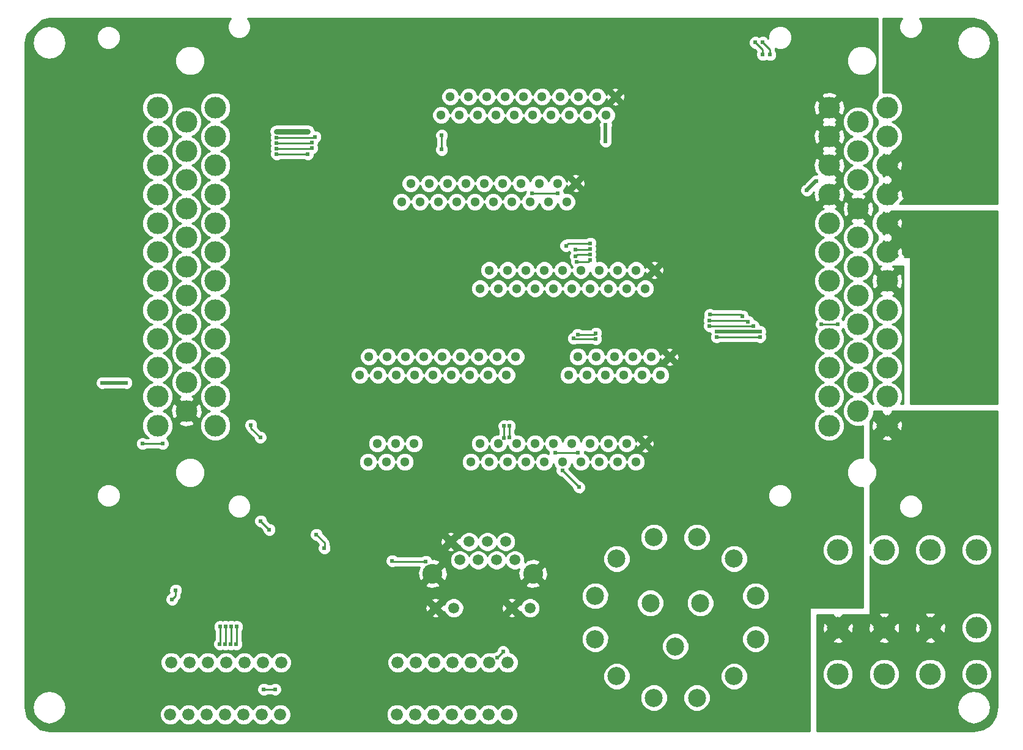
<source format=gbr>
G04 #@! TF.FileFunction,Copper,L2,Bot,Signal*
%FSLAX46Y46*%
G04 Gerber Fmt 4.6, Leading zero omitted, Abs format (unit mm)*
G04 Created by KiCad (PCBNEW 4.0.2+dfsg1-stable) date Mon 05 Mar 2018 09:52:31 PM EST*
%MOMM*%
G01*
G04 APERTURE LIST*
%ADD10C,0.100000*%
%ADD11C,1.676400*%
%ADD12C,3.000000*%
%ADD13C,1.500000*%
%ADD14C,2.750000*%
%ADD15C,1.300000*%
%ADD16C,2.500000*%
%ADD17C,0.609600*%
%ADD18C,0.254000*%
%ADD19C,0.508000*%
%ADD20C,0.762000*%
G04 APERTURE END LIST*
D10*
D11*
X79250540Y-139801640D03*
X81790540Y-139801640D03*
X84330540Y-139801640D03*
X86868000Y-139801640D03*
X89408000Y-139801640D03*
X91948000Y-139801640D03*
X94488000Y-139801640D03*
X94388940Y-147000000D03*
X91848940Y-147000000D03*
X89308940Y-147000000D03*
X86771480Y-147000000D03*
X84231480Y-147000000D03*
X81691480Y-147000000D03*
X79151480Y-147000000D03*
X47861600Y-139801640D03*
X50401600Y-139801640D03*
X52941600Y-139801640D03*
X55479060Y-139801640D03*
X58019060Y-139801640D03*
X60559060Y-139801640D03*
X63099060Y-139801640D03*
X63000000Y-147000000D03*
X60460000Y-147000000D03*
X57920000Y-147000000D03*
X55382540Y-147000000D03*
X52842540Y-147000000D03*
X50302540Y-147000000D03*
X47762540Y-147000000D03*
D12*
X54000000Y-91000000D03*
X54000000Y-67000000D03*
X54000000Y-71000000D03*
X54000000Y-75000000D03*
X54000000Y-79000000D03*
X54000000Y-83000000D03*
X54000000Y-87000000D03*
X50000000Y-69000000D03*
X50000000Y-73000000D03*
X50000000Y-81000000D03*
X50000000Y-77000000D03*
X50000000Y-85000000D03*
X50000000Y-89000000D03*
X46000000Y-87000000D03*
X46000000Y-83000000D03*
X46000000Y-75000000D03*
X46000000Y-79000000D03*
X46000000Y-71000000D03*
X46000000Y-67000000D03*
X54000000Y-63000000D03*
X50000000Y-65000000D03*
X46000000Y-63000000D03*
X46000000Y-91000000D03*
X50000000Y-93000000D03*
X54000000Y-95000000D03*
X46000000Y-95000000D03*
X54000000Y-99000000D03*
X50000000Y-97000000D03*
X46000000Y-99000000D03*
X54000000Y-103000000D03*
X50000000Y-101000000D03*
X46000000Y-103000000D03*
X54000000Y-107000000D03*
X50000000Y-105000000D03*
X46000000Y-107000000D03*
D13*
X97580000Y-132252000D03*
X95040000Y-132252000D03*
X84480000Y-132252000D03*
X87020000Y-132252000D03*
X95480000Y-125622000D03*
X92940000Y-125622000D03*
X90400000Y-125622000D03*
X87860000Y-125622000D03*
X94210000Y-123082000D03*
X91670000Y-123082000D03*
X89130000Y-123082000D03*
X86590000Y-123082000D03*
D14*
X97980000Y-127502000D03*
X84080000Y-127502000D03*
D15*
X109720000Y-85500000D03*
X112260000Y-85500000D03*
X114800000Y-85500000D03*
X107180000Y-85500000D03*
X113530000Y-88040000D03*
X110990000Y-88040000D03*
X108450000Y-88040000D03*
X105910000Y-88040000D03*
X104640000Y-85500000D03*
X103370000Y-88040000D03*
X102100000Y-85500000D03*
X100830000Y-88040000D03*
X99560000Y-85500000D03*
X98290000Y-88040000D03*
X97020000Y-85500000D03*
X95750000Y-88040000D03*
X94480000Y-85500000D03*
X93210000Y-88040000D03*
X91940000Y-85500000D03*
X90670000Y-88040000D03*
D16*
X117694000Y-137572000D03*
X121158000Y-131572000D03*
X114230000Y-131572000D03*
X120670000Y-122464000D03*
X114718000Y-122464000D03*
X114718000Y-144680000D03*
X120670000Y-144680000D03*
X106586000Y-136548000D03*
X106586000Y-130596000D03*
X128802000Y-136548000D03*
X128802000Y-130596000D03*
X125826000Y-125440000D03*
X109562000Y-141704000D03*
X109562000Y-125440000D03*
X125826000Y-141704000D03*
D12*
X147000000Y-91000000D03*
X147000000Y-67000000D03*
X147000000Y-71000000D03*
X147000000Y-75000000D03*
X147000000Y-79000000D03*
X147000000Y-83000000D03*
X147000000Y-87000000D03*
X143000000Y-69000000D03*
X143000000Y-73000000D03*
X143000000Y-81000000D03*
X143000000Y-77000000D03*
X143000000Y-85000000D03*
X143000000Y-89000000D03*
X139000000Y-87000000D03*
X139000000Y-83000000D03*
X139000000Y-75000000D03*
X139000000Y-79000000D03*
X139000000Y-71000000D03*
X139000000Y-67000000D03*
X147000000Y-63000000D03*
X143000000Y-65000000D03*
X139000000Y-63000000D03*
X139000000Y-91000000D03*
X143000000Y-93000000D03*
X147000000Y-95000000D03*
X139000000Y-95000000D03*
X147000000Y-99000000D03*
X143000000Y-97000000D03*
X139000000Y-99000000D03*
X147000000Y-103000000D03*
X143000000Y-101000000D03*
X139000000Y-103000000D03*
X147000000Y-107000000D03*
X143000000Y-105000000D03*
X139000000Y-107000000D03*
D15*
X76420000Y-109500000D03*
X78960000Y-109500000D03*
X81500000Y-109500000D03*
X80230000Y-112040000D03*
X77690000Y-112040000D03*
X75150000Y-112040000D03*
X108420000Y-109500000D03*
X110960000Y-109500000D03*
X113500000Y-109500000D03*
X105880000Y-109500000D03*
X112230000Y-112040000D03*
X109690000Y-112040000D03*
X107150000Y-112040000D03*
X104610000Y-112040000D03*
X103340000Y-109500000D03*
X102070000Y-112040000D03*
X100800000Y-109500000D03*
X99530000Y-112040000D03*
X98260000Y-109500000D03*
X96990000Y-112040000D03*
X95720000Y-109500000D03*
X94450000Y-112040000D03*
X93180000Y-109500000D03*
X91910000Y-112040000D03*
X90640000Y-109500000D03*
X89370000Y-112040000D03*
X111820000Y-97500000D03*
X114360000Y-97500000D03*
X116900000Y-97500000D03*
X109280000Y-97500000D03*
X115630000Y-100040000D03*
X113090000Y-100040000D03*
X110550000Y-100040000D03*
X108010000Y-100040000D03*
X106740000Y-97500000D03*
X105470000Y-100040000D03*
X104200000Y-97500000D03*
X102930000Y-100040000D03*
X90520000Y-97500000D03*
X93060000Y-97500000D03*
X95600000Y-97500000D03*
X87980000Y-97500000D03*
X94330000Y-100040000D03*
X91790000Y-100040000D03*
X89250000Y-100040000D03*
X86710000Y-100040000D03*
X85440000Y-97500000D03*
X84170000Y-100040000D03*
X82900000Y-97500000D03*
X81630000Y-100040000D03*
X80360000Y-97500000D03*
X79090000Y-100040000D03*
X77820000Y-97500000D03*
X76550000Y-100040000D03*
X75280000Y-97500000D03*
X74010000Y-100040000D03*
X104320000Y-61500000D03*
X106860000Y-61500000D03*
X109400000Y-61500000D03*
X101780000Y-61500000D03*
X108130000Y-64040000D03*
X105590000Y-64040000D03*
X103050000Y-64040000D03*
X100510000Y-64040000D03*
X99240000Y-61500000D03*
X97970000Y-64040000D03*
X96700000Y-61500000D03*
X95430000Y-64040000D03*
X94160000Y-61500000D03*
X92890000Y-64040000D03*
X91620000Y-61500000D03*
X90350000Y-64040000D03*
X89080000Y-61500000D03*
X87810000Y-64040000D03*
X86540000Y-61500000D03*
X85270000Y-64040000D03*
X98820000Y-73500000D03*
X101360000Y-73500000D03*
X103900000Y-73500000D03*
X96280000Y-73500000D03*
X102630000Y-76040000D03*
X100090000Y-76040000D03*
X97550000Y-76040000D03*
X95010000Y-76040000D03*
X93740000Y-73500000D03*
X92470000Y-76040000D03*
X91200000Y-73500000D03*
X89930000Y-76040000D03*
X88660000Y-73500000D03*
X87390000Y-76040000D03*
X86120000Y-73500000D03*
X84850000Y-76040000D03*
X83580000Y-73500000D03*
X82310000Y-76040000D03*
X81040000Y-73500000D03*
X79770000Y-76040000D03*
D12*
X140200000Y-135000000D03*
X140200000Y-124200000D03*
X146600000Y-135000000D03*
X146600000Y-124200000D03*
X153000000Y-135000000D03*
X153000000Y-124200000D03*
X159400000Y-135000000D03*
X159400000Y-124200000D03*
X140200000Y-141400000D03*
X146600000Y-141400000D03*
X153000000Y-141400000D03*
X159400000Y-141400000D03*
D17*
X78486000Y-125730000D03*
X83151341Y-125823341D03*
X65532000Y-126492000D03*
X63500000Y-121920000D03*
X63246000Y-130302000D03*
X127762000Y-92633790D03*
X122428000Y-92456000D03*
X127000000Y-91871790D03*
X122459908Y-91661711D03*
X128524000Y-93264964D03*
X122428000Y-93218000D03*
X38353070Y-101092000D03*
X41656000Y-101092000D03*
X135890000Y-74422000D03*
X137236210Y-73152000D03*
X108044901Y-65372901D03*
X129413009Y-93980000D03*
X108036099Y-67650099D03*
X123396066Y-93976174D03*
X128778000Y-53995191D03*
X129794000Y-55671611D03*
X130810000Y-55671611D03*
X129794000Y-53995191D03*
X43903395Y-109512605D03*
X46701342Y-109508658D03*
X129413009Y-94742000D03*
X102042526Y-113218526D03*
X123396066Y-94738177D03*
X104365849Y-115541849D03*
X140208000Y-92964000D03*
X137922000Y-92964000D03*
X67386210Y-67817997D03*
X62484000Y-67894213D03*
X67386210Y-68580000D03*
X62484000Y-68656216D03*
X67818000Y-67056000D03*
X62484000Y-67132210D03*
X66802000Y-66294000D03*
X62484000Y-66294000D03*
X60222653Y-108635800D03*
X58928000Y-106934000D03*
X104216210Y-110744000D03*
X101092000Y-110744000D03*
X94742000Y-108635801D03*
X94742003Y-107060971D03*
X66802000Y-69418219D03*
X62484000Y-69418219D03*
X93980000Y-107060971D03*
X93980000Y-108712000D03*
X104170168Y-94411790D03*
X106680000Y-94233997D03*
X105918000Y-83311997D03*
X103886000Y-83566000D03*
X105918000Y-81787991D03*
X102545796Y-82112204D03*
X103570491Y-94934491D03*
X106680000Y-94996000D03*
X105918000Y-84074000D03*
X104055790Y-84328000D03*
X105918000Y-82549994D03*
X103886000Y-82626210D03*
X101378099Y-74897901D03*
X97884901Y-74835099D03*
X85344000Y-68808617D03*
X85344000Y-66827377D03*
X62288819Y-143510000D03*
X60713989Y-143510000D03*
X60280401Y-120224401D03*
X61468809Y-121412000D03*
X93834279Y-138321721D03*
X93008081Y-139147919D03*
X69088000Y-123952000D03*
X67988527Y-122090527D03*
X54610000Y-137236210D03*
X54642099Y-134841901D03*
X55372000Y-137236210D03*
X55404071Y-134848562D03*
X56134000Y-137236210D03*
X56207261Y-134848570D03*
X56896000Y-137236210D03*
X56969262Y-134848562D03*
X48514000Y-129794000D03*
X48006000Y-131064000D03*
D18*
X83151341Y-125823341D02*
X78579341Y-125823341D01*
X78579341Y-125823341D02*
X78486000Y-125730000D01*
X122428000Y-92456000D02*
X127584210Y-92456000D01*
X127584210Y-92456000D02*
X127762000Y-92633790D01*
X122459908Y-91661711D02*
X126789921Y-91661711D01*
X126789921Y-91661711D02*
X127000000Y-91871790D01*
X122428000Y-93218000D02*
X128477036Y-93218000D01*
X128477036Y-93218000D02*
X128524000Y-93264964D01*
D19*
X41656000Y-101092000D02*
X38353070Y-101092000D01*
X137236210Y-73152000D02*
X137160000Y-73152000D01*
X137160000Y-73152000D02*
X135890000Y-74422000D01*
X128774174Y-93976174D02*
X129409183Y-93976174D01*
X129409183Y-93976174D02*
X129413009Y-93980000D01*
X123396066Y-93976174D02*
X128774174Y-93976174D01*
X108036099Y-67650099D02*
X108036099Y-65381703D01*
X108036099Y-65381703D02*
X108044901Y-65372901D01*
D18*
X129794000Y-55671611D02*
X129794000Y-55011191D01*
X129794000Y-55011191D02*
X128778000Y-53995191D01*
X129794000Y-55671611D02*
X129794000Y-55519191D01*
X129794000Y-53995191D02*
X130810000Y-55011191D01*
X130810000Y-55011191D02*
X130810000Y-55671611D01*
X46701342Y-109508658D02*
X43907342Y-109508658D01*
X43907342Y-109508658D02*
X43903395Y-109512605D01*
X128774177Y-94738177D02*
X129409186Y-94738177D01*
X129409186Y-94738177D02*
X129413009Y-94742000D01*
X123396066Y-94738177D02*
X128774177Y-94738177D01*
X128774177Y-94738177D02*
X128778000Y-94742000D01*
X102042526Y-113218526D02*
X104365849Y-115541849D01*
X137922000Y-92964000D02*
X140208000Y-92964000D01*
X66802000Y-67894213D02*
X67309994Y-67894213D01*
X67309994Y-67894213D02*
X67386210Y-67817997D01*
X62484000Y-67894213D02*
X66802000Y-67894213D01*
X66802000Y-68656216D02*
X67309994Y-68656216D01*
X67309994Y-68656216D02*
X67386210Y-68580000D01*
X62484000Y-68656216D02*
X66802000Y-68656216D01*
X66802000Y-67132210D02*
X67741790Y-67132210D01*
X67741790Y-67132210D02*
X67818000Y-67056000D01*
X62484000Y-67132210D02*
X66802000Y-67132210D01*
D20*
X62484000Y-66294000D02*
X66802000Y-66294000D01*
D18*
X58928000Y-106934000D02*
X58928000Y-107341147D01*
X58928000Y-107341147D02*
X60222653Y-108635800D01*
X104216210Y-110744000D02*
X101092000Y-110744000D01*
X94742000Y-108635801D02*
X94742000Y-107060974D01*
X94742000Y-107060974D02*
X94742003Y-107060971D01*
X62484000Y-69418219D02*
X66802000Y-69418219D01*
X93980000Y-108712000D02*
X93980000Y-107060971D01*
X104170168Y-94411790D02*
X106502207Y-94411790D01*
X106502207Y-94411790D02*
X106680000Y-94233997D01*
X103886000Y-83566000D02*
X104140003Y-83311997D01*
X104140003Y-83311997D02*
X105918000Y-83311997D01*
X102545796Y-82112204D02*
X102870009Y-81787991D01*
X102870009Y-81787991D02*
X105918000Y-81787991D01*
X106680000Y-94996000D02*
X103632000Y-94996000D01*
X103632000Y-94996000D02*
X103570491Y-94934491D01*
X105664000Y-84328000D02*
X105918000Y-84074000D01*
X104055790Y-84328000D02*
X105664000Y-84328000D01*
X103886000Y-82626210D02*
X105841784Y-82626210D01*
X105841784Y-82626210D02*
X105918000Y-82549994D01*
X97884901Y-74835099D02*
X101315297Y-74835099D01*
X101315297Y-74835099D02*
X101378099Y-74897901D01*
X85344000Y-66827377D02*
X85344000Y-68808617D01*
X60713989Y-143510000D02*
X62288819Y-143510000D01*
X61468809Y-121412000D02*
X61468000Y-121412000D01*
X61468000Y-121412000D02*
X60280401Y-120224401D01*
X93008081Y-139147919D02*
X93834279Y-138321721D01*
X69102099Y-123204099D02*
X69102099Y-123937901D01*
X69102099Y-123937901D02*
X69088000Y-123952000D01*
X67988527Y-122090527D02*
X69102099Y-123204099D01*
X54642099Y-134841901D02*
X54642099Y-137204111D01*
X54642099Y-137204111D02*
X54610000Y-137236210D01*
X55404071Y-134848562D02*
X55404071Y-137204139D01*
X55404071Y-137204139D02*
X55372000Y-137236210D01*
X56207261Y-134848570D02*
X56207261Y-137162949D01*
X56207261Y-137162949D02*
X56134000Y-137236210D01*
X56969262Y-134848562D02*
X56969262Y-137162948D01*
X56969262Y-137162948D02*
X56896000Y-137236210D01*
X48514000Y-129794000D02*
X48514000Y-130556000D01*
X48514000Y-130556000D02*
X48260000Y-130810000D01*
X48260000Y-130810000D02*
X48006000Y-131064000D01*
G36*
X162315000Y-104013000D02*
X150241000Y-104013000D01*
X150241000Y-83820000D01*
X150230994Y-83770590D01*
X150202553Y-83728965D01*
X150160159Y-83701685D01*
X150114000Y-83693000D01*
X149381980Y-83693000D01*
X149508349Y-83566631D01*
X149126994Y-83185276D01*
X149162166Y-82747779D01*
X149094102Y-82405597D01*
X148855119Y-82205541D01*
X148060660Y-83000000D01*
X148515330Y-83454670D01*
X148277000Y-83693000D01*
X146431000Y-83693000D01*
X146431000Y-81599000D01*
X146545330Y-81484670D01*
X147000000Y-81939340D01*
X147794459Y-81144881D01*
X147673177Y-81000000D01*
X147794459Y-80855119D01*
X147000000Y-80060660D01*
X146545330Y-80515330D01*
X146431000Y-80401000D01*
X146431000Y-79000000D01*
X148060660Y-79000000D01*
X148855119Y-79794459D01*
X149094102Y-79594403D01*
X149162166Y-78747779D01*
X149094102Y-78405597D01*
X148855119Y-78205541D01*
X148060660Y-79000000D01*
X146431000Y-79000000D01*
X146431000Y-77599000D01*
X146545330Y-77484670D01*
X147000000Y-77939340D01*
X147596340Y-77343000D01*
X162315000Y-77343000D01*
X162315000Y-104013000D01*
X162315000Y-104013000D01*
G37*
X162315000Y-104013000D02*
X150241000Y-104013000D01*
X150241000Y-83820000D01*
X150230994Y-83770590D01*
X150202553Y-83728965D01*
X150160159Y-83701685D01*
X150114000Y-83693000D01*
X149381980Y-83693000D01*
X149508349Y-83566631D01*
X149126994Y-83185276D01*
X149162166Y-82747779D01*
X149094102Y-82405597D01*
X148855119Y-82205541D01*
X148060660Y-83000000D01*
X148515330Y-83454670D01*
X148277000Y-83693000D01*
X146431000Y-83693000D01*
X146431000Y-81599000D01*
X146545330Y-81484670D01*
X147000000Y-81939340D01*
X147794459Y-81144881D01*
X147673177Y-81000000D01*
X147794459Y-80855119D01*
X147000000Y-80060660D01*
X146545330Y-80515330D01*
X146431000Y-80401000D01*
X146431000Y-79000000D01*
X148060660Y-79000000D01*
X148855119Y-79794459D01*
X149094102Y-79594403D01*
X149162166Y-78747779D01*
X149094102Y-78405597D01*
X148855119Y-78205541D01*
X148060660Y-79000000D01*
X146431000Y-79000000D01*
X146431000Y-77599000D01*
X146545330Y-77484670D01*
X147000000Y-77939340D01*
X147596340Y-77343000D01*
X162315000Y-77343000D01*
X162315000Y-104013000D01*
G36*
X148914722Y-50872637D02*
X148665284Y-51473352D01*
X148664716Y-52123795D01*
X148913106Y-52724943D01*
X149372637Y-53185278D01*
X149973352Y-53434716D01*
X150623795Y-53435284D01*
X151224943Y-53186894D01*
X151685278Y-52727363D01*
X151934716Y-52126648D01*
X151935284Y-51476205D01*
X151686894Y-50875057D01*
X151497169Y-50685000D01*
X158932533Y-50685000D01*
X160263459Y-50949738D01*
X160653436Y-51210312D01*
X162097831Y-52975684D01*
X162315000Y-54067467D01*
X162315000Y-76327000D01*
X148747980Y-76327000D01*
X149508349Y-75566631D01*
X149126994Y-75185276D01*
X149162166Y-74747779D01*
X149094102Y-74405597D01*
X148855119Y-74205541D01*
X148060660Y-75000000D01*
X148515330Y-75454670D01*
X147643000Y-76327000D01*
X147266340Y-76327000D01*
X147000000Y-76060660D01*
X146733660Y-76327000D01*
X146431000Y-76327000D01*
X146431000Y-73599000D01*
X146545330Y-73484670D01*
X147000000Y-73939340D01*
X147794459Y-73144881D01*
X147673177Y-73000000D01*
X147794459Y-72855119D01*
X147000000Y-72060660D01*
X146545330Y-72515330D01*
X146431000Y-72401000D01*
X146431000Y-71000000D01*
X148060660Y-71000000D01*
X148855119Y-71794459D01*
X149094102Y-71594403D01*
X149162166Y-70747779D01*
X149094102Y-70405597D01*
X148855119Y-70205541D01*
X148060660Y-71000000D01*
X146431000Y-71000000D01*
X146431000Y-69599000D01*
X146545330Y-69484670D01*
X147000000Y-69939340D01*
X147794459Y-69144881D01*
X147693032Y-69023718D01*
X148207800Y-68811020D01*
X148808909Y-68210959D01*
X149134628Y-67426541D01*
X149135370Y-66577185D01*
X148811020Y-65792200D01*
X148210959Y-65191091D01*
X147750598Y-64999932D01*
X148207800Y-64811020D01*
X148808909Y-64210959D01*
X149134628Y-63426541D01*
X149135370Y-62577185D01*
X148811020Y-61792200D01*
X148210959Y-61191091D01*
X147426541Y-60865372D01*
X146577185Y-60864630D01*
X146431000Y-60925033D01*
X146431000Y-54000000D01*
X156683050Y-54000000D01*
X156859417Y-54886658D01*
X157361669Y-55638331D01*
X158113342Y-56140583D01*
X159000000Y-56316950D01*
X159886658Y-56140583D01*
X160638331Y-55638331D01*
X161140583Y-54886658D01*
X161316950Y-54000000D01*
X161140583Y-53113342D01*
X160638331Y-52361669D01*
X159886658Y-51859417D01*
X159000000Y-51683050D01*
X158113342Y-51859417D01*
X157361669Y-52361669D01*
X156859417Y-53113342D01*
X156683050Y-54000000D01*
X146431000Y-54000000D01*
X146431000Y-50685000D01*
X149102687Y-50685000D01*
X148914722Y-50872637D01*
X148914722Y-50872637D01*
G37*
X148914722Y-50872637D02*
X148665284Y-51473352D01*
X148664716Y-52123795D01*
X148913106Y-52724943D01*
X149372637Y-53185278D01*
X149973352Y-53434716D01*
X150623795Y-53435284D01*
X151224943Y-53186894D01*
X151685278Y-52727363D01*
X151934716Y-52126648D01*
X151935284Y-51476205D01*
X151686894Y-50875057D01*
X151497169Y-50685000D01*
X158932533Y-50685000D01*
X160263459Y-50949738D01*
X160653436Y-51210312D01*
X162097831Y-52975684D01*
X162315000Y-54067467D01*
X162315000Y-76327000D01*
X148747980Y-76327000D01*
X149508349Y-75566631D01*
X149126994Y-75185276D01*
X149162166Y-74747779D01*
X149094102Y-74405597D01*
X148855119Y-74205541D01*
X148060660Y-75000000D01*
X148515330Y-75454670D01*
X147643000Y-76327000D01*
X147266340Y-76327000D01*
X147000000Y-76060660D01*
X146733660Y-76327000D01*
X146431000Y-76327000D01*
X146431000Y-73599000D01*
X146545330Y-73484670D01*
X147000000Y-73939340D01*
X147794459Y-73144881D01*
X147673177Y-73000000D01*
X147794459Y-72855119D01*
X147000000Y-72060660D01*
X146545330Y-72515330D01*
X146431000Y-72401000D01*
X146431000Y-71000000D01*
X148060660Y-71000000D01*
X148855119Y-71794459D01*
X149094102Y-71594403D01*
X149162166Y-70747779D01*
X149094102Y-70405597D01*
X148855119Y-70205541D01*
X148060660Y-71000000D01*
X146431000Y-71000000D01*
X146431000Y-69599000D01*
X146545330Y-69484670D01*
X147000000Y-69939340D01*
X147794459Y-69144881D01*
X147693032Y-69023718D01*
X148207800Y-68811020D01*
X148808909Y-68210959D01*
X149134628Y-67426541D01*
X149135370Y-66577185D01*
X148811020Y-65792200D01*
X148210959Y-65191091D01*
X147750598Y-64999932D01*
X148207800Y-64811020D01*
X148808909Y-64210959D01*
X149134628Y-63426541D01*
X149135370Y-62577185D01*
X148811020Y-61792200D01*
X148210959Y-61191091D01*
X147426541Y-60865372D01*
X146577185Y-60864630D01*
X146431000Y-60925033D01*
X146431000Y-54000000D01*
X156683050Y-54000000D01*
X156859417Y-54886658D01*
X157361669Y-55638331D01*
X158113342Y-56140583D01*
X159000000Y-56316950D01*
X159886658Y-56140583D01*
X160638331Y-55638331D01*
X161140583Y-54886658D01*
X161316950Y-54000000D01*
X161140583Y-53113342D01*
X160638331Y-52361669D01*
X159886658Y-51859417D01*
X159000000Y-51683050D01*
X158113342Y-51859417D01*
X157361669Y-52361669D01*
X156859417Y-53113342D01*
X156683050Y-54000000D01*
X146431000Y-54000000D01*
X146431000Y-50685000D01*
X149102687Y-50685000D01*
X148914722Y-50872637D01*
G36*
X146205541Y-105144881D02*
X147000000Y-105939340D01*
X147794459Y-105144881D01*
X147697454Y-105029000D01*
X162315000Y-105029000D01*
X162315000Y-145932533D01*
X162050262Y-147263460D01*
X161472923Y-148127508D01*
X160978505Y-148572485D01*
X160263459Y-149050262D01*
X158932533Y-149315000D01*
X137287000Y-149315000D01*
X137287000Y-146000000D01*
X156683050Y-146000000D01*
X156859417Y-146886658D01*
X157361669Y-147638331D01*
X158113342Y-148140583D01*
X159000000Y-148316950D01*
X159886658Y-148140583D01*
X160638331Y-147638331D01*
X161140583Y-146886658D01*
X161316950Y-146000000D01*
X161140583Y-145113342D01*
X160638331Y-144361669D01*
X159886658Y-143859417D01*
X159000000Y-143683050D01*
X158113342Y-143859417D01*
X157361669Y-144361669D01*
X156859417Y-145113342D01*
X156683050Y-146000000D01*
X137287000Y-146000000D01*
X137287000Y-141822815D01*
X138064630Y-141822815D01*
X138388980Y-142607800D01*
X138989041Y-143208909D01*
X139773459Y-143534628D01*
X140622815Y-143535370D01*
X141407800Y-143211020D01*
X142008909Y-142610959D01*
X142334628Y-141826541D01*
X142334631Y-141822815D01*
X144464630Y-141822815D01*
X144788980Y-142607800D01*
X145389041Y-143208909D01*
X146173459Y-143534628D01*
X147022815Y-143535370D01*
X147807800Y-143211020D01*
X148408909Y-142610959D01*
X148734628Y-141826541D01*
X148734631Y-141822815D01*
X150864630Y-141822815D01*
X151188980Y-142607800D01*
X151789041Y-143208909D01*
X152573459Y-143534628D01*
X153422815Y-143535370D01*
X154207800Y-143211020D01*
X154808909Y-142610959D01*
X155134628Y-141826541D01*
X155134631Y-141822815D01*
X157264630Y-141822815D01*
X157588980Y-142607800D01*
X158189041Y-143208909D01*
X158973459Y-143534628D01*
X159822815Y-143535370D01*
X160607800Y-143211020D01*
X161208909Y-142610959D01*
X161534628Y-141826541D01*
X161535370Y-140977185D01*
X161211020Y-140192200D01*
X160610959Y-139591091D01*
X159826541Y-139265372D01*
X158977185Y-139264630D01*
X158192200Y-139588980D01*
X157591091Y-140189041D01*
X157265372Y-140973459D01*
X157264630Y-141822815D01*
X155134631Y-141822815D01*
X155135370Y-140977185D01*
X154811020Y-140192200D01*
X154210959Y-139591091D01*
X153426541Y-139265372D01*
X152577185Y-139264630D01*
X151792200Y-139588980D01*
X151191091Y-140189041D01*
X150865372Y-140973459D01*
X150864630Y-141822815D01*
X148734631Y-141822815D01*
X148735370Y-140977185D01*
X148411020Y-140192200D01*
X147810959Y-139591091D01*
X147026541Y-139265372D01*
X146177185Y-139264630D01*
X145392200Y-139588980D01*
X144791091Y-140189041D01*
X144465372Y-140973459D01*
X144464630Y-141822815D01*
X142334631Y-141822815D01*
X142335370Y-140977185D01*
X142011020Y-140192200D01*
X141410959Y-139591091D01*
X140626541Y-139265372D01*
X139777185Y-139264630D01*
X138992200Y-139588980D01*
X138391091Y-140189041D01*
X138065372Y-140973459D01*
X138064630Y-141822815D01*
X137287000Y-141822815D01*
X137287000Y-136855119D01*
X139405541Y-136855119D01*
X139605597Y-137094102D01*
X140452221Y-137162166D01*
X140794403Y-137094102D01*
X140994459Y-136855119D01*
X145805541Y-136855119D01*
X146005597Y-137094102D01*
X146852221Y-137162166D01*
X147194403Y-137094102D01*
X147394459Y-136855119D01*
X152205541Y-136855119D01*
X152405597Y-137094102D01*
X153252221Y-137162166D01*
X153594403Y-137094102D01*
X153794459Y-136855119D01*
X153000000Y-136060660D01*
X152205541Y-136855119D01*
X147394459Y-136855119D01*
X146600000Y-136060660D01*
X145805541Y-136855119D01*
X140994459Y-136855119D01*
X140200000Y-136060660D01*
X139405541Y-136855119D01*
X137287000Y-136855119D01*
X137287000Y-135252221D01*
X138037834Y-135252221D01*
X138105898Y-135594403D01*
X138344881Y-135794459D01*
X139139340Y-135000000D01*
X141260660Y-135000000D01*
X142055119Y-135794459D01*
X142294102Y-135594403D01*
X142321611Y-135252221D01*
X144437834Y-135252221D01*
X144505898Y-135594403D01*
X144744881Y-135794459D01*
X145539340Y-135000000D01*
X147660660Y-135000000D01*
X148455119Y-135794459D01*
X148694102Y-135594403D01*
X148721611Y-135252221D01*
X150837834Y-135252221D01*
X150905898Y-135594403D01*
X151144881Y-135794459D01*
X151939340Y-135000000D01*
X154060660Y-135000000D01*
X154855119Y-135794459D01*
X155094102Y-135594403D01*
X155107896Y-135422815D01*
X157264630Y-135422815D01*
X157588980Y-136207800D01*
X158189041Y-136808909D01*
X158973459Y-137134628D01*
X159822815Y-137135370D01*
X160607800Y-136811020D01*
X161208909Y-136210959D01*
X161534628Y-135426541D01*
X161535370Y-134577185D01*
X161211020Y-133792200D01*
X160610959Y-133191091D01*
X159826541Y-132865372D01*
X158977185Y-132864630D01*
X158192200Y-133188980D01*
X157591091Y-133789041D01*
X157265372Y-134573459D01*
X157264630Y-135422815D01*
X155107896Y-135422815D01*
X155162166Y-134747779D01*
X155094102Y-134405597D01*
X154855119Y-134205541D01*
X154060660Y-135000000D01*
X151939340Y-135000000D01*
X151144881Y-134205541D01*
X150905898Y-134405597D01*
X150837834Y-135252221D01*
X148721611Y-135252221D01*
X148762166Y-134747779D01*
X148694102Y-134405597D01*
X148455119Y-134205541D01*
X147660660Y-135000000D01*
X145539340Y-135000000D01*
X144744881Y-134205541D01*
X144505898Y-134405597D01*
X144437834Y-135252221D01*
X142321611Y-135252221D01*
X142362166Y-134747779D01*
X142294102Y-134405597D01*
X142055119Y-134205541D01*
X141260660Y-135000000D01*
X139139340Y-135000000D01*
X138344881Y-134205541D01*
X138105898Y-134405597D01*
X138037834Y-135252221D01*
X137287000Y-135252221D01*
X137287000Y-133223000D01*
X139483660Y-133223000D01*
X140200000Y-133939340D01*
X140916340Y-133223000D01*
X144526000Y-133223000D01*
X144575410Y-133212994D01*
X144617035Y-133184553D01*
X144642563Y-133144881D01*
X145805541Y-133144881D01*
X146600000Y-133939340D01*
X147394459Y-133144881D01*
X152205541Y-133144881D01*
X153000000Y-133939340D01*
X153794459Y-133144881D01*
X153594403Y-132905898D01*
X152747779Y-132837834D01*
X152405597Y-132905898D01*
X152205541Y-133144881D01*
X147394459Y-133144881D01*
X147194403Y-132905898D01*
X146347779Y-132837834D01*
X146005597Y-132905898D01*
X145805541Y-133144881D01*
X144642563Y-133144881D01*
X144644315Y-133142159D01*
X144653000Y-133096000D01*
X144653000Y-125078704D01*
X144788980Y-125407800D01*
X145389041Y-126008909D01*
X146173459Y-126334628D01*
X147022815Y-126335370D01*
X147807800Y-126011020D01*
X148408909Y-125410959D01*
X148734628Y-124626541D01*
X148734631Y-124622815D01*
X150864630Y-124622815D01*
X151188980Y-125407800D01*
X151789041Y-126008909D01*
X152573459Y-126334628D01*
X153422815Y-126335370D01*
X154207800Y-126011020D01*
X154808909Y-125410959D01*
X155134628Y-124626541D01*
X155134631Y-124622815D01*
X157264630Y-124622815D01*
X157588980Y-125407800D01*
X158189041Y-126008909D01*
X158973459Y-126334628D01*
X159822815Y-126335370D01*
X160607800Y-126011020D01*
X161208909Y-125410959D01*
X161534628Y-124626541D01*
X161535370Y-123777185D01*
X161211020Y-122992200D01*
X160610959Y-122391091D01*
X159826541Y-122065372D01*
X158977185Y-122064630D01*
X158192200Y-122388980D01*
X157591091Y-122989041D01*
X157265372Y-123773459D01*
X157264630Y-124622815D01*
X155134631Y-124622815D01*
X155135370Y-123777185D01*
X154811020Y-122992200D01*
X154210959Y-122391091D01*
X153426541Y-122065372D01*
X152577185Y-122064630D01*
X151792200Y-122388980D01*
X151191091Y-122989041D01*
X150865372Y-123773459D01*
X150864630Y-124622815D01*
X148734631Y-124622815D01*
X148735370Y-123777185D01*
X148411020Y-122992200D01*
X147810959Y-122391091D01*
X147026541Y-122065372D01*
X146177185Y-122064630D01*
X145392200Y-122388980D01*
X144791091Y-122989041D01*
X144653000Y-123321601D01*
X144653000Y-118523795D01*
X148664716Y-118523795D01*
X148913106Y-119124943D01*
X149372637Y-119585278D01*
X149973352Y-119834716D01*
X150623795Y-119835284D01*
X151224943Y-119586894D01*
X151685278Y-119127363D01*
X151934716Y-118526648D01*
X151935284Y-117876205D01*
X151686894Y-117275057D01*
X151227363Y-116814722D01*
X150626648Y-116565284D01*
X149976205Y-116564716D01*
X149375057Y-116813106D01*
X148914722Y-117272637D01*
X148665284Y-117873352D01*
X148664716Y-118523795D01*
X144653000Y-118523795D01*
X144653000Y-115252513D01*
X144665372Y-115247401D01*
X145245365Y-114668420D01*
X145559642Y-113911557D01*
X145560357Y-113092038D01*
X145247401Y-112334628D01*
X144668420Y-111754635D01*
X144653000Y-111748232D01*
X144653000Y-108855119D01*
X146205541Y-108855119D01*
X146405597Y-109094102D01*
X147252221Y-109162166D01*
X147594403Y-109094102D01*
X147794459Y-108855119D01*
X147000000Y-108060660D01*
X146205541Y-108855119D01*
X144653000Y-108855119D01*
X144653000Y-107252221D01*
X144837834Y-107252221D01*
X144905898Y-107594403D01*
X145144881Y-107794459D01*
X145939340Y-107000000D01*
X148060660Y-107000000D01*
X148855119Y-107794459D01*
X149094102Y-107594403D01*
X149162166Y-106747779D01*
X149094102Y-106405597D01*
X148855119Y-106205541D01*
X148060660Y-107000000D01*
X145939340Y-107000000D01*
X145144881Y-106205541D01*
X144905898Y-106405597D01*
X144837834Y-107252221D01*
X144653000Y-107252221D01*
X144653000Y-106366596D01*
X144808909Y-106210959D01*
X145134628Y-105426541D01*
X145134975Y-105029000D01*
X146302547Y-105029000D01*
X146205541Y-105144881D01*
X146205541Y-105144881D01*
G37*
X146205541Y-105144881D02*
X147000000Y-105939340D01*
X147794459Y-105144881D01*
X147697454Y-105029000D01*
X162315000Y-105029000D01*
X162315000Y-145932533D01*
X162050262Y-147263460D01*
X161472923Y-148127508D01*
X160978505Y-148572485D01*
X160263459Y-149050262D01*
X158932533Y-149315000D01*
X137287000Y-149315000D01*
X137287000Y-146000000D01*
X156683050Y-146000000D01*
X156859417Y-146886658D01*
X157361669Y-147638331D01*
X158113342Y-148140583D01*
X159000000Y-148316950D01*
X159886658Y-148140583D01*
X160638331Y-147638331D01*
X161140583Y-146886658D01*
X161316950Y-146000000D01*
X161140583Y-145113342D01*
X160638331Y-144361669D01*
X159886658Y-143859417D01*
X159000000Y-143683050D01*
X158113342Y-143859417D01*
X157361669Y-144361669D01*
X156859417Y-145113342D01*
X156683050Y-146000000D01*
X137287000Y-146000000D01*
X137287000Y-141822815D01*
X138064630Y-141822815D01*
X138388980Y-142607800D01*
X138989041Y-143208909D01*
X139773459Y-143534628D01*
X140622815Y-143535370D01*
X141407800Y-143211020D01*
X142008909Y-142610959D01*
X142334628Y-141826541D01*
X142334631Y-141822815D01*
X144464630Y-141822815D01*
X144788980Y-142607800D01*
X145389041Y-143208909D01*
X146173459Y-143534628D01*
X147022815Y-143535370D01*
X147807800Y-143211020D01*
X148408909Y-142610959D01*
X148734628Y-141826541D01*
X148734631Y-141822815D01*
X150864630Y-141822815D01*
X151188980Y-142607800D01*
X151789041Y-143208909D01*
X152573459Y-143534628D01*
X153422815Y-143535370D01*
X154207800Y-143211020D01*
X154808909Y-142610959D01*
X155134628Y-141826541D01*
X155134631Y-141822815D01*
X157264630Y-141822815D01*
X157588980Y-142607800D01*
X158189041Y-143208909D01*
X158973459Y-143534628D01*
X159822815Y-143535370D01*
X160607800Y-143211020D01*
X161208909Y-142610959D01*
X161534628Y-141826541D01*
X161535370Y-140977185D01*
X161211020Y-140192200D01*
X160610959Y-139591091D01*
X159826541Y-139265372D01*
X158977185Y-139264630D01*
X158192200Y-139588980D01*
X157591091Y-140189041D01*
X157265372Y-140973459D01*
X157264630Y-141822815D01*
X155134631Y-141822815D01*
X155135370Y-140977185D01*
X154811020Y-140192200D01*
X154210959Y-139591091D01*
X153426541Y-139265372D01*
X152577185Y-139264630D01*
X151792200Y-139588980D01*
X151191091Y-140189041D01*
X150865372Y-140973459D01*
X150864630Y-141822815D01*
X148734631Y-141822815D01*
X148735370Y-140977185D01*
X148411020Y-140192200D01*
X147810959Y-139591091D01*
X147026541Y-139265372D01*
X146177185Y-139264630D01*
X145392200Y-139588980D01*
X144791091Y-140189041D01*
X144465372Y-140973459D01*
X144464630Y-141822815D01*
X142334631Y-141822815D01*
X142335370Y-140977185D01*
X142011020Y-140192200D01*
X141410959Y-139591091D01*
X140626541Y-139265372D01*
X139777185Y-139264630D01*
X138992200Y-139588980D01*
X138391091Y-140189041D01*
X138065372Y-140973459D01*
X138064630Y-141822815D01*
X137287000Y-141822815D01*
X137287000Y-136855119D01*
X139405541Y-136855119D01*
X139605597Y-137094102D01*
X140452221Y-137162166D01*
X140794403Y-137094102D01*
X140994459Y-136855119D01*
X145805541Y-136855119D01*
X146005597Y-137094102D01*
X146852221Y-137162166D01*
X147194403Y-137094102D01*
X147394459Y-136855119D01*
X152205541Y-136855119D01*
X152405597Y-137094102D01*
X153252221Y-137162166D01*
X153594403Y-137094102D01*
X153794459Y-136855119D01*
X153000000Y-136060660D01*
X152205541Y-136855119D01*
X147394459Y-136855119D01*
X146600000Y-136060660D01*
X145805541Y-136855119D01*
X140994459Y-136855119D01*
X140200000Y-136060660D01*
X139405541Y-136855119D01*
X137287000Y-136855119D01*
X137287000Y-135252221D01*
X138037834Y-135252221D01*
X138105898Y-135594403D01*
X138344881Y-135794459D01*
X139139340Y-135000000D01*
X141260660Y-135000000D01*
X142055119Y-135794459D01*
X142294102Y-135594403D01*
X142321611Y-135252221D01*
X144437834Y-135252221D01*
X144505898Y-135594403D01*
X144744881Y-135794459D01*
X145539340Y-135000000D01*
X147660660Y-135000000D01*
X148455119Y-135794459D01*
X148694102Y-135594403D01*
X148721611Y-135252221D01*
X150837834Y-135252221D01*
X150905898Y-135594403D01*
X151144881Y-135794459D01*
X151939340Y-135000000D01*
X154060660Y-135000000D01*
X154855119Y-135794459D01*
X155094102Y-135594403D01*
X155107896Y-135422815D01*
X157264630Y-135422815D01*
X157588980Y-136207800D01*
X158189041Y-136808909D01*
X158973459Y-137134628D01*
X159822815Y-137135370D01*
X160607800Y-136811020D01*
X161208909Y-136210959D01*
X161534628Y-135426541D01*
X161535370Y-134577185D01*
X161211020Y-133792200D01*
X160610959Y-133191091D01*
X159826541Y-132865372D01*
X158977185Y-132864630D01*
X158192200Y-133188980D01*
X157591091Y-133789041D01*
X157265372Y-134573459D01*
X157264630Y-135422815D01*
X155107896Y-135422815D01*
X155162166Y-134747779D01*
X155094102Y-134405597D01*
X154855119Y-134205541D01*
X154060660Y-135000000D01*
X151939340Y-135000000D01*
X151144881Y-134205541D01*
X150905898Y-134405597D01*
X150837834Y-135252221D01*
X148721611Y-135252221D01*
X148762166Y-134747779D01*
X148694102Y-134405597D01*
X148455119Y-134205541D01*
X147660660Y-135000000D01*
X145539340Y-135000000D01*
X144744881Y-134205541D01*
X144505898Y-134405597D01*
X144437834Y-135252221D01*
X142321611Y-135252221D01*
X142362166Y-134747779D01*
X142294102Y-134405597D01*
X142055119Y-134205541D01*
X141260660Y-135000000D01*
X139139340Y-135000000D01*
X138344881Y-134205541D01*
X138105898Y-134405597D01*
X138037834Y-135252221D01*
X137287000Y-135252221D01*
X137287000Y-133223000D01*
X139483660Y-133223000D01*
X140200000Y-133939340D01*
X140916340Y-133223000D01*
X144526000Y-133223000D01*
X144575410Y-133212994D01*
X144617035Y-133184553D01*
X144642563Y-133144881D01*
X145805541Y-133144881D01*
X146600000Y-133939340D01*
X147394459Y-133144881D01*
X152205541Y-133144881D01*
X153000000Y-133939340D01*
X153794459Y-133144881D01*
X153594403Y-132905898D01*
X152747779Y-132837834D01*
X152405597Y-132905898D01*
X152205541Y-133144881D01*
X147394459Y-133144881D01*
X147194403Y-132905898D01*
X146347779Y-132837834D01*
X146005597Y-132905898D01*
X145805541Y-133144881D01*
X144642563Y-133144881D01*
X144644315Y-133142159D01*
X144653000Y-133096000D01*
X144653000Y-125078704D01*
X144788980Y-125407800D01*
X145389041Y-126008909D01*
X146173459Y-126334628D01*
X147022815Y-126335370D01*
X147807800Y-126011020D01*
X148408909Y-125410959D01*
X148734628Y-124626541D01*
X148734631Y-124622815D01*
X150864630Y-124622815D01*
X151188980Y-125407800D01*
X151789041Y-126008909D01*
X152573459Y-126334628D01*
X153422815Y-126335370D01*
X154207800Y-126011020D01*
X154808909Y-125410959D01*
X155134628Y-124626541D01*
X155134631Y-124622815D01*
X157264630Y-124622815D01*
X157588980Y-125407800D01*
X158189041Y-126008909D01*
X158973459Y-126334628D01*
X159822815Y-126335370D01*
X160607800Y-126011020D01*
X161208909Y-125410959D01*
X161534628Y-124626541D01*
X161535370Y-123777185D01*
X161211020Y-122992200D01*
X160610959Y-122391091D01*
X159826541Y-122065372D01*
X158977185Y-122064630D01*
X158192200Y-122388980D01*
X157591091Y-122989041D01*
X157265372Y-123773459D01*
X157264630Y-124622815D01*
X155134631Y-124622815D01*
X155135370Y-123777185D01*
X154811020Y-122992200D01*
X154210959Y-122391091D01*
X153426541Y-122065372D01*
X152577185Y-122064630D01*
X151792200Y-122388980D01*
X151191091Y-122989041D01*
X150865372Y-123773459D01*
X150864630Y-124622815D01*
X148734631Y-124622815D01*
X148735370Y-123777185D01*
X148411020Y-122992200D01*
X147810959Y-122391091D01*
X147026541Y-122065372D01*
X146177185Y-122064630D01*
X145392200Y-122388980D01*
X144791091Y-122989041D01*
X144653000Y-123321601D01*
X144653000Y-118523795D01*
X148664716Y-118523795D01*
X148913106Y-119124943D01*
X149372637Y-119585278D01*
X149973352Y-119834716D01*
X150623795Y-119835284D01*
X151224943Y-119586894D01*
X151685278Y-119127363D01*
X151934716Y-118526648D01*
X151935284Y-117876205D01*
X151686894Y-117275057D01*
X151227363Y-116814722D01*
X150626648Y-116565284D01*
X149976205Y-116564716D01*
X149375057Y-116813106D01*
X148914722Y-117272637D01*
X148665284Y-117873352D01*
X148664716Y-118523795D01*
X144653000Y-118523795D01*
X144653000Y-115252513D01*
X144665372Y-115247401D01*
X145245365Y-114668420D01*
X145559642Y-113911557D01*
X145560357Y-113092038D01*
X145247401Y-112334628D01*
X144668420Y-111754635D01*
X144653000Y-111748232D01*
X144653000Y-108855119D01*
X146205541Y-108855119D01*
X146405597Y-109094102D01*
X147252221Y-109162166D01*
X147594403Y-109094102D01*
X147794459Y-108855119D01*
X147000000Y-108060660D01*
X146205541Y-108855119D01*
X144653000Y-108855119D01*
X144653000Y-107252221D01*
X144837834Y-107252221D01*
X144905898Y-107594403D01*
X145144881Y-107794459D01*
X145939340Y-107000000D01*
X148060660Y-107000000D01*
X148855119Y-107794459D01*
X149094102Y-107594403D01*
X149162166Y-106747779D01*
X149094102Y-106405597D01*
X148855119Y-106205541D01*
X148060660Y-107000000D01*
X145939340Y-107000000D01*
X145144881Y-106205541D01*
X144905898Y-106405597D01*
X144837834Y-107252221D01*
X144653000Y-107252221D01*
X144653000Y-106366596D01*
X144808909Y-106210959D01*
X145134628Y-105426541D01*
X145134975Y-105029000D01*
X146302547Y-105029000D01*
X146205541Y-105144881D01*
G36*
X55914722Y-50872637D02*
X55665284Y-51473352D01*
X55664716Y-52123795D01*
X55913106Y-52724943D01*
X56372637Y-53185278D01*
X56973352Y-53434716D01*
X57623795Y-53435284D01*
X58224943Y-53186894D01*
X58685278Y-52727363D01*
X58934716Y-52126648D01*
X58935284Y-51476205D01*
X58686894Y-50875057D01*
X58497169Y-50685000D01*
X145669000Y-50685000D01*
X145669000Y-61311965D01*
X145191091Y-61789041D01*
X144865372Y-62573459D01*
X144864630Y-63422815D01*
X145188980Y-64207800D01*
X145669000Y-64688658D01*
X145669000Y-65311965D01*
X145191091Y-65789041D01*
X144865372Y-66573459D01*
X144864630Y-67422815D01*
X145188980Y-68207800D01*
X145669000Y-68688658D01*
X145669000Y-69311965D01*
X145191091Y-69789041D01*
X144865372Y-70573459D01*
X144864630Y-71422815D01*
X145188980Y-72207800D01*
X145669000Y-72688658D01*
X145669000Y-73311965D01*
X145191091Y-73789041D01*
X144865372Y-74573459D01*
X144864630Y-75422815D01*
X145188980Y-76207800D01*
X145669000Y-76688658D01*
X145669000Y-77311965D01*
X145191091Y-77789041D01*
X144865372Y-78573459D01*
X144864630Y-79422815D01*
X145188980Y-80207800D01*
X145669000Y-80688658D01*
X145669000Y-81311965D01*
X145191091Y-81789041D01*
X144865372Y-82573459D01*
X144864630Y-83422815D01*
X145188980Y-84207800D01*
X145669000Y-84688658D01*
X145669000Y-84836000D01*
X145679006Y-84885410D01*
X145707447Y-84927035D01*
X145749841Y-84954315D01*
X145796000Y-84963000D01*
X146160132Y-84963000D01*
X146200449Y-84979741D01*
X146041180Y-85045712D01*
X145861341Y-85333839D01*
X147000000Y-86472498D01*
X148138659Y-85333839D01*
X147958820Y-85045712D01*
X147764679Y-84994114D01*
X147839981Y-84963000D01*
X149225000Y-84963000D01*
X149225000Y-104013000D01*
X148891109Y-104013000D01*
X149134628Y-103426541D01*
X149135370Y-102577185D01*
X148811020Y-101792200D01*
X148210959Y-101191091D01*
X147750598Y-100999932D01*
X148207800Y-100811020D01*
X148808909Y-100210959D01*
X149134628Y-99426541D01*
X149135370Y-98577185D01*
X148811020Y-97792200D01*
X148210959Y-97191091D01*
X147750598Y-96999932D01*
X148207800Y-96811020D01*
X148808909Y-96210959D01*
X149134628Y-95426541D01*
X149135370Y-94577185D01*
X148811020Y-93792200D01*
X148210959Y-93191091D01*
X147750598Y-92999932D01*
X148207800Y-92811020D01*
X148808909Y-92210959D01*
X149134628Y-91426541D01*
X149135370Y-90577185D01*
X148811020Y-89792200D01*
X148210959Y-89191091D01*
X147799551Y-89020259D01*
X147958820Y-88954288D01*
X148138659Y-88666161D01*
X147000000Y-87527502D01*
X145861341Y-88666161D01*
X146041180Y-88954288D01*
X146235321Y-89005886D01*
X145792200Y-89188980D01*
X145191091Y-89789041D01*
X144865372Y-90573459D01*
X144864630Y-91422815D01*
X145188980Y-92207800D01*
X145789041Y-92808909D01*
X146249402Y-93000068D01*
X145792200Y-93188980D01*
X145191091Y-93789041D01*
X144865372Y-94573459D01*
X144864630Y-95422815D01*
X145188980Y-96207800D01*
X145789041Y-96808909D01*
X146249402Y-97000068D01*
X145792200Y-97188980D01*
X145191091Y-97789041D01*
X144865372Y-98573459D01*
X144864630Y-99422815D01*
X145188980Y-100207800D01*
X145789041Y-100808909D01*
X146249402Y-101000068D01*
X145792200Y-101188980D01*
X145191091Y-101789041D01*
X144865372Y-102573459D01*
X144864630Y-103422815D01*
X145108490Y-104013000D01*
X144902253Y-104013000D01*
X144811020Y-103792200D01*
X144210959Y-103191091D01*
X143750598Y-102999932D01*
X144207800Y-102811020D01*
X144808909Y-102210959D01*
X145134628Y-101426541D01*
X145135370Y-100577185D01*
X144811020Y-99792200D01*
X144210959Y-99191091D01*
X143750598Y-98999932D01*
X144207800Y-98811020D01*
X144808909Y-98210959D01*
X145134628Y-97426541D01*
X145135370Y-96577185D01*
X144811020Y-95792200D01*
X144210959Y-95191091D01*
X143750598Y-94999932D01*
X144207800Y-94811020D01*
X144808909Y-94210959D01*
X145134628Y-93426541D01*
X145135370Y-92577185D01*
X144811020Y-91792200D01*
X144210959Y-91191091D01*
X143750598Y-90999932D01*
X144207800Y-90811020D01*
X144808909Y-90210959D01*
X145134628Y-89426541D01*
X145135370Y-88577185D01*
X144811020Y-87792200D01*
X144210959Y-87191091D01*
X143750598Y-86999932D01*
X144084322Y-86862040D01*
X144827549Y-86862040D01*
X144940122Y-87703903D01*
X145045712Y-87958820D01*
X145333839Y-88138659D01*
X146472498Y-87000000D01*
X147527502Y-87000000D01*
X148666161Y-88138659D01*
X148954288Y-87958820D01*
X149172451Y-87137960D01*
X149059878Y-86296097D01*
X148954288Y-86041180D01*
X148666161Y-85861341D01*
X147527502Y-87000000D01*
X146472498Y-87000000D01*
X145333839Y-85861341D01*
X145045712Y-86041180D01*
X144827549Y-86862040D01*
X144084322Y-86862040D01*
X144207800Y-86811020D01*
X144808909Y-86210959D01*
X145134628Y-85426541D01*
X145135370Y-84577185D01*
X144811020Y-83792200D01*
X144210959Y-83191091D01*
X143750598Y-82999932D01*
X144207800Y-82811020D01*
X144808909Y-82210959D01*
X145134628Y-81426541D01*
X145135370Y-80577185D01*
X144811020Y-79792200D01*
X144210959Y-79191091D01*
X143799551Y-79020259D01*
X143958820Y-78954288D01*
X144138659Y-78666161D01*
X143000000Y-77527502D01*
X141861341Y-78666161D01*
X142041180Y-78954288D01*
X142235321Y-79005886D01*
X141792200Y-79188980D01*
X141191091Y-79789041D01*
X140865372Y-80573459D01*
X140864630Y-81422815D01*
X141188980Y-82207800D01*
X141789041Y-82808909D01*
X142249402Y-83000068D01*
X141792200Y-83188980D01*
X141191091Y-83789041D01*
X140865372Y-84573459D01*
X140864630Y-85422815D01*
X141188980Y-86207800D01*
X141789041Y-86808909D01*
X142249402Y-87000068D01*
X141792200Y-87188980D01*
X141191091Y-87789041D01*
X140865372Y-88573459D01*
X140864630Y-89422815D01*
X141188980Y-90207800D01*
X141789041Y-90808909D01*
X142249402Y-91000068D01*
X141792200Y-91188980D01*
X141191091Y-91789041D01*
X140947829Y-92374882D01*
X140796529Y-92223318D01*
X140808909Y-92210959D01*
X141134628Y-91426541D01*
X141135370Y-90577185D01*
X140811020Y-89792200D01*
X140210959Y-89191091D01*
X139750598Y-88999932D01*
X140207800Y-88811020D01*
X140808909Y-88210959D01*
X141134628Y-87426541D01*
X141135370Y-86577185D01*
X140811020Y-85792200D01*
X140210959Y-85191091D01*
X139750598Y-84999932D01*
X140207800Y-84811020D01*
X140808909Y-84210959D01*
X141134628Y-83426541D01*
X141135370Y-82577185D01*
X140811020Y-81792200D01*
X140210959Y-81191091D01*
X139750598Y-80999932D01*
X140207800Y-80811020D01*
X140808909Y-80210959D01*
X141134628Y-79426541D01*
X141135370Y-78577185D01*
X140811020Y-77792200D01*
X140210959Y-77191091D01*
X139799551Y-77020259D01*
X139958820Y-76954288D01*
X140016398Y-76862040D01*
X140827549Y-76862040D01*
X140940122Y-77703903D01*
X141045712Y-77958820D01*
X141333839Y-78138659D01*
X142472498Y-77000000D01*
X143527502Y-77000000D01*
X144666161Y-78138659D01*
X144954288Y-77958820D01*
X145172451Y-77137960D01*
X145059878Y-76296097D01*
X144954288Y-76041180D01*
X144666161Y-75861341D01*
X143527502Y-77000000D01*
X142472498Y-77000000D01*
X141333839Y-75861341D01*
X141045712Y-76041180D01*
X140827549Y-76862040D01*
X140016398Y-76862040D01*
X140138659Y-76666161D01*
X139000000Y-75527502D01*
X137861341Y-76666161D01*
X138041180Y-76954288D01*
X138235321Y-77005886D01*
X137792200Y-77188980D01*
X137191091Y-77789041D01*
X136865372Y-78573459D01*
X136864630Y-79422815D01*
X137188980Y-80207800D01*
X137789041Y-80808909D01*
X138249402Y-81000068D01*
X137792200Y-81188980D01*
X137191091Y-81789041D01*
X136865372Y-82573459D01*
X136864630Y-83422815D01*
X137188980Y-84207800D01*
X137789041Y-84808909D01*
X138249402Y-85000068D01*
X137792200Y-85188980D01*
X137191091Y-85789041D01*
X136865372Y-86573459D01*
X136864630Y-87422815D01*
X137188980Y-88207800D01*
X137789041Y-88808909D01*
X138249402Y-89000068D01*
X137792200Y-89188980D01*
X137191091Y-89789041D01*
X136865372Y-90573459D01*
X136864630Y-91422815D01*
X137188980Y-92207800D01*
X137268991Y-92287951D01*
X137125741Y-92430951D01*
X136982363Y-92776242D01*
X136982037Y-93150118D01*
X137124812Y-93495659D01*
X137304585Y-93675745D01*
X137191091Y-93789041D01*
X136865372Y-94573459D01*
X136864630Y-95422815D01*
X137188980Y-96207800D01*
X137789041Y-96808909D01*
X138249402Y-97000068D01*
X137792200Y-97188980D01*
X137191091Y-97789041D01*
X136865372Y-98573459D01*
X136864630Y-99422815D01*
X137188980Y-100207800D01*
X137789041Y-100808909D01*
X138249402Y-101000068D01*
X137792200Y-101188980D01*
X137191091Y-101789041D01*
X136865372Y-102573459D01*
X136864630Y-103422815D01*
X137188980Y-104207800D01*
X137789041Y-104808909D01*
X138249402Y-105000068D01*
X137792200Y-105188980D01*
X137191091Y-105789041D01*
X136865372Y-106573459D01*
X136864630Y-107422815D01*
X137188980Y-108207800D01*
X137789041Y-108808909D01*
X138573459Y-109134628D01*
X139422815Y-109135370D01*
X140207800Y-108811020D01*
X140808909Y-108210959D01*
X141134628Y-107426541D01*
X141135370Y-106577185D01*
X140811020Y-105792200D01*
X140210959Y-105191091D01*
X139750598Y-104999932D01*
X140207800Y-104811020D01*
X140808909Y-104210959D01*
X141134628Y-103426541D01*
X141135370Y-102577185D01*
X140811020Y-101792200D01*
X140210959Y-101191091D01*
X139750598Y-100999932D01*
X140207800Y-100811020D01*
X140808909Y-100210959D01*
X141134628Y-99426541D01*
X141135370Y-98577185D01*
X140811020Y-97792200D01*
X140210959Y-97191091D01*
X139750598Y-96999932D01*
X140207800Y-96811020D01*
X140808909Y-96210959D01*
X141134628Y-95426541D01*
X141135370Y-94577185D01*
X140811020Y-93792200D01*
X140759896Y-93740986D01*
X140927120Y-93574053D01*
X141188980Y-94207800D01*
X141789041Y-94808909D01*
X142249402Y-95000068D01*
X141792200Y-95188980D01*
X141191091Y-95789041D01*
X140865372Y-96573459D01*
X140864630Y-97422815D01*
X141188980Y-98207800D01*
X141789041Y-98808909D01*
X142249402Y-99000068D01*
X141792200Y-99188980D01*
X141191091Y-99789041D01*
X140865372Y-100573459D01*
X140864630Y-101422815D01*
X141188980Y-102207800D01*
X141789041Y-102808909D01*
X142249402Y-103000068D01*
X141792200Y-103188980D01*
X141191091Y-103789041D01*
X140865372Y-104573459D01*
X140864630Y-105422815D01*
X141188980Y-106207800D01*
X141789041Y-106808909D01*
X142573459Y-107134628D01*
X143422815Y-107135370D01*
X143637000Y-107046870D01*
X143637000Y-111440118D01*
X143092038Y-111439643D01*
X142334628Y-111752599D01*
X141754635Y-112331580D01*
X141440358Y-113088443D01*
X141439643Y-113907962D01*
X141752599Y-114665372D01*
X142331580Y-115245365D01*
X143088443Y-115559642D01*
X143637000Y-115560121D01*
X143637000Y-132207000D01*
X136398000Y-132207000D01*
X136348590Y-132217006D01*
X136306965Y-132245447D01*
X136279685Y-132287841D01*
X136271000Y-132334000D01*
X136271000Y-149315000D01*
X31067467Y-149315000D01*
X29804713Y-149063822D01*
X28103311Y-147493297D01*
X27949738Y-147263459D01*
X27698421Y-146000000D01*
X28683050Y-146000000D01*
X28859417Y-146886658D01*
X29361669Y-147638331D01*
X30113342Y-148140583D01*
X31000000Y-148316950D01*
X31886658Y-148140583D01*
X32638331Y-147638331D01*
X32869907Y-147291752D01*
X46289085Y-147291752D01*
X46512893Y-147833411D01*
X46926949Y-148248190D01*
X47468217Y-148472944D01*
X48054292Y-148473455D01*
X48595951Y-148249647D01*
X49010730Y-147835591D01*
X49032315Y-147783608D01*
X49052893Y-147833411D01*
X49466949Y-148248190D01*
X50008217Y-148472944D01*
X50594292Y-148473455D01*
X51135951Y-148249647D01*
X51550730Y-147835591D01*
X51572315Y-147783608D01*
X51592893Y-147833411D01*
X52006949Y-148248190D01*
X52548217Y-148472944D01*
X53134292Y-148473455D01*
X53675951Y-148249647D01*
X54090730Y-147835591D01*
X54112315Y-147783608D01*
X54132893Y-147833411D01*
X54546949Y-148248190D01*
X55088217Y-148472944D01*
X55674292Y-148473455D01*
X56215951Y-148249647D01*
X56630730Y-147835591D01*
X56651042Y-147786674D01*
X56670353Y-147833411D01*
X57084409Y-148248190D01*
X57625677Y-148472944D01*
X58211752Y-148473455D01*
X58753411Y-148249647D01*
X59168190Y-147835591D01*
X59189775Y-147783608D01*
X59210353Y-147833411D01*
X59624409Y-148248190D01*
X60165677Y-148472944D01*
X60751752Y-148473455D01*
X61293411Y-148249647D01*
X61708190Y-147835591D01*
X61729775Y-147783608D01*
X61750353Y-147833411D01*
X62164409Y-148248190D01*
X62705677Y-148472944D01*
X63291752Y-148473455D01*
X63833411Y-148249647D01*
X64248190Y-147835591D01*
X64472944Y-147294323D01*
X64472946Y-147291752D01*
X77678025Y-147291752D01*
X77901833Y-147833411D01*
X78315889Y-148248190D01*
X78857157Y-148472944D01*
X79443232Y-148473455D01*
X79984891Y-148249647D01*
X80399670Y-147835591D01*
X80421255Y-147783608D01*
X80441833Y-147833411D01*
X80855889Y-148248190D01*
X81397157Y-148472944D01*
X81983232Y-148473455D01*
X82524891Y-148249647D01*
X82939670Y-147835591D01*
X82961255Y-147783608D01*
X82981833Y-147833411D01*
X83395889Y-148248190D01*
X83937157Y-148472944D01*
X84523232Y-148473455D01*
X85064891Y-148249647D01*
X85479670Y-147835591D01*
X85501255Y-147783608D01*
X85521833Y-147833411D01*
X85935889Y-148248190D01*
X86477157Y-148472944D01*
X87063232Y-148473455D01*
X87604891Y-148249647D01*
X88019670Y-147835591D01*
X88039982Y-147786674D01*
X88059293Y-147833411D01*
X88473349Y-148248190D01*
X89014617Y-148472944D01*
X89600692Y-148473455D01*
X90142351Y-148249647D01*
X90557130Y-147835591D01*
X90578715Y-147783608D01*
X90599293Y-147833411D01*
X91013349Y-148248190D01*
X91554617Y-148472944D01*
X92140692Y-148473455D01*
X92682351Y-148249647D01*
X93097130Y-147835591D01*
X93118715Y-147783608D01*
X93139293Y-147833411D01*
X93553349Y-148248190D01*
X94094617Y-148472944D01*
X94680692Y-148473455D01*
X95222351Y-148249647D01*
X95637130Y-147835591D01*
X95861884Y-147294323D01*
X95862395Y-146708248D01*
X95638587Y-146166589D01*
X95224531Y-145751810D01*
X94683263Y-145527056D01*
X94097188Y-145526545D01*
X93555529Y-145750353D01*
X93140750Y-146164409D01*
X93119165Y-146216392D01*
X93098587Y-146166589D01*
X92684531Y-145751810D01*
X92143263Y-145527056D01*
X91557188Y-145526545D01*
X91015529Y-145750353D01*
X90600750Y-146164409D01*
X90579165Y-146216392D01*
X90558587Y-146166589D01*
X90144531Y-145751810D01*
X89603263Y-145527056D01*
X89017188Y-145526545D01*
X88475529Y-145750353D01*
X88060750Y-146164409D01*
X88040438Y-146213326D01*
X88021127Y-146166589D01*
X87607071Y-145751810D01*
X87065803Y-145527056D01*
X86479728Y-145526545D01*
X85938069Y-145750353D01*
X85523290Y-146164409D01*
X85501705Y-146216392D01*
X85481127Y-146166589D01*
X85067071Y-145751810D01*
X84525803Y-145527056D01*
X83939728Y-145526545D01*
X83398069Y-145750353D01*
X82983290Y-146164409D01*
X82961705Y-146216392D01*
X82941127Y-146166589D01*
X82527071Y-145751810D01*
X81985803Y-145527056D01*
X81399728Y-145526545D01*
X80858069Y-145750353D01*
X80443290Y-146164409D01*
X80421705Y-146216392D01*
X80401127Y-146166589D01*
X79987071Y-145751810D01*
X79445803Y-145527056D01*
X78859728Y-145526545D01*
X78318069Y-145750353D01*
X77903290Y-146164409D01*
X77678536Y-146705677D01*
X77678025Y-147291752D01*
X64472946Y-147291752D01*
X64473455Y-146708248D01*
X64249647Y-146166589D01*
X63835591Y-145751810D01*
X63294323Y-145527056D01*
X62708248Y-145526545D01*
X62166589Y-145750353D01*
X61751810Y-146164409D01*
X61730225Y-146216392D01*
X61709647Y-146166589D01*
X61295591Y-145751810D01*
X60754323Y-145527056D01*
X60168248Y-145526545D01*
X59626589Y-145750353D01*
X59211810Y-146164409D01*
X59190225Y-146216392D01*
X59169647Y-146166589D01*
X58755591Y-145751810D01*
X58214323Y-145527056D01*
X57628248Y-145526545D01*
X57086589Y-145750353D01*
X56671810Y-146164409D01*
X56651498Y-146213326D01*
X56632187Y-146166589D01*
X56218131Y-145751810D01*
X55676863Y-145527056D01*
X55090788Y-145526545D01*
X54549129Y-145750353D01*
X54134350Y-146164409D01*
X54112765Y-146216392D01*
X54092187Y-146166589D01*
X53678131Y-145751810D01*
X53136863Y-145527056D01*
X52550788Y-145526545D01*
X52009129Y-145750353D01*
X51594350Y-146164409D01*
X51572765Y-146216392D01*
X51552187Y-146166589D01*
X51138131Y-145751810D01*
X50596863Y-145527056D01*
X50010788Y-145526545D01*
X49469129Y-145750353D01*
X49054350Y-146164409D01*
X49032765Y-146216392D01*
X49012187Y-146166589D01*
X48598131Y-145751810D01*
X48056863Y-145527056D01*
X47470788Y-145526545D01*
X46929129Y-145750353D01*
X46514350Y-146164409D01*
X46289596Y-146705677D01*
X46289085Y-147291752D01*
X32869907Y-147291752D01*
X33140583Y-146886658D01*
X33316950Y-146000000D01*
X33140583Y-145113342D01*
X33100468Y-145053305D01*
X112832674Y-145053305D01*
X113119043Y-145746372D01*
X113648839Y-146277093D01*
X114341405Y-146564672D01*
X115091305Y-146565326D01*
X115784372Y-146278957D01*
X116315093Y-145749161D01*
X116602672Y-145056595D01*
X116602674Y-145053305D01*
X118784674Y-145053305D01*
X119071043Y-145746372D01*
X119600839Y-146277093D01*
X120293405Y-146564672D01*
X121043305Y-146565326D01*
X121736372Y-146278957D01*
X122267093Y-145749161D01*
X122554672Y-145056595D01*
X122555326Y-144306695D01*
X122268957Y-143613628D01*
X121739161Y-143082907D01*
X121046595Y-142795328D01*
X120296695Y-142794674D01*
X119603628Y-143081043D01*
X119072907Y-143610839D01*
X118785328Y-144303405D01*
X118784674Y-145053305D01*
X116602674Y-145053305D01*
X116603326Y-144306695D01*
X116316957Y-143613628D01*
X115787161Y-143082907D01*
X115094595Y-142795328D01*
X114344695Y-142794674D01*
X113651628Y-143081043D01*
X113120907Y-143610839D01*
X112833328Y-144303405D01*
X112832674Y-145053305D01*
X33100468Y-145053305D01*
X32638331Y-144361669D01*
X31886658Y-143859417D01*
X31065698Y-143696118D01*
X59774026Y-143696118D01*
X59916801Y-144041659D01*
X60180940Y-144306259D01*
X60526231Y-144449637D01*
X60900107Y-144449963D01*
X61245648Y-144307188D01*
X61280897Y-144272000D01*
X61721571Y-144272000D01*
X61755770Y-144306259D01*
X62101061Y-144449637D01*
X62474937Y-144449963D01*
X62820478Y-144307188D01*
X63085078Y-144043049D01*
X63228456Y-143697758D01*
X63228782Y-143323882D01*
X63086007Y-142978341D01*
X62821868Y-142713741D01*
X62476577Y-142570363D01*
X62102701Y-142570037D01*
X61757160Y-142712812D01*
X61721911Y-142748000D01*
X61281237Y-142748000D01*
X61247038Y-142713741D01*
X60901747Y-142570363D01*
X60527871Y-142570037D01*
X60182330Y-142712812D01*
X59917730Y-142976951D01*
X59774352Y-143322242D01*
X59774026Y-143696118D01*
X31065698Y-143696118D01*
X31000000Y-143683050D01*
X30113342Y-143859417D01*
X29361669Y-144361669D01*
X28859417Y-145113342D01*
X28683050Y-146000000D01*
X27698421Y-146000000D01*
X27685000Y-145932533D01*
X27685000Y-142077305D01*
X107676674Y-142077305D01*
X107963043Y-142770372D01*
X108492839Y-143301093D01*
X109185405Y-143588672D01*
X109935305Y-143589326D01*
X110628372Y-143302957D01*
X111159093Y-142773161D01*
X111446672Y-142080595D01*
X111446674Y-142077305D01*
X123940674Y-142077305D01*
X124227043Y-142770372D01*
X124756839Y-143301093D01*
X125449405Y-143588672D01*
X126199305Y-143589326D01*
X126892372Y-143302957D01*
X127423093Y-142773161D01*
X127710672Y-142080595D01*
X127711326Y-141330695D01*
X127424957Y-140637628D01*
X126895161Y-140106907D01*
X126202595Y-139819328D01*
X125452695Y-139818674D01*
X124759628Y-140105043D01*
X124228907Y-140634839D01*
X123941328Y-141327405D01*
X123940674Y-142077305D01*
X111446674Y-142077305D01*
X111447326Y-141330695D01*
X111160957Y-140637628D01*
X110631161Y-140106907D01*
X109938595Y-139819328D01*
X109188695Y-139818674D01*
X108495628Y-140105043D01*
X107964907Y-140634839D01*
X107677328Y-141327405D01*
X107676674Y-142077305D01*
X27685000Y-142077305D01*
X27685000Y-140093392D01*
X46388145Y-140093392D01*
X46611953Y-140635051D01*
X47026009Y-141049830D01*
X47567277Y-141274584D01*
X48153352Y-141275095D01*
X48695011Y-141051287D01*
X49109790Y-140637231D01*
X49131375Y-140585248D01*
X49151953Y-140635051D01*
X49566009Y-141049830D01*
X50107277Y-141274584D01*
X50693352Y-141275095D01*
X51235011Y-141051287D01*
X51649790Y-140637231D01*
X51671375Y-140585248D01*
X51691953Y-140635051D01*
X52106009Y-141049830D01*
X52647277Y-141274584D01*
X53233352Y-141275095D01*
X53775011Y-141051287D01*
X54189790Y-140637231D01*
X54210102Y-140588314D01*
X54229413Y-140635051D01*
X54643469Y-141049830D01*
X55184737Y-141274584D01*
X55770812Y-141275095D01*
X56312471Y-141051287D01*
X56727250Y-140637231D01*
X56748835Y-140585248D01*
X56769413Y-140635051D01*
X57183469Y-141049830D01*
X57724737Y-141274584D01*
X58310812Y-141275095D01*
X58852471Y-141051287D01*
X59267250Y-140637231D01*
X59288835Y-140585248D01*
X59309413Y-140635051D01*
X59723469Y-141049830D01*
X60264737Y-141274584D01*
X60850812Y-141275095D01*
X61392471Y-141051287D01*
X61807250Y-140637231D01*
X61828835Y-140585248D01*
X61849413Y-140635051D01*
X62263469Y-141049830D01*
X62804737Y-141274584D01*
X63390812Y-141275095D01*
X63932471Y-141051287D01*
X64347250Y-140637231D01*
X64572004Y-140095963D01*
X64572006Y-140093392D01*
X77777085Y-140093392D01*
X78000893Y-140635051D01*
X78414949Y-141049830D01*
X78956217Y-141274584D01*
X79542292Y-141275095D01*
X80083951Y-141051287D01*
X80498730Y-140637231D01*
X80520315Y-140585248D01*
X80540893Y-140635051D01*
X80954949Y-141049830D01*
X81496217Y-141274584D01*
X82082292Y-141275095D01*
X82623951Y-141051287D01*
X83038730Y-140637231D01*
X83060315Y-140585248D01*
X83080893Y-140635051D01*
X83494949Y-141049830D01*
X84036217Y-141274584D01*
X84622292Y-141275095D01*
X85163951Y-141051287D01*
X85578730Y-140637231D01*
X85599042Y-140588314D01*
X85618353Y-140635051D01*
X86032409Y-141049830D01*
X86573677Y-141274584D01*
X87159752Y-141275095D01*
X87701411Y-141051287D01*
X88116190Y-140637231D01*
X88137775Y-140585248D01*
X88158353Y-140635051D01*
X88572409Y-141049830D01*
X89113677Y-141274584D01*
X89699752Y-141275095D01*
X90241411Y-141051287D01*
X90656190Y-140637231D01*
X90677775Y-140585248D01*
X90698353Y-140635051D01*
X91112409Y-141049830D01*
X91653677Y-141274584D01*
X92239752Y-141275095D01*
X92781411Y-141051287D01*
X93196190Y-140637231D01*
X93217775Y-140585248D01*
X93238353Y-140635051D01*
X93652409Y-141049830D01*
X94193677Y-141274584D01*
X94779752Y-141275095D01*
X95321411Y-141051287D01*
X95736190Y-140637231D01*
X95960944Y-140095963D01*
X95961455Y-139509888D01*
X95737647Y-138968229D01*
X95323591Y-138553450D01*
X94782323Y-138328696D01*
X94774074Y-138328689D01*
X94774242Y-138135603D01*
X94631467Y-137790062D01*
X94367328Y-137525462D01*
X94022037Y-137382084D01*
X93648161Y-137381758D01*
X93302620Y-137524533D01*
X93038020Y-137788672D01*
X92894642Y-138133963D01*
X92894599Y-138183771D01*
X92870371Y-138207998D01*
X92821963Y-138207956D01*
X92476422Y-138350731D01*
X92423241Y-138403820D01*
X92242323Y-138328696D01*
X91656248Y-138328185D01*
X91114589Y-138551993D01*
X90699810Y-138966049D01*
X90678225Y-139018032D01*
X90657647Y-138968229D01*
X90243591Y-138553450D01*
X89702323Y-138328696D01*
X89116248Y-138328185D01*
X88574589Y-138551993D01*
X88159810Y-138966049D01*
X88138225Y-139018032D01*
X88117647Y-138968229D01*
X87703591Y-138553450D01*
X87162323Y-138328696D01*
X86576248Y-138328185D01*
X86034589Y-138551993D01*
X85619810Y-138966049D01*
X85599498Y-139014966D01*
X85580187Y-138968229D01*
X85166131Y-138553450D01*
X84624863Y-138328696D01*
X84038788Y-138328185D01*
X83497129Y-138551993D01*
X83082350Y-138966049D01*
X83060765Y-139018032D01*
X83040187Y-138968229D01*
X82626131Y-138553450D01*
X82084863Y-138328696D01*
X81498788Y-138328185D01*
X80957129Y-138551993D01*
X80542350Y-138966049D01*
X80520765Y-139018032D01*
X80500187Y-138968229D01*
X80086131Y-138553450D01*
X79544863Y-138328696D01*
X78958788Y-138328185D01*
X78417129Y-138551993D01*
X78002350Y-138966049D01*
X77777596Y-139507317D01*
X77777085Y-140093392D01*
X64572006Y-140093392D01*
X64572515Y-139509888D01*
X64348707Y-138968229D01*
X63934651Y-138553450D01*
X63393383Y-138328696D01*
X62807308Y-138328185D01*
X62265649Y-138551993D01*
X61850870Y-138966049D01*
X61829285Y-139018032D01*
X61808707Y-138968229D01*
X61394651Y-138553450D01*
X60853383Y-138328696D01*
X60267308Y-138328185D01*
X59725649Y-138551993D01*
X59310870Y-138966049D01*
X59289285Y-139018032D01*
X59268707Y-138968229D01*
X58854651Y-138553450D01*
X58313383Y-138328696D01*
X57727308Y-138328185D01*
X57185649Y-138551993D01*
X56770870Y-138966049D01*
X56749285Y-139018032D01*
X56728707Y-138968229D01*
X56314651Y-138553450D01*
X55773383Y-138328696D01*
X55187308Y-138328185D01*
X54645649Y-138551993D01*
X54230870Y-138966049D01*
X54210558Y-139014966D01*
X54191247Y-138968229D01*
X53777191Y-138553450D01*
X53235923Y-138328696D01*
X52649848Y-138328185D01*
X52108189Y-138551993D01*
X51693410Y-138966049D01*
X51671825Y-139018032D01*
X51651247Y-138968229D01*
X51237191Y-138553450D01*
X50695923Y-138328696D01*
X50109848Y-138328185D01*
X49568189Y-138551993D01*
X49153410Y-138966049D01*
X49131825Y-139018032D01*
X49111247Y-138968229D01*
X48697191Y-138553450D01*
X48155923Y-138328696D01*
X47569848Y-138328185D01*
X47028189Y-138551993D01*
X46613410Y-138966049D01*
X46388656Y-139507317D01*
X46388145Y-140093392D01*
X27685000Y-140093392D01*
X27685000Y-137422328D01*
X53670037Y-137422328D01*
X53812812Y-137767869D01*
X54076951Y-138032469D01*
X54422242Y-138175847D01*
X54796118Y-138176173D01*
X54991053Y-138095627D01*
X55184242Y-138175847D01*
X55558118Y-138176173D01*
X55753053Y-138095627D01*
X55946242Y-138175847D01*
X56320118Y-138176173D01*
X56515053Y-138095627D01*
X56708242Y-138175847D01*
X57082118Y-138176173D01*
X57427659Y-138033398D01*
X57692259Y-137769259D01*
X57835637Y-137423968D01*
X57835963Y-137050092D01*
X57782750Y-136921305D01*
X104700674Y-136921305D01*
X104987043Y-137614372D01*
X105516839Y-138145093D01*
X106209405Y-138432672D01*
X106959305Y-138433326D01*
X107652372Y-138146957D01*
X107854376Y-137945305D01*
X115808674Y-137945305D01*
X116095043Y-138638372D01*
X116624839Y-139169093D01*
X117317405Y-139456672D01*
X118067305Y-139457326D01*
X118760372Y-139170957D01*
X119291093Y-138641161D01*
X119578672Y-137948595D01*
X119579326Y-137198695D01*
X119464711Y-136921305D01*
X126916674Y-136921305D01*
X127203043Y-137614372D01*
X127732839Y-138145093D01*
X128425405Y-138432672D01*
X129175305Y-138433326D01*
X129868372Y-138146957D01*
X130399093Y-137617161D01*
X130686672Y-136924595D01*
X130687326Y-136174695D01*
X130400957Y-135481628D01*
X129871161Y-134950907D01*
X129178595Y-134663328D01*
X128428695Y-134662674D01*
X127735628Y-134949043D01*
X127204907Y-135478839D01*
X126917328Y-136171405D01*
X126916674Y-136921305D01*
X119464711Y-136921305D01*
X119292957Y-136505628D01*
X118763161Y-135974907D01*
X118070595Y-135687328D01*
X117320695Y-135686674D01*
X116627628Y-135973043D01*
X116096907Y-136502839D01*
X115809328Y-137195405D01*
X115808674Y-137945305D01*
X107854376Y-137945305D01*
X108183093Y-137617161D01*
X108470672Y-136924595D01*
X108471326Y-136174695D01*
X108184957Y-135481628D01*
X107655161Y-134950907D01*
X106962595Y-134663328D01*
X106212695Y-134662674D01*
X105519628Y-134949043D01*
X104988907Y-135478839D01*
X104701328Y-136171405D01*
X104700674Y-136921305D01*
X57782750Y-136921305D01*
X57731262Y-136796697D01*
X57731262Y-135415810D01*
X57765521Y-135381611D01*
X57908899Y-135036320D01*
X57909225Y-134662444D01*
X57766450Y-134316903D01*
X57502311Y-134052303D01*
X57157020Y-133908925D01*
X56783144Y-133908599D01*
X56588199Y-133989149D01*
X56395019Y-133908933D01*
X56021143Y-133908607D01*
X55805572Y-133997679D01*
X55591829Y-133908925D01*
X55217953Y-133908599D01*
X55031073Y-133985817D01*
X54829857Y-133902264D01*
X54455981Y-133901938D01*
X54110440Y-134044713D01*
X53845840Y-134308852D01*
X53702462Y-134654143D01*
X53702136Y-135028019D01*
X53844911Y-135373560D01*
X53880099Y-135408809D01*
X53880099Y-136636919D01*
X53813741Y-136703161D01*
X53670363Y-137048452D01*
X53670037Y-137422328D01*
X27685000Y-137422328D01*
X27685000Y-133361872D01*
X83897630Y-133361872D01*
X83981211Y-133573110D01*
X84524746Y-133663425D01*
X84978789Y-133573110D01*
X85062370Y-133361872D01*
X84480000Y-132779502D01*
X83897630Y-133361872D01*
X27685000Y-133361872D01*
X27685000Y-132296746D01*
X83068575Y-132296746D01*
X83158890Y-132750789D01*
X83370128Y-132834370D01*
X83952498Y-132252000D01*
X85007502Y-132252000D01*
X85589872Y-132834370D01*
X85737863Y-132775814D01*
X85845169Y-133035515D01*
X86234436Y-133425461D01*
X86743298Y-133636759D01*
X87294285Y-133637240D01*
X87803515Y-133426831D01*
X87868587Y-133361872D01*
X94457630Y-133361872D01*
X94541211Y-133573110D01*
X95084746Y-133663425D01*
X95538789Y-133573110D01*
X95622370Y-133361872D01*
X95040000Y-132779502D01*
X94457630Y-133361872D01*
X87868587Y-133361872D01*
X88193461Y-133037564D01*
X88404759Y-132528702D01*
X88404961Y-132296746D01*
X93628575Y-132296746D01*
X93718890Y-132750789D01*
X93930128Y-132834370D01*
X94512498Y-132252000D01*
X95567502Y-132252000D01*
X96149872Y-132834370D01*
X96297863Y-132775814D01*
X96405169Y-133035515D01*
X96794436Y-133425461D01*
X97303298Y-133636759D01*
X97854285Y-133637240D01*
X98363515Y-133426831D01*
X98753461Y-133037564D01*
X98964759Y-132528702D01*
X98965240Y-131977715D01*
X98754831Y-131468485D01*
X98365564Y-131078539D01*
X98102500Y-130969305D01*
X104700674Y-130969305D01*
X104987043Y-131662372D01*
X105516839Y-132193093D01*
X106209405Y-132480672D01*
X106959305Y-132481326D01*
X107652372Y-132194957D01*
X107902459Y-131945305D01*
X112344674Y-131945305D01*
X112631043Y-132638372D01*
X113160839Y-133169093D01*
X113853405Y-133456672D01*
X114603305Y-133457326D01*
X115296372Y-133170957D01*
X115827093Y-132641161D01*
X116114672Y-131948595D01*
X116114674Y-131945305D01*
X119272674Y-131945305D01*
X119559043Y-132638372D01*
X120088839Y-133169093D01*
X120781405Y-133456672D01*
X121531305Y-133457326D01*
X122224372Y-133170957D01*
X122755093Y-132641161D01*
X123042672Y-131948595D01*
X123043326Y-131198695D01*
X122948545Y-130969305D01*
X126916674Y-130969305D01*
X127203043Y-131662372D01*
X127732839Y-132193093D01*
X128425405Y-132480672D01*
X129175305Y-132481326D01*
X129868372Y-132194957D01*
X130399093Y-131665161D01*
X130686672Y-130972595D01*
X130687326Y-130222695D01*
X130400957Y-129529628D01*
X129871161Y-128998907D01*
X129178595Y-128711328D01*
X128428695Y-128710674D01*
X127735628Y-128997043D01*
X127204907Y-129526839D01*
X126917328Y-130219405D01*
X126916674Y-130969305D01*
X122948545Y-130969305D01*
X122756957Y-130505628D01*
X122227161Y-129974907D01*
X121534595Y-129687328D01*
X120784695Y-129686674D01*
X120091628Y-129973043D01*
X119560907Y-130502839D01*
X119273328Y-131195405D01*
X119272674Y-131945305D01*
X116114674Y-131945305D01*
X116115326Y-131198695D01*
X115828957Y-130505628D01*
X115299161Y-129974907D01*
X114606595Y-129687328D01*
X113856695Y-129686674D01*
X113163628Y-129973043D01*
X112632907Y-130502839D01*
X112345328Y-131195405D01*
X112344674Y-131945305D01*
X107902459Y-131945305D01*
X108183093Y-131665161D01*
X108470672Y-130972595D01*
X108471326Y-130222695D01*
X108184957Y-129529628D01*
X107655161Y-128998907D01*
X106962595Y-128711328D01*
X106212695Y-128710674D01*
X105519628Y-128997043D01*
X104988907Y-129526839D01*
X104701328Y-130219405D01*
X104700674Y-130969305D01*
X98102500Y-130969305D01*
X97856702Y-130867241D01*
X97305715Y-130866760D01*
X96796485Y-131077169D01*
X96406539Y-131466436D01*
X96297853Y-131728182D01*
X96149872Y-131669630D01*
X95567502Y-132252000D01*
X94512498Y-132252000D01*
X93930128Y-131669630D01*
X93718890Y-131753211D01*
X93628575Y-132296746D01*
X88404961Y-132296746D01*
X88405240Y-131977715D01*
X88194831Y-131468485D01*
X87869043Y-131142128D01*
X94457630Y-131142128D01*
X95040000Y-131724498D01*
X95622370Y-131142128D01*
X95538789Y-130930890D01*
X94995254Y-130840575D01*
X94541211Y-130930890D01*
X94457630Y-131142128D01*
X87869043Y-131142128D01*
X87805564Y-131078539D01*
X87296702Y-130867241D01*
X86745715Y-130866760D01*
X86236485Y-131077169D01*
X85846539Y-131466436D01*
X85737853Y-131728182D01*
X85589872Y-131669630D01*
X85007502Y-132252000D01*
X83952498Y-132252000D01*
X83370128Y-131669630D01*
X83158890Y-131753211D01*
X83068575Y-132296746D01*
X27685000Y-132296746D01*
X27685000Y-131250118D01*
X47066037Y-131250118D01*
X47208812Y-131595659D01*
X47472951Y-131860259D01*
X47818242Y-132003637D01*
X48192118Y-132003963D01*
X48537659Y-131861188D01*
X48802259Y-131597049D01*
X48945637Y-131251758D01*
X48945680Y-131201950D01*
X49005502Y-131142128D01*
X83897630Y-131142128D01*
X84480000Y-131724498D01*
X85062370Y-131142128D01*
X84978789Y-130930890D01*
X84435254Y-130840575D01*
X83981211Y-130930890D01*
X83897630Y-131142128D01*
X49005502Y-131142128D01*
X49052815Y-131094816D01*
X49217996Y-130847605D01*
X49232956Y-130772396D01*
X49276000Y-130556000D01*
X49276000Y-130361248D01*
X49310259Y-130327049D01*
X49453637Y-129981758D01*
X49453963Y-129607882D01*
X49311188Y-129262341D01*
X49125523Y-129076351D01*
X83033151Y-129076351D01*
X83197289Y-129351533D01*
X83972267Y-129548544D01*
X84763646Y-129433988D01*
X84962711Y-129351533D01*
X85126849Y-129076351D01*
X96933151Y-129076351D01*
X97097289Y-129351533D01*
X97872267Y-129548544D01*
X98663646Y-129433988D01*
X98862711Y-129351533D01*
X99026849Y-129076351D01*
X97980000Y-128029502D01*
X96933151Y-129076351D01*
X85126849Y-129076351D01*
X84080000Y-128029502D01*
X83033151Y-129076351D01*
X49125523Y-129076351D01*
X49047049Y-128997741D01*
X48701758Y-128854363D01*
X48327882Y-128854037D01*
X47982341Y-128996812D01*
X47717741Y-129260951D01*
X47574363Y-129606242D01*
X47574037Y-129980118D01*
X47660683Y-130189817D01*
X47474341Y-130266812D01*
X47209741Y-130530951D01*
X47066363Y-130876242D01*
X47066037Y-131250118D01*
X27685000Y-131250118D01*
X27685000Y-125916118D01*
X77546037Y-125916118D01*
X77688812Y-126261659D01*
X77952951Y-126526259D01*
X78298242Y-126669637D01*
X78672118Y-126669963D01*
X78876918Y-126585341D01*
X82287382Y-126585341D01*
X82230467Y-126619289D01*
X82033456Y-127394267D01*
X82148012Y-128185646D01*
X82230467Y-128384711D01*
X82505649Y-128548849D01*
X83552498Y-127502000D01*
X84607502Y-127502000D01*
X85654351Y-128548849D01*
X85929533Y-128384711D01*
X86126544Y-127609733D01*
X86011988Y-126818354D01*
X85929533Y-126619289D01*
X85654351Y-126455151D01*
X84607502Y-127502000D01*
X83552498Y-127502000D01*
X83538356Y-127487858D01*
X84065858Y-126960356D01*
X84080000Y-126974498D01*
X85126849Y-125927649D01*
X85108142Y-125896285D01*
X86474760Y-125896285D01*
X86685169Y-126405515D01*
X87074436Y-126795461D01*
X87583298Y-127006759D01*
X88134285Y-127007240D01*
X88643515Y-126796831D01*
X89033461Y-126407564D01*
X89129976Y-126175130D01*
X89225169Y-126405515D01*
X89614436Y-126795461D01*
X90123298Y-127006759D01*
X90674285Y-127007240D01*
X91183515Y-126796831D01*
X91573461Y-126407564D01*
X91669976Y-126175130D01*
X91765169Y-126405515D01*
X92154436Y-126795461D01*
X92663298Y-127006759D01*
X93214285Y-127007240D01*
X93723515Y-126796831D01*
X94113461Y-126407564D01*
X94209976Y-126175130D01*
X94305169Y-126405515D01*
X94694436Y-126795461D01*
X95203298Y-127006759D01*
X95754285Y-127007240D01*
X96064420Y-126879095D01*
X95933456Y-127394267D01*
X96048012Y-128185646D01*
X96130467Y-128384711D01*
X96405649Y-128548849D01*
X97452498Y-127502000D01*
X98507502Y-127502000D01*
X99554351Y-128548849D01*
X99829533Y-128384711D01*
X100026544Y-127609733D01*
X99911988Y-126818354D01*
X99829533Y-126619289D01*
X99554351Y-126455151D01*
X98507502Y-127502000D01*
X97452498Y-127502000D01*
X97438356Y-127487858D01*
X97965858Y-126960356D01*
X97980000Y-126974498D01*
X99026849Y-125927649D01*
X98958647Y-125813305D01*
X107676674Y-125813305D01*
X107963043Y-126506372D01*
X108492839Y-127037093D01*
X109185405Y-127324672D01*
X109935305Y-127325326D01*
X110628372Y-127038957D01*
X111159093Y-126509161D01*
X111446672Y-125816595D01*
X111446674Y-125813305D01*
X123940674Y-125813305D01*
X124227043Y-126506372D01*
X124756839Y-127037093D01*
X125449405Y-127324672D01*
X126199305Y-127325326D01*
X126892372Y-127038957D01*
X127423093Y-126509161D01*
X127710672Y-125816595D01*
X127711326Y-125066695D01*
X127527919Y-124622815D01*
X138064630Y-124622815D01*
X138388980Y-125407800D01*
X138989041Y-126008909D01*
X139773459Y-126334628D01*
X140622815Y-126335370D01*
X141407800Y-126011020D01*
X142008909Y-125410959D01*
X142334628Y-124626541D01*
X142335370Y-123777185D01*
X142011020Y-122992200D01*
X141410959Y-122391091D01*
X140626541Y-122065372D01*
X139777185Y-122064630D01*
X138992200Y-122388980D01*
X138391091Y-122989041D01*
X138065372Y-123773459D01*
X138064630Y-124622815D01*
X127527919Y-124622815D01*
X127424957Y-124373628D01*
X126895161Y-123842907D01*
X126202595Y-123555328D01*
X125452695Y-123554674D01*
X124759628Y-123841043D01*
X124228907Y-124370839D01*
X123941328Y-125063405D01*
X123940674Y-125813305D01*
X111446674Y-125813305D01*
X111447326Y-125066695D01*
X111160957Y-124373628D01*
X110631161Y-123842907D01*
X109938595Y-123555328D01*
X109188695Y-123554674D01*
X108495628Y-123841043D01*
X107964907Y-124370839D01*
X107677328Y-125063405D01*
X107676674Y-125813305D01*
X98958647Y-125813305D01*
X98862711Y-125652467D01*
X98087733Y-125455456D01*
X97296354Y-125570012D01*
X97097289Y-125652467D01*
X96933152Y-125927648D01*
X96864793Y-125859289D01*
X96865240Y-125347715D01*
X96654831Y-124838485D01*
X96265564Y-124448539D01*
X95756702Y-124237241D01*
X95205715Y-124236760D01*
X94696485Y-124447169D01*
X94306539Y-124836436D01*
X94210024Y-125068870D01*
X94114831Y-124838485D01*
X93725564Y-124448539D01*
X93216702Y-124237241D01*
X92665715Y-124236760D01*
X92156485Y-124447169D01*
X91766539Y-124836436D01*
X91670024Y-125068870D01*
X91574831Y-124838485D01*
X91185564Y-124448539D01*
X90676702Y-124237241D01*
X90125715Y-124236760D01*
X89616485Y-124447169D01*
X89226539Y-124836436D01*
X89130024Y-125068870D01*
X89034831Y-124838485D01*
X88645564Y-124448539D01*
X88136702Y-124237241D01*
X87585715Y-124236760D01*
X87076485Y-124447169D01*
X86686539Y-124836436D01*
X86475241Y-125345298D01*
X86474760Y-125896285D01*
X85108142Y-125896285D01*
X84962711Y-125652467D01*
X84187733Y-125455456D01*
X84025880Y-125478885D01*
X83948529Y-125291682D01*
X83684390Y-125027082D01*
X83339099Y-124883704D01*
X82965223Y-124883378D01*
X82619682Y-125026153D01*
X82584433Y-125061341D01*
X79146427Y-125061341D01*
X79019049Y-124933741D01*
X78673758Y-124790363D01*
X78299882Y-124790037D01*
X77954341Y-124932812D01*
X77689741Y-125196951D01*
X77546363Y-125542242D01*
X77546037Y-125916118D01*
X27685000Y-125916118D01*
X27685000Y-120410519D01*
X59340438Y-120410519D01*
X59483213Y-120756060D01*
X59747352Y-121020660D01*
X60092643Y-121164038D01*
X60142451Y-121164081D01*
X60528888Y-121550518D01*
X60528846Y-121598118D01*
X60671621Y-121943659D01*
X60935760Y-122208259D01*
X61281051Y-122351637D01*
X61654927Y-122351963D01*
X61837210Y-122276645D01*
X67048564Y-122276645D01*
X67191339Y-122622186D01*
X67455478Y-122886786D01*
X67800769Y-123030164D01*
X67850577Y-123030207D01*
X68276360Y-123455991D01*
X68148363Y-123764242D01*
X68148037Y-124138118D01*
X68290812Y-124483659D01*
X68554951Y-124748259D01*
X68900242Y-124891637D01*
X69274118Y-124891963D01*
X69619659Y-124749188D01*
X69884259Y-124485049D01*
X70005997Y-124191872D01*
X86007630Y-124191872D01*
X86091211Y-124403110D01*
X86634746Y-124493425D01*
X87088789Y-124403110D01*
X87172370Y-124191872D01*
X86590000Y-123609502D01*
X86007630Y-124191872D01*
X70005997Y-124191872D01*
X70027637Y-124139758D01*
X70027963Y-123765882D01*
X69885188Y-123420341D01*
X69864099Y-123399215D01*
X69864099Y-123204099D01*
X69848713Y-123126746D01*
X85178575Y-123126746D01*
X85268890Y-123580789D01*
X85480128Y-123664370D01*
X86062498Y-123082000D01*
X87117502Y-123082000D01*
X87699872Y-123664370D01*
X87847863Y-123605814D01*
X87955169Y-123865515D01*
X88344436Y-124255461D01*
X88853298Y-124466759D01*
X89404285Y-124467240D01*
X89913515Y-124256831D01*
X90303461Y-123867564D01*
X90399976Y-123635130D01*
X90495169Y-123865515D01*
X90884436Y-124255461D01*
X91393298Y-124466759D01*
X91944285Y-124467240D01*
X92453515Y-124256831D01*
X92843461Y-123867564D01*
X92939976Y-123635130D01*
X93035169Y-123865515D01*
X93424436Y-124255461D01*
X93933298Y-124466759D01*
X94484285Y-124467240D01*
X94993515Y-124256831D01*
X95383461Y-123867564D01*
X95594759Y-123358702D01*
X95595214Y-122837305D01*
X112832674Y-122837305D01*
X113119043Y-123530372D01*
X113648839Y-124061093D01*
X114341405Y-124348672D01*
X115091305Y-124349326D01*
X115784372Y-124062957D01*
X116315093Y-123533161D01*
X116602672Y-122840595D01*
X116602674Y-122837305D01*
X118784674Y-122837305D01*
X119071043Y-123530372D01*
X119600839Y-124061093D01*
X120293405Y-124348672D01*
X121043305Y-124349326D01*
X121736372Y-124062957D01*
X122267093Y-123533161D01*
X122554672Y-122840595D01*
X122555326Y-122090695D01*
X122268957Y-121397628D01*
X121739161Y-120866907D01*
X121046595Y-120579328D01*
X120296695Y-120578674D01*
X119603628Y-120865043D01*
X119072907Y-121394839D01*
X118785328Y-122087405D01*
X118784674Y-122837305D01*
X116602674Y-122837305D01*
X116603326Y-122090695D01*
X116316957Y-121397628D01*
X115787161Y-120866907D01*
X115094595Y-120579328D01*
X114344695Y-120578674D01*
X113651628Y-120865043D01*
X113120907Y-121394839D01*
X112833328Y-122087405D01*
X112832674Y-122837305D01*
X95595214Y-122837305D01*
X95595240Y-122807715D01*
X95384831Y-122298485D01*
X94995564Y-121908539D01*
X94486702Y-121697241D01*
X93935715Y-121696760D01*
X93426485Y-121907169D01*
X93036539Y-122296436D01*
X92940024Y-122528870D01*
X92844831Y-122298485D01*
X92455564Y-121908539D01*
X91946702Y-121697241D01*
X91395715Y-121696760D01*
X90886485Y-121907169D01*
X90496539Y-122296436D01*
X90400024Y-122528870D01*
X90304831Y-122298485D01*
X89915564Y-121908539D01*
X89406702Y-121697241D01*
X88855715Y-121696760D01*
X88346485Y-121907169D01*
X87956539Y-122296436D01*
X87847853Y-122558182D01*
X87699872Y-122499630D01*
X87117502Y-123082000D01*
X86062498Y-123082000D01*
X85480128Y-122499630D01*
X85268890Y-122583211D01*
X85178575Y-123126746D01*
X69848713Y-123126746D01*
X69806095Y-122912494D01*
X69734469Y-122805298D01*
X69640915Y-122665284D01*
X68947759Y-121972128D01*
X86007630Y-121972128D01*
X86590000Y-122554498D01*
X87172370Y-121972128D01*
X87088789Y-121760890D01*
X86545254Y-121670575D01*
X86091211Y-121760890D01*
X86007630Y-121972128D01*
X68947759Y-121972128D01*
X68928448Y-121952817D01*
X68928490Y-121904409D01*
X68785715Y-121558868D01*
X68521576Y-121294268D01*
X68176285Y-121150890D01*
X67802409Y-121150564D01*
X67456868Y-121293339D01*
X67192268Y-121557478D01*
X67048890Y-121902769D01*
X67048564Y-122276645D01*
X61837210Y-122276645D01*
X62000468Y-122209188D01*
X62265068Y-121945049D01*
X62408446Y-121599758D01*
X62408772Y-121225882D01*
X62265997Y-120880341D01*
X62001858Y-120615741D01*
X61656567Y-120472363D01*
X61605950Y-120472319D01*
X61220322Y-120086691D01*
X61220364Y-120038283D01*
X61077589Y-119692742D01*
X60813450Y-119428142D01*
X60468159Y-119284764D01*
X60094283Y-119284438D01*
X59748742Y-119427213D01*
X59484142Y-119691352D01*
X59340764Y-120036643D01*
X59340438Y-120410519D01*
X27685000Y-120410519D01*
X27685000Y-118523795D01*
X55664716Y-118523795D01*
X55913106Y-119124943D01*
X56372637Y-119585278D01*
X56973352Y-119834716D01*
X57623795Y-119835284D01*
X58224943Y-119586894D01*
X58685278Y-119127363D01*
X58934716Y-118526648D01*
X58935284Y-117876205D01*
X58686894Y-117275057D01*
X58436071Y-117023795D01*
X130564716Y-117023795D01*
X130813106Y-117624943D01*
X131272637Y-118085278D01*
X131873352Y-118334716D01*
X132523795Y-118335284D01*
X133124943Y-118086894D01*
X133585278Y-117627363D01*
X133834716Y-117026648D01*
X133835284Y-116376205D01*
X133586894Y-115775057D01*
X133127363Y-115314722D01*
X132526648Y-115065284D01*
X131876205Y-115064716D01*
X131275057Y-115313106D01*
X130814722Y-115772637D01*
X130565284Y-116373352D01*
X130564716Y-117023795D01*
X58436071Y-117023795D01*
X58227363Y-116814722D01*
X57626648Y-116565284D01*
X56976205Y-116564716D01*
X56375057Y-116813106D01*
X55914722Y-117272637D01*
X55665284Y-117873352D01*
X55664716Y-118523795D01*
X27685000Y-118523795D01*
X27685000Y-117023795D01*
X37564716Y-117023795D01*
X37813106Y-117624943D01*
X38272637Y-118085278D01*
X38873352Y-118334716D01*
X39523795Y-118335284D01*
X40124943Y-118086894D01*
X40585278Y-117627363D01*
X40834716Y-117026648D01*
X40835284Y-116376205D01*
X40586894Y-115775057D01*
X40127363Y-115314722D01*
X39526648Y-115065284D01*
X38876205Y-115064716D01*
X38275057Y-115313106D01*
X37814722Y-115772637D01*
X37565284Y-116373352D01*
X37564716Y-117023795D01*
X27685000Y-117023795D01*
X27685000Y-113907962D01*
X48439643Y-113907962D01*
X48752599Y-114665372D01*
X49331580Y-115245365D01*
X50088443Y-115559642D01*
X50907962Y-115560357D01*
X51665372Y-115247401D01*
X52245365Y-114668420D01*
X52559642Y-113911557D01*
X52560357Y-113092038D01*
X52247401Y-112334628D01*
X52207325Y-112294481D01*
X73864777Y-112294481D01*
X74059995Y-112766943D01*
X74421155Y-113128735D01*
X74893276Y-113324777D01*
X75404481Y-113325223D01*
X75876943Y-113130005D01*
X76238735Y-112768845D01*
X76420205Y-112331818D01*
X76599995Y-112766943D01*
X76961155Y-113128735D01*
X77433276Y-113324777D01*
X77944481Y-113325223D01*
X78416943Y-113130005D01*
X78778735Y-112768845D01*
X78960205Y-112331818D01*
X79139995Y-112766943D01*
X79501155Y-113128735D01*
X79973276Y-113324777D01*
X80484481Y-113325223D01*
X80956943Y-113130005D01*
X81318735Y-112768845D01*
X81514777Y-112296724D01*
X81514778Y-112294481D01*
X88084777Y-112294481D01*
X88279995Y-112766943D01*
X88641155Y-113128735D01*
X89113276Y-113324777D01*
X89624481Y-113325223D01*
X90096943Y-113130005D01*
X90458735Y-112768845D01*
X90640205Y-112331818D01*
X90819995Y-112766943D01*
X91181155Y-113128735D01*
X91653276Y-113324777D01*
X92164481Y-113325223D01*
X92636943Y-113130005D01*
X92998735Y-112768845D01*
X93180205Y-112331818D01*
X93359995Y-112766943D01*
X93721155Y-113128735D01*
X94193276Y-113324777D01*
X94704481Y-113325223D01*
X95176943Y-113130005D01*
X95538735Y-112768845D01*
X95720205Y-112331818D01*
X95899995Y-112766943D01*
X96261155Y-113128735D01*
X96733276Y-113324777D01*
X97244481Y-113325223D01*
X97716943Y-113130005D01*
X98078735Y-112768845D01*
X98260205Y-112331818D01*
X98439995Y-112766943D01*
X98801155Y-113128735D01*
X99273276Y-113324777D01*
X99784481Y-113325223D01*
X100256943Y-113130005D01*
X100618735Y-112768845D01*
X100800205Y-112331818D01*
X100979995Y-112766943D01*
X101144155Y-112931390D01*
X101102889Y-113030768D01*
X101102563Y-113404644D01*
X101245338Y-113750185D01*
X101509477Y-114014785D01*
X101854768Y-114158163D01*
X101904576Y-114158206D01*
X103425928Y-115679558D01*
X103425886Y-115727967D01*
X103568661Y-116073508D01*
X103832800Y-116338108D01*
X104178091Y-116481486D01*
X104551967Y-116481812D01*
X104897508Y-116339037D01*
X105162108Y-116074898D01*
X105305486Y-115729607D01*
X105305812Y-115355731D01*
X105163037Y-115010190D01*
X104898898Y-114745590D01*
X104553607Y-114602212D01*
X104503799Y-114602169D01*
X102982447Y-113080817D01*
X102982489Y-113032408D01*
X102956856Y-112970371D01*
X103158735Y-112768845D01*
X103340205Y-112331818D01*
X103519995Y-112766943D01*
X103881155Y-113128735D01*
X104353276Y-113324777D01*
X104864481Y-113325223D01*
X105336943Y-113130005D01*
X105698735Y-112768845D01*
X105880205Y-112331818D01*
X106059995Y-112766943D01*
X106421155Y-113128735D01*
X106893276Y-113324777D01*
X107404481Y-113325223D01*
X107876943Y-113130005D01*
X108238735Y-112768845D01*
X108420205Y-112331818D01*
X108599995Y-112766943D01*
X108961155Y-113128735D01*
X109433276Y-113324777D01*
X109944481Y-113325223D01*
X110416943Y-113130005D01*
X110778735Y-112768845D01*
X110960205Y-112331818D01*
X111139995Y-112766943D01*
X111501155Y-113128735D01*
X111973276Y-113324777D01*
X112484481Y-113325223D01*
X112956943Y-113130005D01*
X113318735Y-112768845D01*
X113514777Y-112296724D01*
X113515223Y-111785519D01*
X113320005Y-111313057D01*
X112958845Y-110951265D01*
X112486724Y-110755223D01*
X111975519Y-110754777D01*
X111503057Y-110949995D01*
X111141265Y-111311155D01*
X110959795Y-111748182D01*
X110780005Y-111313057D01*
X110418845Y-110951265D01*
X109946724Y-110755223D01*
X109435519Y-110754777D01*
X108963057Y-110949995D01*
X108601265Y-111311155D01*
X108419795Y-111748182D01*
X108240005Y-111313057D01*
X107878845Y-110951265D01*
X107406724Y-110755223D01*
X106895519Y-110754777D01*
X106423057Y-110949995D01*
X106061265Y-111311155D01*
X105879795Y-111748182D01*
X105700005Y-111313057D01*
X105338845Y-110951265D01*
X105155896Y-110875298D01*
X105156144Y-110590807D01*
X105623276Y-110784777D01*
X106134481Y-110785223D01*
X106606943Y-110590005D01*
X106968735Y-110228845D01*
X107150205Y-109791818D01*
X107329995Y-110226943D01*
X107691155Y-110588735D01*
X108163276Y-110784777D01*
X108674481Y-110785223D01*
X109146943Y-110590005D01*
X109508735Y-110228845D01*
X109690205Y-109791818D01*
X109869995Y-110226943D01*
X110231155Y-110588735D01*
X110703276Y-110784777D01*
X111214481Y-110785223D01*
X111686943Y-110590005D01*
X111766202Y-110510884D01*
X112948735Y-110510884D01*
X113016898Y-110717856D01*
X113519725Y-110810028D01*
X113983102Y-110717856D01*
X114051265Y-110510884D01*
X113500000Y-109959619D01*
X112948735Y-110510884D01*
X111766202Y-110510884D01*
X112048735Y-110228845D01*
X112239596Y-109769201D01*
X112282144Y-109983102D01*
X112489116Y-110051265D01*
X113040381Y-109500000D01*
X113959619Y-109500000D01*
X114510884Y-110051265D01*
X114717856Y-109983102D01*
X114810028Y-109480275D01*
X114717856Y-109016898D01*
X114510884Y-108948735D01*
X113959619Y-109500000D01*
X113040381Y-109500000D01*
X112489116Y-108948735D01*
X112282144Y-109016898D01*
X112241769Y-109237159D01*
X112050005Y-108773057D01*
X111766561Y-108489116D01*
X112948735Y-108489116D01*
X113500000Y-109040381D01*
X114051265Y-108489116D01*
X113983102Y-108282144D01*
X113480275Y-108189972D01*
X113016898Y-108282144D01*
X112948735Y-108489116D01*
X111766561Y-108489116D01*
X111688845Y-108411265D01*
X111216724Y-108215223D01*
X110705519Y-108214777D01*
X110233057Y-108409995D01*
X109871265Y-108771155D01*
X109689795Y-109208182D01*
X109510005Y-108773057D01*
X109148845Y-108411265D01*
X108676724Y-108215223D01*
X108165519Y-108214777D01*
X107693057Y-108409995D01*
X107331265Y-108771155D01*
X107149795Y-109208182D01*
X106970005Y-108773057D01*
X106608845Y-108411265D01*
X106136724Y-108215223D01*
X105625519Y-108214777D01*
X105153057Y-108409995D01*
X104791265Y-108771155D01*
X104609795Y-109208182D01*
X104430005Y-108773057D01*
X104068845Y-108411265D01*
X103596724Y-108215223D01*
X103085519Y-108214777D01*
X102613057Y-108409995D01*
X102251265Y-108771155D01*
X102069795Y-109208182D01*
X101890005Y-108773057D01*
X101528845Y-108411265D01*
X101056724Y-108215223D01*
X100545519Y-108214777D01*
X100073057Y-108409995D01*
X99711265Y-108771155D01*
X99529795Y-109208182D01*
X99350005Y-108773057D01*
X98988845Y-108411265D01*
X98516724Y-108215223D01*
X98005519Y-108214777D01*
X97533057Y-108409995D01*
X97171265Y-108771155D01*
X96989795Y-109208182D01*
X96810005Y-108773057D01*
X96448845Y-108411265D01*
X95976724Y-108215223D01*
X95584945Y-108214881D01*
X95539188Y-108104142D01*
X95504000Y-108068893D01*
X95504000Y-107628222D01*
X95538262Y-107594020D01*
X95681640Y-107248729D01*
X95681966Y-106874853D01*
X95539191Y-106529312D01*
X95275052Y-106264712D01*
X94929761Y-106121334D01*
X94555885Y-106121008D01*
X94360949Y-106201554D01*
X94167758Y-106121334D01*
X93793882Y-106121008D01*
X93448341Y-106263783D01*
X93183741Y-106527922D01*
X93040363Y-106873213D01*
X93040037Y-107247089D01*
X93182812Y-107592630D01*
X93218000Y-107627879D01*
X93218000Y-108144752D01*
X93183741Y-108178951D01*
X93168777Y-108214989D01*
X92925519Y-108214777D01*
X92453057Y-108409995D01*
X92091265Y-108771155D01*
X91909795Y-109208182D01*
X91730005Y-108773057D01*
X91368845Y-108411265D01*
X90896724Y-108215223D01*
X90385519Y-108214777D01*
X89913057Y-108409995D01*
X89551265Y-108771155D01*
X89355223Y-109243276D01*
X89354777Y-109754481D01*
X89549995Y-110226943D01*
X89911155Y-110588735D01*
X90383276Y-110784777D01*
X90894481Y-110785223D01*
X91366943Y-110590005D01*
X91728735Y-110228845D01*
X91910205Y-109791818D01*
X92089995Y-110226943D01*
X92451155Y-110588735D01*
X92923276Y-110784777D01*
X93434481Y-110785223D01*
X93906943Y-110590005D01*
X94268735Y-110228845D01*
X94450205Y-109791818D01*
X94629995Y-110226943D01*
X94991155Y-110588735D01*
X95463276Y-110784777D01*
X95974481Y-110785223D01*
X96446943Y-110590005D01*
X96808735Y-110228845D01*
X96990205Y-109791818D01*
X97169995Y-110226943D01*
X97531155Y-110588735D01*
X98003276Y-110784777D01*
X98514481Y-110785223D01*
X98986943Y-110590005D01*
X99348735Y-110228845D01*
X99530205Y-109791818D01*
X99709995Y-110226943D01*
X100071155Y-110588735D01*
X100152305Y-110622432D01*
X100152057Y-110906923D01*
X99786724Y-110755223D01*
X99275519Y-110754777D01*
X98803057Y-110949995D01*
X98441265Y-111311155D01*
X98259795Y-111748182D01*
X98080005Y-111313057D01*
X97718845Y-110951265D01*
X97246724Y-110755223D01*
X96735519Y-110754777D01*
X96263057Y-110949995D01*
X95901265Y-111311155D01*
X95719795Y-111748182D01*
X95540005Y-111313057D01*
X95178845Y-110951265D01*
X94706724Y-110755223D01*
X94195519Y-110754777D01*
X93723057Y-110949995D01*
X93361265Y-111311155D01*
X93179795Y-111748182D01*
X93000005Y-111313057D01*
X92638845Y-110951265D01*
X92166724Y-110755223D01*
X91655519Y-110754777D01*
X91183057Y-110949995D01*
X90821265Y-111311155D01*
X90639795Y-111748182D01*
X90460005Y-111313057D01*
X90098845Y-110951265D01*
X89626724Y-110755223D01*
X89115519Y-110754777D01*
X88643057Y-110949995D01*
X88281265Y-111311155D01*
X88085223Y-111783276D01*
X88084777Y-112294481D01*
X81514778Y-112294481D01*
X81515223Y-111785519D01*
X81320005Y-111313057D01*
X80958845Y-110951265D01*
X80486724Y-110755223D01*
X79975519Y-110754777D01*
X79503057Y-110949995D01*
X79141265Y-111311155D01*
X78959795Y-111748182D01*
X78780005Y-111313057D01*
X78418845Y-110951265D01*
X77946724Y-110755223D01*
X77435519Y-110754777D01*
X76963057Y-110949995D01*
X76601265Y-111311155D01*
X76419795Y-111748182D01*
X76240005Y-111313057D01*
X75878845Y-110951265D01*
X75406724Y-110755223D01*
X74895519Y-110754777D01*
X74423057Y-110949995D01*
X74061265Y-111311155D01*
X73865223Y-111783276D01*
X73864777Y-112294481D01*
X52207325Y-112294481D01*
X51668420Y-111754635D01*
X50911557Y-111440358D01*
X50092038Y-111439643D01*
X49334628Y-111752599D01*
X48754635Y-112331580D01*
X48440358Y-113088443D01*
X48439643Y-113907962D01*
X27685000Y-113907962D01*
X27685000Y-109698723D01*
X42963432Y-109698723D01*
X43106207Y-110044264D01*
X43370346Y-110308864D01*
X43715637Y-110452242D01*
X44089513Y-110452568D01*
X44435054Y-110309793D01*
X44474257Y-110270658D01*
X46134094Y-110270658D01*
X46168293Y-110304917D01*
X46513584Y-110448295D01*
X46887460Y-110448621D01*
X47233001Y-110305846D01*
X47497601Y-110041707D01*
X47616868Y-109754481D01*
X75134777Y-109754481D01*
X75329995Y-110226943D01*
X75691155Y-110588735D01*
X76163276Y-110784777D01*
X76674481Y-110785223D01*
X77146943Y-110590005D01*
X77508735Y-110228845D01*
X77690205Y-109791818D01*
X77869995Y-110226943D01*
X78231155Y-110588735D01*
X78703276Y-110784777D01*
X79214481Y-110785223D01*
X79686943Y-110590005D01*
X80048735Y-110228845D01*
X80230205Y-109791818D01*
X80409995Y-110226943D01*
X80771155Y-110588735D01*
X81243276Y-110784777D01*
X81754481Y-110785223D01*
X82226943Y-110590005D01*
X82588735Y-110228845D01*
X82784777Y-109756724D01*
X82785223Y-109245519D01*
X82590005Y-108773057D01*
X82228845Y-108411265D01*
X81756724Y-108215223D01*
X81245519Y-108214777D01*
X80773057Y-108409995D01*
X80411265Y-108771155D01*
X80229795Y-109208182D01*
X80050005Y-108773057D01*
X79688845Y-108411265D01*
X79216724Y-108215223D01*
X78705519Y-108214777D01*
X78233057Y-108409995D01*
X77871265Y-108771155D01*
X77689795Y-109208182D01*
X77510005Y-108773057D01*
X77148845Y-108411265D01*
X76676724Y-108215223D01*
X76165519Y-108214777D01*
X75693057Y-108409995D01*
X75331265Y-108771155D01*
X75135223Y-109243276D01*
X75134777Y-109754481D01*
X47616868Y-109754481D01*
X47640979Y-109696416D01*
X47641305Y-109322540D01*
X47498530Y-108976999D01*
X47270429Y-108748500D01*
X47808909Y-108210959D01*
X48134628Y-107426541D01*
X48135292Y-106666161D01*
X48861341Y-106666161D01*
X49041180Y-106954288D01*
X49862040Y-107172451D01*
X50703903Y-107059878D01*
X50958820Y-106954288D01*
X51138659Y-106666161D01*
X50000000Y-105527502D01*
X48861341Y-106666161D01*
X48135292Y-106666161D01*
X48135370Y-106577185D01*
X47811020Y-105792200D01*
X47210959Y-105191091D01*
X46750598Y-104999932D01*
X47084322Y-104862040D01*
X47827549Y-104862040D01*
X47940122Y-105703903D01*
X48045712Y-105958820D01*
X48333839Y-106138659D01*
X49472498Y-105000000D01*
X50527502Y-105000000D01*
X51666161Y-106138659D01*
X51954288Y-105958820D01*
X52172451Y-105137960D01*
X52059878Y-104296097D01*
X51954288Y-104041180D01*
X51666161Y-103861341D01*
X50527502Y-105000000D01*
X49472498Y-105000000D01*
X48333839Y-103861341D01*
X48045712Y-104041180D01*
X47827549Y-104862040D01*
X47084322Y-104862040D01*
X47207800Y-104811020D01*
X47808909Y-104210959D01*
X48134628Y-103426541D01*
X48135370Y-102577185D01*
X47811020Y-101792200D01*
X47210959Y-101191091D01*
X46750598Y-100999932D01*
X47207800Y-100811020D01*
X47808909Y-100210959D01*
X48134628Y-99426541D01*
X48135370Y-98577185D01*
X47811020Y-97792200D01*
X47210959Y-97191091D01*
X46750598Y-96999932D01*
X47207800Y-96811020D01*
X47808909Y-96210959D01*
X48134628Y-95426541D01*
X48135370Y-94577185D01*
X47811020Y-93792200D01*
X47210959Y-93191091D01*
X46750598Y-92999932D01*
X47207800Y-92811020D01*
X47808909Y-92210959D01*
X48134628Y-91426541D01*
X48135370Y-90577185D01*
X47811020Y-89792200D01*
X47210959Y-89191091D01*
X46750598Y-88999932D01*
X47207800Y-88811020D01*
X47808909Y-88210959D01*
X48134628Y-87426541D01*
X48135370Y-86577185D01*
X47811020Y-85792200D01*
X47210959Y-85191091D01*
X46750598Y-84999932D01*
X47207800Y-84811020D01*
X47808909Y-84210959D01*
X48134628Y-83426541D01*
X48135370Y-82577185D01*
X47811020Y-81792200D01*
X47210959Y-81191091D01*
X46750598Y-80999932D01*
X47207800Y-80811020D01*
X47808909Y-80210959D01*
X48134628Y-79426541D01*
X48135370Y-78577185D01*
X47811020Y-77792200D01*
X47210959Y-77191091D01*
X46750598Y-76999932D01*
X47207800Y-76811020D01*
X47808909Y-76210959D01*
X48134628Y-75426541D01*
X48135370Y-74577185D01*
X47811020Y-73792200D01*
X47210959Y-73191091D01*
X46750598Y-72999932D01*
X47207800Y-72811020D01*
X47808909Y-72210959D01*
X48134628Y-71426541D01*
X48135370Y-70577185D01*
X47811020Y-69792200D01*
X47210959Y-69191091D01*
X46750598Y-68999932D01*
X47207800Y-68811020D01*
X47808909Y-68210959D01*
X48134628Y-67426541D01*
X48135370Y-66577185D01*
X47811020Y-65792200D01*
X47442280Y-65422815D01*
X47864630Y-65422815D01*
X48188980Y-66207800D01*
X48789041Y-66808909D01*
X49249402Y-67000068D01*
X48792200Y-67188980D01*
X48191091Y-67789041D01*
X47865372Y-68573459D01*
X47864630Y-69422815D01*
X48188980Y-70207800D01*
X48789041Y-70808909D01*
X49249402Y-71000068D01*
X48792200Y-71188980D01*
X48191091Y-71789041D01*
X47865372Y-72573459D01*
X47864630Y-73422815D01*
X48188980Y-74207800D01*
X48789041Y-74808909D01*
X49249402Y-75000068D01*
X48792200Y-75188980D01*
X48191091Y-75789041D01*
X47865372Y-76573459D01*
X47864630Y-77422815D01*
X48188980Y-78207800D01*
X48789041Y-78808909D01*
X49249402Y-79000068D01*
X48792200Y-79188980D01*
X48191091Y-79789041D01*
X47865372Y-80573459D01*
X47864630Y-81422815D01*
X48188980Y-82207800D01*
X48789041Y-82808909D01*
X49249402Y-83000068D01*
X48792200Y-83188980D01*
X48191091Y-83789041D01*
X47865372Y-84573459D01*
X47864630Y-85422815D01*
X48188980Y-86207800D01*
X48789041Y-86808909D01*
X49249402Y-87000068D01*
X48792200Y-87188980D01*
X48191091Y-87789041D01*
X47865372Y-88573459D01*
X47864630Y-89422815D01*
X48188980Y-90207800D01*
X48789041Y-90808909D01*
X49249402Y-91000068D01*
X48792200Y-91188980D01*
X48191091Y-91789041D01*
X47865372Y-92573459D01*
X47864630Y-93422815D01*
X48188980Y-94207800D01*
X48789041Y-94808909D01*
X49249402Y-95000068D01*
X48792200Y-95188980D01*
X48191091Y-95789041D01*
X47865372Y-96573459D01*
X47864630Y-97422815D01*
X48188980Y-98207800D01*
X48789041Y-98808909D01*
X49249402Y-99000068D01*
X48792200Y-99188980D01*
X48191091Y-99789041D01*
X47865372Y-100573459D01*
X47864630Y-101422815D01*
X48188980Y-102207800D01*
X48789041Y-102808909D01*
X49200449Y-102979741D01*
X49041180Y-103045712D01*
X48861341Y-103333839D01*
X50000000Y-104472498D01*
X51138659Y-103333839D01*
X50958820Y-103045712D01*
X50764679Y-102994114D01*
X51207800Y-102811020D01*
X51808909Y-102210959D01*
X52134628Y-101426541D01*
X52135370Y-100577185D01*
X51811020Y-99792200D01*
X51210959Y-99191091D01*
X50750598Y-98999932D01*
X51207800Y-98811020D01*
X51808909Y-98210959D01*
X52134628Y-97426541D01*
X52135370Y-96577185D01*
X51811020Y-95792200D01*
X51210959Y-95191091D01*
X50750598Y-94999932D01*
X51207800Y-94811020D01*
X51808909Y-94210959D01*
X52134628Y-93426541D01*
X52135370Y-92577185D01*
X51811020Y-91792200D01*
X51210959Y-91191091D01*
X50750598Y-90999932D01*
X51207800Y-90811020D01*
X51808909Y-90210959D01*
X52134628Y-89426541D01*
X52135370Y-88577185D01*
X51811020Y-87792200D01*
X51210959Y-87191091D01*
X50750598Y-86999932D01*
X51207800Y-86811020D01*
X51808909Y-86210959D01*
X52134628Y-85426541D01*
X52135370Y-84577185D01*
X51811020Y-83792200D01*
X51210959Y-83191091D01*
X50750598Y-82999932D01*
X51207800Y-82811020D01*
X51808909Y-82210959D01*
X52134628Y-81426541D01*
X52135370Y-80577185D01*
X51811020Y-79792200D01*
X51210959Y-79191091D01*
X50750598Y-78999932D01*
X51207800Y-78811020D01*
X51808909Y-78210959D01*
X52134628Y-77426541D01*
X52135370Y-76577185D01*
X51811020Y-75792200D01*
X51210959Y-75191091D01*
X50750598Y-74999932D01*
X51207800Y-74811020D01*
X51808909Y-74210959D01*
X52134628Y-73426541D01*
X52135370Y-72577185D01*
X51811020Y-71792200D01*
X51210959Y-71191091D01*
X50750598Y-70999932D01*
X51207800Y-70811020D01*
X51808909Y-70210959D01*
X52134628Y-69426541D01*
X52135370Y-68577185D01*
X51811020Y-67792200D01*
X51210959Y-67191091D01*
X50750598Y-66999932D01*
X51207800Y-66811020D01*
X51808909Y-66210959D01*
X52134628Y-65426541D01*
X52135370Y-64577185D01*
X51811020Y-63792200D01*
X51442280Y-63422815D01*
X51864630Y-63422815D01*
X52188980Y-64207800D01*
X52789041Y-64808909D01*
X53249402Y-65000068D01*
X52792200Y-65188980D01*
X52191091Y-65789041D01*
X51865372Y-66573459D01*
X51864630Y-67422815D01*
X52188980Y-68207800D01*
X52789041Y-68808909D01*
X53249402Y-69000068D01*
X52792200Y-69188980D01*
X52191091Y-69789041D01*
X51865372Y-70573459D01*
X51864630Y-71422815D01*
X52188980Y-72207800D01*
X52789041Y-72808909D01*
X53249402Y-73000068D01*
X52792200Y-73188980D01*
X52191091Y-73789041D01*
X51865372Y-74573459D01*
X51864630Y-75422815D01*
X52188980Y-76207800D01*
X52789041Y-76808909D01*
X53249402Y-77000068D01*
X52792200Y-77188980D01*
X52191091Y-77789041D01*
X51865372Y-78573459D01*
X51864630Y-79422815D01*
X52188980Y-80207800D01*
X52789041Y-80808909D01*
X53249402Y-81000068D01*
X52792200Y-81188980D01*
X52191091Y-81789041D01*
X51865372Y-82573459D01*
X51864630Y-83422815D01*
X52188980Y-84207800D01*
X52789041Y-84808909D01*
X53249402Y-85000068D01*
X52792200Y-85188980D01*
X52191091Y-85789041D01*
X51865372Y-86573459D01*
X51864630Y-87422815D01*
X52188980Y-88207800D01*
X52789041Y-88808909D01*
X53249402Y-89000068D01*
X52792200Y-89188980D01*
X52191091Y-89789041D01*
X51865372Y-90573459D01*
X51864630Y-91422815D01*
X52188980Y-92207800D01*
X52789041Y-92808909D01*
X53249402Y-93000068D01*
X52792200Y-93188980D01*
X52191091Y-93789041D01*
X51865372Y-94573459D01*
X51864630Y-95422815D01*
X52188980Y-96207800D01*
X52789041Y-96808909D01*
X53249402Y-97000068D01*
X52792200Y-97188980D01*
X52191091Y-97789041D01*
X51865372Y-98573459D01*
X51864630Y-99422815D01*
X52188980Y-100207800D01*
X52789041Y-100808909D01*
X53249402Y-101000068D01*
X52792200Y-101188980D01*
X52191091Y-101789041D01*
X51865372Y-102573459D01*
X51864630Y-103422815D01*
X52188980Y-104207800D01*
X52789041Y-104808909D01*
X53249402Y-105000068D01*
X52792200Y-105188980D01*
X52191091Y-105789041D01*
X51865372Y-106573459D01*
X51864630Y-107422815D01*
X52188980Y-108207800D01*
X52789041Y-108808909D01*
X53573459Y-109134628D01*
X54422815Y-109135370D01*
X55207800Y-108811020D01*
X55808909Y-108210959D01*
X56134628Y-107426541D01*
X56134895Y-107120118D01*
X57988037Y-107120118D01*
X58130812Y-107465659D01*
X58205687Y-107540664D01*
X58224004Y-107632752D01*
X58362177Y-107839542D01*
X58389185Y-107879962D01*
X59282732Y-108773509D01*
X59282690Y-108821918D01*
X59425465Y-109167459D01*
X59689604Y-109432059D01*
X60034895Y-109575437D01*
X60408771Y-109575763D01*
X60754312Y-109432988D01*
X61018912Y-109168849D01*
X61162290Y-108823558D01*
X61162616Y-108449682D01*
X61019841Y-108104141D01*
X60755702Y-107839541D01*
X60410411Y-107696163D01*
X60360603Y-107696120D01*
X59843755Y-107179272D01*
X59867637Y-107121758D01*
X59867963Y-106747882D01*
X59725188Y-106402341D01*
X59461049Y-106137741D01*
X59115758Y-105994363D01*
X58741882Y-105994037D01*
X58396341Y-106136812D01*
X58131741Y-106400951D01*
X57988363Y-106746242D01*
X57988037Y-107120118D01*
X56134895Y-107120118D01*
X56135370Y-106577185D01*
X55811020Y-105792200D01*
X55210959Y-105191091D01*
X54750598Y-104999932D01*
X55207800Y-104811020D01*
X55808909Y-104210959D01*
X56134628Y-103426541D01*
X56135370Y-102577185D01*
X55811020Y-101792200D01*
X55210959Y-101191091D01*
X54750598Y-100999932D01*
X55207800Y-100811020D01*
X55725241Y-100294481D01*
X72724777Y-100294481D01*
X72919995Y-100766943D01*
X73281155Y-101128735D01*
X73753276Y-101324777D01*
X74264481Y-101325223D01*
X74736943Y-101130005D01*
X75098735Y-100768845D01*
X75280205Y-100331818D01*
X75459995Y-100766943D01*
X75821155Y-101128735D01*
X76293276Y-101324777D01*
X76804481Y-101325223D01*
X77276943Y-101130005D01*
X77638735Y-100768845D01*
X77820205Y-100331818D01*
X77999995Y-100766943D01*
X78361155Y-101128735D01*
X78833276Y-101324777D01*
X79344481Y-101325223D01*
X79816943Y-101130005D01*
X80178735Y-100768845D01*
X80360205Y-100331818D01*
X80539995Y-100766943D01*
X80901155Y-101128735D01*
X81373276Y-101324777D01*
X81884481Y-101325223D01*
X82356943Y-101130005D01*
X82718735Y-100768845D01*
X82900205Y-100331818D01*
X83079995Y-100766943D01*
X83441155Y-101128735D01*
X83913276Y-101324777D01*
X84424481Y-101325223D01*
X84896943Y-101130005D01*
X85258735Y-100768845D01*
X85440205Y-100331818D01*
X85619995Y-100766943D01*
X85981155Y-101128735D01*
X86453276Y-101324777D01*
X86964481Y-101325223D01*
X87436943Y-101130005D01*
X87798735Y-100768845D01*
X87980205Y-100331818D01*
X88159995Y-100766943D01*
X88521155Y-101128735D01*
X88993276Y-101324777D01*
X89504481Y-101325223D01*
X89976943Y-101130005D01*
X90338735Y-100768845D01*
X90520205Y-100331818D01*
X90699995Y-100766943D01*
X91061155Y-101128735D01*
X91533276Y-101324777D01*
X92044481Y-101325223D01*
X92516943Y-101130005D01*
X92878735Y-100768845D01*
X93060205Y-100331818D01*
X93239995Y-100766943D01*
X93601155Y-101128735D01*
X94073276Y-101324777D01*
X94584481Y-101325223D01*
X95056943Y-101130005D01*
X95418735Y-100768845D01*
X95614777Y-100296724D01*
X95614778Y-100294481D01*
X101644777Y-100294481D01*
X101839995Y-100766943D01*
X102201155Y-101128735D01*
X102673276Y-101324777D01*
X103184481Y-101325223D01*
X103656943Y-101130005D01*
X104018735Y-100768845D01*
X104200205Y-100331818D01*
X104379995Y-100766943D01*
X104741155Y-101128735D01*
X105213276Y-101324777D01*
X105724481Y-101325223D01*
X106196943Y-101130005D01*
X106558735Y-100768845D01*
X106740205Y-100331818D01*
X106919995Y-100766943D01*
X107281155Y-101128735D01*
X107753276Y-101324777D01*
X108264481Y-101325223D01*
X108736943Y-101130005D01*
X109098735Y-100768845D01*
X109280205Y-100331818D01*
X109459995Y-100766943D01*
X109821155Y-101128735D01*
X110293276Y-101324777D01*
X110804481Y-101325223D01*
X111276943Y-101130005D01*
X111638735Y-100768845D01*
X111820205Y-100331818D01*
X111999995Y-100766943D01*
X112361155Y-101128735D01*
X112833276Y-101324777D01*
X113344481Y-101325223D01*
X113816943Y-101130005D01*
X114178735Y-100768845D01*
X114360205Y-100331818D01*
X114539995Y-100766943D01*
X114901155Y-101128735D01*
X115373276Y-101324777D01*
X115884481Y-101325223D01*
X116356943Y-101130005D01*
X116718735Y-100768845D01*
X116914777Y-100296724D01*
X116915223Y-99785519D01*
X116720005Y-99313057D01*
X116358845Y-98951265D01*
X115886724Y-98755223D01*
X115375519Y-98754777D01*
X114903057Y-98949995D01*
X114541265Y-99311155D01*
X114359795Y-99748182D01*
X114180005Y-99313057D01*
X113818845Y-98951265D01*
X113346724Y-98755223D01*
X112835519Y-98754777D01*
X112363057Y-98949995D01*
X112001265Y-99311155D01*
X111819795Y-99748182D01*
X111640005Y-99313057D01*
X111278845Y-98951265D01*
X110806724Y-98755223D01*
X110295519Y-98754777D01*
X109823057Y-98949995D01*
X109461265Y-99311155D01*
X109279795Y-99748182D01*
X109100005Y-99313057D01*
X108738845Y-98951265D01*
X108266724Y-98755223D01*
X107755519Y-98754777D01*
X107283057Y-98949995D01*
X106921265Y-99311155D01*
X106739795Y-99748182D01*
X106560005Y-99313057D01*
X106198845Y-98951265D01*
X105726724Y-98755223D01*
X105215519Y-98754777D01*
X104743057Y-98949995D01*
X104381265Y-99311155D01*
X104199795Y-99748182D01*
X104020005Y-99313057D01*
X103658845Y-98951265D01*
X103186724Y-98755223D01*
X102675519Y-98754777D01*
X102203057Y-98949995D01*
X101841265Y-99311155D01*
X101645223Y-99783276D01*
X101644777Y-100294481D01*
X95614778Y-100294481D01*
X95615223Y-99785519D01*
X95420005Y-99313057D01*
X95058845Y-98951265D01*
X94586724Y-98755223D01*
X94075519Y-98754777D01*
X93603057Y-98949995D01*
X93241265Y-99311155D01*
X93059795Y-99748182D01*
X92880005Y-99313057D01*
X92518845Y-98951265D01*
X92046724Y-98755223D01*
X91535519Y-98754777D01*
X91063057Y-98949995D01*
X90701265Y-99311155D01*
X90519795Y-99748182D01*
X90340005Y-99313057D01*
X89978845Y-98951265D01*
X89506724Y-98755223D01*
X88995519Y-98754777D01*
X88523057Y-98949995D01*
X88161265Y-99311155D01*
X87979795Y-99748182D01*
X87800005Y-99313057D01*
X87438845Y-98951265D01*
X86966724Y-98755223D01*
X86455519Y-98754777D01*
X85983057Y-98949995D01*
X85621265Y-99311155D01*
X85439795Y-99748182D01*
X85260005Y-99313057D01*
X84898845Y-98951265D01*
X84426724Y-98755223D01*
X83915519Y-98754777D01*
X83443057Y-98949995D01*
X83081265Y-99311155D01*
X82899795Y-99748182D01*
X82720005Y-99313057D01*
X82358845Y-98951265D01*
X81886724Y-98755223D01*
X81375519Y-98754777D01*
X80903057Y-98949995D01*
X80541265Y-99311155D01*
X80359795Y-99748182D01*
X80180005Y-99313057D01*
X79818845Y-98951265D01*
X79346724Y-98755223D01*
X78835519Y-98754777D01*
X78363057Y-98949995D01*
X78001265Y-99311155D01*
X77819795Y-99748182D01*
X77640005Y-99313057D01*
X77278845Y-98951265D01*
X76806724Y-98755223D01*
X76295519Y-98754777D01*
X75823057Y-98949995D01*
X75461265Y-99311155D01*
X75279795Y-99748182D01*
X75100005Y-99313057D01*
X74738845Y-98951265D01*
X74266724Y-98755223D01*
X73755519Y-98754777D01*
X73283057Y-98949995D01*
X72921265Y-99311155D01*
X72725223Y-99783276D01*
X72724777Y-100294481D01*
X55725241Y-100294481D01*
X55808909Y-100210959D01*
X56134628Y-99426541D01*
X56135370Y-98577185D01*
X55811020Y-97792200D01*
X55773367Y-97754481D01*
X73994777Y-97754481D01*
X74189995Y-98226943D01*
X74551155Y-98588735D01*
X75023276Y-98784777D01*
X75534481Y-98785223D01*
X76006943Y-98590005D01*
X76368735Y-98228845D01*
X76550205Y-97791818D01*
X76729995Y-98226943D01*
X77091155Y-98588735D01*
X77563276Y-98784777D01*
X78074481Y-98785223D01*
X78546943Y-98590005D01*
X78908735Y-98228845D01*
X79090205Y-97791818D01*
X79269995Y-98226943D01*
X79631155Y-98588735D01*
X80103276Y-98784777D01*
X80614481Y-98785223D01*
X81086943Y-98590005D01*
X81448735Y-98228845D01*
X81630205Y-97791818D01*
X81809995Y-98226943D01*
X82171155Y-98588735D01*
X82643276Y-98784777D01*
X83154481Y-98785223D01*
X83626943Y-98590005D01*
X83988735Y-98228845D01*
X84170205Y-97791818D01*
X84349995Y-98226943D01*
X84711155Y-98588735D01*
X85183276Y-98784777D01*
X85694481Y-98785223D01*
X86166943Y-98590005D01*
X86528735Y-98228845D01*
X86710205Y-97791818D01*
X86889995Y-98226943D01*
X87251155Y-98588735D01*
X87723276Y-98784777D01*
X88234481Y-98785223D01*
X88706943Y-98590005D01*
X89068735Y-98228845D01*
X89250205Y-97791818D01*
X89429995Y-98226943D01*
X89791155Y-98588735D01*
X90263276Y-98784777D01*
X90774481Y-98785223D01*
X91246943Y-98590005D01*
X91608735Y-98228845D01*
X91790205Y-97791818D01*
X91969995Y-98226943D01*
X92331155Y-98588735D01*
X92803276Y-98784777D01*
X93314481Y-98785223D01*
X93786943Y-98590005D01*
X94148735Y-98228845D01*
X94330205Y-97791818D01*
X94509995Y-98226943D01*
X94871155Y-98588735D01*
X95343276Y-98784777D01*
X95854481Y-98785223D01*
X96326943Y-98590005D01*
X96688735Y-98228845D01*
X96884777Y-97756724D01*
X96884778Y-97754481D01*
X102914777Y-97754481D01*
X103109995Y-98226943D01*
X103471155Y-98588735D01*
X103943276Y-98784777D01*
X104454481Y-98785223D01*
X104926943Y-98590005D01*
X105288735Y-98228845D01*
X105470205Y-97791818D01*
X105649995Y-98226943D01*
X106011155Y-98588735D01*
X106483276Y-98784777D01*
X106994481Y-98785223D01*
X107466943Y-98590005D01*
X107828735Y-98228845D01*
X108010205Y-97791818D01*
X108189995Y-98226943D01*
X108551155Y-98588735D01*
X109023276Y-98784777D01*
X109534481Y-98785223D01*
X110006943Y-98590005D01*
X110368735Y-98228845D01*
X110550205Y-97791818D01*
X110729995Y-98226943D01*
X111091155Y-98588735D01*
X111563276Y-98784777D01*
X112074481Y-98785223D01*
X112546943Y-98590005D01*
X112908735Y-98228845D01*
X113090205Y-97791818D01*
X113269995Y-98226943D01*
X113631155Y-98588735D01*
X114103276Y-98784777D01*
X114614481Y-98785223D01*
X115086943Y-98590005D01*
X115166202Y-98510884D01*
X116348735Y-98510884D01*
X116416898Y-98717856D01*
X116919725Y-98810028D01*
X117383102Y-98717856D01*
X117451265Y-98510884D01*
X116900000Y-97959619D01*
X116348735Y-98510884D01*
X115166202Y-98510884D01*
X115448735Y-98228845D01*
X115639596Y-97769201D01*
X115682144Y-97983102D01*
X115889116Y-98051265D01*
X116440381Y-97500000D01*
X117359619Y-97500000D01*
X117910884Y-98051265D01*
X118117856Y-97983102D01*
X118210028Y-97480275D01*
X118117856Y-97016898D01*
X117910884Y-96948735D01*
X117359619Y-97500000D01*
X116440381Y-97500000D01*
X115889116Y-96948735D01*
X115682144Y-97016898D01*
X115641769Y-97237159D01*
X115450005Y-96773057D01*
X115166561Y-96489116D01*
X116348735Y-96489116D01*
X116900000Y-97040381D01*
X117451265Y-96489116D01*
X117383102Y-96282144D01*
X116880275Y-96189972D01*
X116416898Y-96282144D01*
X116348735Y-96489116D01*
X115166561Y-96489116D01*
X115088845Y-96411265D01*
X114616724Y-96215223D01*
X114105519Y-96214777D01*
X113633057Y-96409995D01*
X113271265Y-96771155D01*
X113089795Y-97208182D01*
X112910005Y-96773057D01*
X112548845Y-96411265D01*
X112076724Y-96215223D01*
X111565519Y-96214777D01*
X111093057Y-96409995D01*
X110731265Y-96771155D01*
X110549795Y-97208182D01*
X110370005Y-96773057D01*
X110008845Y-96411265D01*
X109536724Y-96215223D01*
X109025519Y-96214777D01*
X108553057Y-96409995D01*
X108191265Y-96771155D01*
X108009795Y-97208182D01*
X107830005Y-96773057D01*
X107468845Y-96411265D01*
X106996724Y-96215223D01*
X106485519Y-96214777D01*
X106013057Y-96409995D01*
X105651265Y-96771155D01*
X105469795Y-97208182D01*
X105290005Y-96773057D01*
X104928845Y-96411265D01*
X104456724Y-96215223D01*
X103945519Y-96214777D01*
X103473057Y-96409995D01*
X103111265Y-96771155D01*
X102915223Y-97243276D01*
X102914777Y-97754481D01*
X96884778Y-97754481D01*
X96885223Y-97245519D01*
X96690005Y-96773057D01*
X96328845Y-96411265D01*
X95856724Y-96215223D01*
X95345519Y-96214777D01*
X94873057Y-96409995D01*
X94511265Y-96771155D01*
X94329795Y-97208182D01*
X94150005Y-96773057D01*
X93788845Y-96411265D01*
X93316724Y-96215223D01*
X92805519Y-96214777D01*
X92333057Y-96409995D01*
X91971265Y-96771155D01*
X91789795Y-97208182D01*
X91610005Y-96773057D01*
X91248845Y-96411265D01*
X90776724Y-96215223D01*
X90265519Y-96214777D01*
X89793057Y-96409995D01*
X89431265Y-96771155D01*
X89249795Y-97208182D01*
X89070005Y-96773057D01*
X88708845Y-96411265D01*
X88236724Y-96215223D01*
X87725519Y-96214777D01*
X87253057Y-96409995D01*
X86891265Y-96771155D01*
X86709795Y-97208182D01*
X86530005Y-96773057D01*
X86168845Y-96411265D01*
X85696724Y-96215223D01*
X85185519Y-96214777D01*
X84713057Y-96409995D01*
X84351265Y-96771155D01*
X84169795Y-97208182D01*
X83990005Y-96773057D01*
X83628845Y-96411265D01*
X83156724Y-96215223D01*
X82645519Y-96214777D01*
X82173057Y-96409995D01*
X81811265Y-96771155D01*
X81629795Y-97208182D01*
X81450005Y-96773057D01*
X81088845Y-96411265D01*
X80616724Y-96215223D01*
X80105519Y-96214777D01*
X79633057Y-96409995D01*
X79271265Y-96771155D01*
X79089795Y-97208182D01*
X78910005Y-96773057D01*
X78548845Y-96411265D01*
X78076724Y-96215223D01*
X77565519Y-96214777D01*
X77093057Y-96409995D01*
X76731265Y-96771155D01*
X76549795Y-97208182D01*
X76370005Y-96773057D01*
X76008845Y-96411265D01*
X75536724Y-96215223D01*
X75025519Y-96214777D01*
X74553057Y-96409995D01*
X74191265Y-96771155D01*
X73995223Y-97243276D01*
X73994777Y-97754481D01*
X55773367Y-97754481D01*
X55210959Y-97191091D01*
X54750598Y-96999932D01*
X55207800Y-96811020D01*
X55808909Y-96210959D01*
X56134628Y-95426541D01*
X56134895Y-95120609D01*
X102630528Y-95120609D01*
X102773303Y-95466150D01*
X103037442Y-95730750D01*
X103382733Y-95874128D01*
X103756609Y-95874454D01*
X104038448Y-95758000D01*
X106112752Y-95758000D01*
X106146951Y-95792259D01*
X106492242Y-95935637D01*
X106866118Y-95935963D01*
X107211659Y-95793188D01*
X107476259Y-95529049D01*
X107619637Y-95183758D01*
X107619963Y-94809882D01*
X107539417Y-94614946D01*
X107619637Y-94421755D01*
X107619963Y-94047879D01*
X107477188Y-93702338D01*
X107213049Y-93437738D01*
X106867758Y-93294360D01*
X106493882Y-93294034D01*
X106148341Y-93436809D01*
X105934988Y-93649790D01*
X104737416Y-93649790D01*
X104703217Y-93615531D01*
X104357926Y-93472153D01*
X103984050Y-93471827D01*
X103638509Y-93614602D01*
X103373909Y-93878741D01*
X103313705Y-94023727D01*
X103038832Y-94137303D01*
X102774232Y-94401442D01*
X102630854Y-94746733D01*
X102630528Y-95120609D01*
X56134895Y-95120609D01*
X56135370Y-94577185D01*
X55811020Y-93792200D01*
X55210959Y-93191091D01*
X54750598Y-92999932D01*
X55207800Y-92811020D01*
X55376996Y-92642118D01*
X121488037Y-92642118D01*
X121568583Y-92837053D01*
X121488363Y-93030242D01*
X121488037Y-93404118D01*
X121630812Y-93749659D01*
X121894951Y-94014259D01*
X122240242Y-94157637D01*
X122456107Y-94157825D01*
X122456103Y-94162292D01*
X122536649Y-94357228D01*
X122456429Y-94550419D01*
X122456103Y-94924295D01*
X122598878Y-95269836D01*
X122863017Y-95534436D01*
X123208308Y-95677814D01*
X123582184Y-95678140D01*
X123927725Y-95535365D01*
X123962974Y-95500177D01*
X128758780Y-95500177D01*
X128778000Y-95504000D01*
X128797220Y-95500177D01*
X128841944Y-95500177D01*
X128879960Y-95538259D01*
X129225251Y-95681637D01*
X129599127Y-95681963D01*
X129944668Y-95539188D01*
X130209268Y-95275049D01*
X130352646Y-94929758D01*
X130352972Y-94555882D01*
X130272426Y-94360947D01*
X130352646Y-94167758D01*
X130352972Y-93793882D01*
X130210197Y-93448341D01*
X129946058Y-93183741D01*
X129600767Y-93040363D01*
X129448007Y-93040230D01*
X129321188Y-92733305D01*
X129057049Y-92468705D01*
X128711758Y-92325327D01*
X128651389Y-92325274D01*
X128559188Y-92102131D01*
X128295049Y-91837531D01*
X127949758Y-91694153D01*
X127939956Y-91694144D01*
X127939963Y-91685672D01*
X127797188Y-91340131D01*
X127533049Y-91075531D01*
X127187758Y-90932153D01*
X126951984Y-90931947D01*
X126789921Y-90899711D01*
X123027156Y-90899711D01*
X122992957Y-90865452D01*
X122647666Y-90722074D01*
X122273790Y-90721748D01*
X121928249Y-90864523D01*
X121663649Y-91128662D01*
X121520271Y-91473953D01*
X121519945Y-91847829D01*
X121591263Y-92020432D01*
X121488363Y-92268242D01*
X121488037Y-92642118D01*
X55376996Y-92642118D01*
X55808909Y-92210959D01*
X56134628Y-91426541D01*
X56135370Y-90577185D01*
X55811020Y-89792200D01*
X55210959Y-89191091D01*
X54750598Y-88999932D01*
X55207800Y-88811020D01*
X55725241Y-88294481D01*
X89384777Y-88294481D01*
X89579995Y-88766943D01*
X89941155Y-89128735D01*
X90413276Y-89324777D01*
X90924481Y-89325223D01*
X91396943Y-89130005D01*
X91758735Y-88768845D01*
X91940205Y-88331818D01*
X92119995Y-88766943D01*
X92481155Y-89128735D01*
X92953276Y-89324777D01*
X93464481Y-89325223D01*
X93936943Y-89130005D01*
X94298735Y-88768845D01*
X94480205Y-88331818D01*
X94659995Y-88766943D01*
X95021155Y-89128735D01*
X95493276Y-89324777D01*
X96004481Y-89325223D01*
X96476943Y-89130005D01*
X96838735Y-88768845D01*
X97020205Y-88331818D01*
X97199995Y-88766943D01*
X97561155Y-89128735D01*
X98033276Y-89324777D01*
X98544481Y-89325223D01*
X99016943Y-89130005D01*
X99378735Y-88768845D01*
X99560205Y-88331818D01*
X99739995Y-88766943D01*
X100101155Y-89128735D01*
X100573276Y-89324777D01*
X101084481Y-89325223D01*
X101556943Y-89130005D01*
X101918735Y-88768845D01*
X102100205Y-88331818D01*
X102279995Y-88766943D01*
X102641155Y-89128735D01*
X103113276Y-89324777D01*
X103624481Y-89325223D01*
X104096943Y-89130005D01*
X104458735Y-88768845D01*
X104640205Y-88331818D01*
X104819995Y-88766943D01*
X105181155Y-89128735D01*
X105653276Y-89324777D01*
X106164481Y-89325223D01*
X106636943Y-89130005D01*
X106998735Y-88768845D01*
X107180205Y-88331818D01*
X107359995Y-88766943D01*
X107721155Y-89128735D01*
X108193276Y-89324777D01*
X108704481Y-89325223D01*
X109176943Y-89130005D01*
X109538735Y-88768845D01*
X109720205Y-88331818D01*
X109899995Y-88766943D01*
X110261155Y-89128735D01*
X110733276Y-89324777D01*
X111244481Y-89325223D01*
X111716943Y-89130005D01*
X112078735Y-88768845D01*
X112260205Y-88331818D01*
X112439995Y-88766943D01*
X112801155Y-89128735D01*
X113273276Y-89324777D01*
X113784481Y-89325223D01*
X114256943Y-89130005D01*
X114618735Y-88768845D01*
X114814777Y-88296724D01*
X114815223Y-87785519D01*
X114620005Y-87313057D01*
X114258845Y-86951265D01*
X113786724Y-86755223D01*
X113275519Y-86754777D01*
X112803057Y-86949995D01*
X112441265Y-87311155D01*
X112259795Y-87748182D01*
X112080005Y-87313057D01*
X111718845Y-86951265D01*
X111246724Y-86755223D01*
X110735519Y-86754777D01*
X110263057Y-86949995D01*
X109901265Y-87311155D01*
X109719795Y-87748182D01*
X109540005Y-87313057D01*
X109178845Y-86951265D01*
X108706724Y-86755223D01*
X108195519Y-86754777D01*
X107723057Y-86949995D01*
X107361265Y-87311155D01*
X107179795Y-87748182D01*
X107000005Y-87313057D01*
X106638845Y-86951265D01*
X106166724Y-86755223D01*
X105655519Y-86754777D01*
X105183057Y-86949995D01*
X104821265Y-87311155D01*
X104639795Y-87748182D01*
X104460005Y-87313057D01*
X104098845Y-86951265D01*
X103626724Y-86755223D01*
X103115519Y-86754777D01*
X102643057Y-86949995D01*
X102281265Y-87311155D01*
X102099795Y-87748182D01*
X101920005Y-87313057D01*
X101558845Y-86951265D01*
X101086724Y-86755223D01*
X100575519Y-86754777D01*
X100103057Y-86949995D01*
X99741265Y-87311155D01*
X99559795Y-87748182D01*
X99380005Y-87313057D01*
X99018845Y-86951265D01*
X98546724Y-86755223D01*
X98035519Y-86754777D01*
X97563057Y-86949995D01*
X97201265Y-87311155D01*
X97019795Y-87748182D01*
X96840005Y-87313057D01*
X96478845Y-86951265D01*
X96006724Y-86755223D01*
X95495519Y-86754777D01*
X95023057Y-86949995D01*
X94661265Y-87311155D01*
X94479795Y-87748182D01*
X94300005Y-87313057D01*
X93938845Y-86951265D01*
X93466724Y-86755223D01*
X92955519Y-86754777D01*
X92483057Y-86949995D01*
X92121265Y-87311155D01*
X91939795Y-87748182D01*
X91760005Y-87313057D01*
X91398845Y-86951265D01*
X90926724Y-86755223D01*
X90415519Y-86754777D01*
X89943057Y-86949995D01*
X89581265Y-87311155D01*
X89385223Y-87783276D01*
X89384777Y-88294481D01*
X55725241Y-88294481D01*
X55808909Y-88210959D01*
X56134628Y-87426541D01*
X56135370Y-86577185D01*
X55811020Y-85792200D01*
X55773367Y-85754481D01*
X90654777Y-85754481D01*
X90849995Y-86226943D01*
X91211155Y-86588735D01*
X91683276Y-86784777D01*
X92194481Y-86785223D01*
X92666943Y-86590005D01*
X93028735Y-86228845D01*
X93210205Y-85791818D01*
X93389995Y-86226943D01*
X93751155Y-86588735D01*
X94223276Y-86784777D01*
X94734481Y-86785223D01*
X95206943Y-86590005D01*
X95568735Y-86228845D01*
X95750205Y-85791818D01*
X95929995Y-86226943D01*
X96291155Y-86588735D01*
X96763276Y-86784777D01*
X97274481Y-86785223D01*
X97746943Y-86590005D01*
X98108735Y-86228845D01*
X98290205Y-85791818D01*
X98469995Y-86226943D01*
X98831155Y-86588735D01*
X99303276Y-86784777D01*
X99814481Y-86785223D01*
X100286943Y-86590005D01*
X100648735Y-86228845D01*
X100830205Y-85791818D01*
X101009995Y-86226943D01*
X101371155Y-86588735D01*
X101843276Y-86784777D01*
X102354481Y-86785223D01*
X102826943Y-86590005D01*
X103188735Y-86228845D01*
X103370205Y-85791818D01*
X103549995Y-86226943D01*
X103911155Y-86588735D01*
X104383276Y-86784777D01*
X104894481Y-86785223D01*
X105366943Y-86590005D01*
X105728735Y-86228845D01*
X105910205Y-85791818D01*
X106089995Y-86226943D01*
X106451155Y-86588735D01*
X106923276Y-86784777D01*
X107434481Y-86785223D01*
X107906943Y-86590005D01*
X108268735Y-86228845D01*
X108450205Y-85791818D01*
X108629995Y-86226943D01*
X108991155Y-86588735D01*
X109463276Y-86784777D01*
X109974481Y-86785223D01*
X110446943Y-86590005D01*
X110808735Y-86228845D01*
X110990205Y-85791818D01*
X111169995Y-86226943D01*
X111531155Y-86588735D01*
X112003276Y-86784777D01*
X112514481Y-86785223D01*
X112986943Y-86590005D01*
X113066202Y-86510884D01*
X114248735Y-86510884D01*
X114316898Y-86717856D01*
X114819725Y-86810028D01*
X115283102Y-86717856D01*
X115351265Y-86510884D01*
X114800000Y-85959619D01*
X114248735Y-86510884D01*
X113066202Y-86510884D01*
X113348735Y-86228845D01*
X113539596Y-85769201D01*
X113582144Y-85983102D01*
X113789116Y-86051265D01*
X114340381Y-85500000D01*
X115259619Y-85500000D01*
X115810884Y-86051265D01*
X116017856Y-85983102D01*
X116110028Y-85480275D01*
X116017856Y-85016898D01*
X115810884Y-84948735D01*
X115259619Y-85500000D01*
X114340381Y-85500000D01*
X113789116Y-84948735D01*
X113582144Y-85016898D01*
X113541769Y-85237159D01*
X113350005Y-84773057D01*
X113066561Y-84489116D01*
X114248735Y-84489116D01*
X114800000Y-85040381D01*
X115351265Y-84489116D01*
X115283102Y-84282144D01*
X114780275Y-84189972D01*
X114316898Y-84282144D01*
X114248735Y-84489116D01*
X113066561Y-84489116D01*
X112988845Y-84411265D01*
X112516724Y-84215223D01*
X112005519Y-84214777D01*
X111533057Y-84409995D01*
X111171265Y-84771155D01*
X110989795Y-85208182D01*
X110810005Y-84773057D01*
X110448845Y-84411265D01*
X109976724Y-84215223D01*
X109465519Y-84214777D01*
X108993057Y-84409995D01*
X108631265Y-84771155D01*
X108449795Y-85208182D01*
X108270005Y-84773057D01*
X107908845Y-84411265D01*
X107436724Y-84215223D01*
X106925519Y-84214777D01*
X106857654Y-84242819D01*
X106857963Y-83887882D01*
X106777417Y-83692946D01*
X106857637Y-83499755D01*
X106857963Y-83125879D01*
X106777417Y-82930943D01*
X106857637Y-82737752D01*
X106857963Y-82363876D01*
X106777417Y-82168940D01*
X106857637Y-81975749D01*
X106857963Y-81601873D01*
X106715188Y-81256332D01*
X106451049Y-80991732D01*
X106105758Y-80848354D01*
X105731882Y-80848028D01*
X105386341Y-80990803D01*
X105351092Y-81025991D01*
X102870009Y-81025991D01*
X102578404Y-81083995D01*
X102446222Y-81172316D01*
X102359678Y-81172241D01*
X102014137Y-81315016D01*
X101749537Y-81579155D01*
X101606159Y-81924446D01*
X101605833Y-82298322D01*
X101748608Y-82643863D01*
X102012747Y-82908463D01*
X102358038Y-83051841D01*
X102731914Y-83052167D01*
X102999459Y-82941619D01*
X103063404Y-83096377D01*
X102946363Y-83378242D01*
X102946037Y-83752118D01*
X103088812Y-84097659D01*
X103120609Y-84129511D01*
X103116153Y-84140242D01*
X103115827Y-84514118D01*
X103258602Y-84859659D01*
X103439336Y-85040709D01*
X103369795Y-85208182D01*
X103190005Y-84773057D01*
X102828845Y-84411265D01*
X102356724Y-84215223D01*
X101845519Y-84214777D01*
X101373057Y-84409995D01*
X101011265Y-84771155D01*
X100829795Y-85208182D01*
X100650005Y-84773057D01*
X100288845Y-84411265D01*
X99816724Y-84215223D01*
X99305519Y-84214777D01*
X98833057Y-84409995D01*
X98471265Y-84771155D01*
X98289795Y-85208182D01*
X98110005Y-84773057D01*
X97748845Y-84411265D01*
X97276724Y-84215223D01*
X96765519Y-84214777D01*
X96293057Y-84409995D01*
X95931265Y-84771155D01*
X95749795Y-85208182D01*
X95570005Y-84773057D01*
X95208845Y-84411265D01*
X94736724Y-84215223D01*
X94225519Y-84214777D01*
X93753057Y-84409995D01*
X93391265Y-84771155D01*
X93209795Y-85208182D01*
X93030005Y-84773057D01*
X92668845Y-84411265D01*
X92196724Y-84215223D01*
X91685519Y-84214777D01*
X91213057Y-84409995D01*
X90851265Y-84771155D01*
X90655223Y-85243276D01*
X90654777Y-85754481D01*
X55773367Y-85754481D01*
X55210959Y-85191091D01*
X54750598Y-84999932D01*
X55207800Y-84811020D01*
X55808909Y-84210959D01*
X56134628Y-83426541D01*
X56135370Y-82577185D01*
X55811020Y-81792200D01*
X55210959Y-81191091D01*
X54750598Y-80999932D01*
X55207800Y-80811020D01*
X55808909Y-80210959D01*
X56134628Y-79426541D01*
X56135370Y-78577185D01*
X55811020Y-77792200D01*
X55210959Y-77191091D01*
X54750598Y-76999932D01*
X55207800Y-76811020D01*
X55725241Y-76294481D01*
X78484777Y-76294481D01*
X78679995Y-76766943D01*
X79041155Y-77128735D01*
X79513276Y-77324777D01*
X80024481Y-77325223D01*
X80496943Y-77130005D01*
X80858735Y-76768845D01*
X81040205Y-76331818D01*
X81219995Y-76766943D01*
X81581155Y-77128735D01*
X82053276Y-77324777D01*
X82564481Y-77325223D01*
X83036943Y-77130005D01*
X83398735Y-76768845D01*
X83580205Y-76331818D01*
X83759995Y-76766943D01*
X84121155Y-77128735D01*
X84593276Y-77324777D01*
X85104481Y-77325223D01*
X85576943Y-77130005D01*
X85938735Y-76768845D01*
X86120205Y-76331818D01*
X86299995Y-76766943D01*
X86661155Y-77128735D01*
X87133276Y-77324777D01*
X87644481Y-77325223D01*
X88116943Y-77130005D01*
X88478735Y-76768845D01*
X88660205Y-76331818D01*
X88839995Y-76766943D01*
X89201155Y-77128735D01*
X89673276Y-77324777D01*
X90184481Y-77325223D01*
X90656943Y-77130005D01*
X91018735Y-76768845D01*
X91200205Y-76331818D01*
X91379995Y-76766943D01*
X91741155Y-77128735D01*
X92213276Y-77324777D01*
X92724481Y-77325223D01*
X93196943Y-77130005D01*
X93558735Y-76768845D01*
X93740205Y-76331818D01*
X93919995Y-76766943D01*
X94281155Y-77128735D01*
X94753276Y-77324777D01*
X95264481Y-77325223D01*
X95736943Y-77130005D01*
X96098735Y-76768845D01*
X96280205Y-76331818D01*
X96459995Y-76766943D01*
X96821155Y-77128735D01*
X97293276Y-77324777D01*
X97804481Y-77325223D01*
X98276943Y-77130005D01*
X98638735Y-76768845D01*
X98820205Y-76331818D01*
X98999995Y-76766943D01*
X99361155Y-77128735D01*
X99833276Y-77324777D01*
X100344481Y-77325223D01*
X100816943Y-77130005D01*
X101178735Y-76768845D01*
X101360205Y-76331818D01*
X101539995Y-76766943D01*
X101901155Y-77128735D01*
X102373276Y-77324777D01*
X102884481Y-77325223D01*
X103356943Y-77130005D01*
X103718735Y-76768845D01*
X103914777Y-76296724D01*
X103915223Y-75785519D01*
X103720005Y-75313057D01*
X103358845Y-74951265D01*
X102886724Y-74755223D01*
X102375519Y-74754777D01*
X102318004Y-74778542D01*
X102318062Y-74711783D01*
X102235053Y-74510884D01*
X103348735Y-74510884D01*
X103416898Y-74717856D01*
X103919725Y-74810028D01*
X104383102Y-74717856D01*
X104419242Y-74608118D01*
X134950037Y-74608118D01*
X135092812Y-74953659D01*
X135356951Y-75218259D01*
X135702242Y-75361637D01*
X136076118Y-75361963D01*
X136421659Y-75219188D01*
X136686259Y-74955049D01*
X136737437Y-74831799D01*
X136871114Y-74698122D01*
X136827549Y-74862040D01*
X136940122Y-75703903D01*
X137045712Y-75958820D01*
X137333839Y-76138659D01*
X138472498Y-75000000D01*
X139527502Y-75000000D01*
X140666161Y-76138659D01*
X140954288Y-75958820D01*
X141172451Y-75137960D01*
X141059878Y-74296097D01*
X140954288Y-74041180D01*
X140666161Y-73861341D01*
X139527502Y-75000000D01*
X138472498Y-75000000D01*
X138458356Y-74985858D01*
X138985858Y-74458356D01*
X139000000Y-74472498D01*
X140138659Y-73333839D01*
X139958820Y-73045712D01*
X139824370Y-73009979D01*
X139958820Y-72954288D01*
X140138659Y-72666161D01*
X139000000Y-71527502D01*
X138985858Y-71541644D01*
X138458356Y-71014142D01*
X138472498Y-71000000D01*
X139527502Y-71000000D01*
X140666161Y-72138659D01*
X140954288Y-71958820D01*
X141172451Y-71137960D01*
X141059878Y-70296097D01*
X140954288Y-70041180D01*
X140666161Y-69861341D01*
X139527502Y-71000000D01*
X138472498Y-71000000D01*
X137333839Y-69861341D01*
X137045712Y-70041180D01*
X136827549Y-70862040D01*
X136940122Y-71703903D01*
X137045712Y-71958820D01*
X137333838Y-72138658D01*
X137260276Y-72212220D01*
X137050092Y-72212037D01*
X136704551Y-72354812D01*
X136544401Y-72514683D01*
X136531382Y-72523382D01*
X135480376Y-73574388D01*
X135358341Y-73624812D01*
X135093741Y-73888951D01*
X134950363Y-74234242D01*
X134950037Y-74608118D01*
X104419242Y-74608118D01*
X104451265Y-74510884D01*
X103900000Y-73959619D01*
X103348735Y-74510884D01*
X102235053Y-74510884D01*
X102214947Y-74462225D01*
X102448735Y-74228845D01*
X102639596Y-73769201D01*
X102682144Y-73983102D01*
X102889116Y-74051265D01*
X103440381Y-73500000D01*
X104359619Y-73500000D01*
X104910884Y-74051265D01*
X105117856Y-73983102D01*
X105210028Y-73480275D01*
X105117856Y-73016898D01*
X104910884Y-72948735D01*
X104359619Y-73500000D01*
X103440381Y-73500000D01*
X102889116Y-72948735D01*
X102682144Y-73016898D01*
X102641769Y-73237159D01*
X102450005Y-72773057D01*
X102166561Y-72489116D01*
X103348735Y-72489116D01*
X103900000Y-73040381D01*
X104451265Y-72489116D01*
X104383102Y-72282144D01*
X103880275Y-72189972D01*
X103416898Y-72282144D01*
X103348735Y-72489116D01*
X102166561Y-72489116D01*
X102088845Y-72411265D01*
X101616724Y-72215223D01*
X101105519Y-72214777D01*
X100633057Y-72409995D01*
X100271265Y-72771155D01*
X100089795Y-73208182D01*
X99910005Y-72773057D01*
X99548845Y-72411265D01*
X99076724Y-72215223D01*
X98565519Y-72214777D01*
X98093057Y-72409995D01*
X97731265Y-72771155D01*
X97549795Y-73208182D01*
X97370005Y-72773057D01*
X97008845Y-72411265D01*
X96536724Y-72215223D01*
X96025519Y-72214777D01*
X95553057Y-72409995D01*
X95191265Y-72771155D01*
X95009795Y-73208182D01*
X94830005Y-72773057D01*
X94468845Y-72411265D01*
X93996724Y-72215223D01*
X93485519Y-72214777D01*
X93013057Y-72409995D01*
X92651265Y-72771155D01*
X92469795Y-73208182D01*
X92290005Y-72773057D01*
X91928845Y-72411265D01*
X91456724Y-72215223D01*
X90945519Y-72214777D01*
X90473057Y-72409995D01*
X90111265Y-72771155D01*
X89929795Y-73208182D01*
X89750005Y-72773057D01*
X89388845Y-72411265D01*
X88916724Y-72215223D01*
X88405519Y-72214777D01*
X87933057Y-72409995D01*
X87571265Y-72771155D01*
X87389795Y-73208182D01*
X87210005Y-72773057D01*
X86848845Y-72411265D01*
X86376724Y-72215223D01*
X85865519Y-72214777D01*
X85393057Y-72409995D01*
X85031265Y-72771155D01*
X84849795Y-73208182D01*
X84670005Y-72773057D01*
X84308845Y-72411265D01*
X83836724Y-72215223D01*
X83325519Y-72214777D01*
X82853057Y-72409995D01*
X82491265Y-72771155D01*
X82309795Y-73208182D01*
X82130005Y-72773057D01*
X81768845Y-72411265D01*
X81296724Y-72215223D01*
X80785519Y-72214777D01*
X80313057Y-72409995D01*
X79951265Y-72771155D01*
X79755223Y-73243276D01*
X79754777Y-73754481D01*
X79949995Y-74226943D01*
X80311155Y-74588735D01*
X80783276Y-74784777D01*
X81294481Y-74785223D01*
X81766943Y-74590005D01*
X82128735Y-74228845D01*
X82310205Y-73791818D01*
X82489995Y-74226943D01*
X82851155Y-74588735D01*
X83323276Y-74784777D01*
X83834481Y-74785223D01*
X84306943Y-74590005D01*
X84668735Y-74228845D01*
X84850205Y-73791818D01*
X85029995Y-74226943D01*
X85391155Y-74588735D01*
X85863276Y-74784777D01*
X86374481Y-74785223D01*
X86846943Y-74590005D01*
X87208735Y-74228845D01*
X87390205Y-73791818D01*
X87569995Y-74226943D01*
X87931155Y-74588735D01*
X88403276Y-74784777D01*
X88914481Y-74785223D01*
X89386943Y-74590005D01*
X89748735Y-74228845D01*
X89930205Y-73791818D01*
X90109995Y-74226943D01*
X90471155Y-74588735D01*
X90943276Y-74784777D01*
X91454481Y-74785223D01*
X91926943Y-74590005D01*
X92288735Y-74228845D01*
X92470205Y-73791818D01*
X92649995Y-74226943D01*
X93011155Y-74588735D01*
X93483276Y-74784777D01*
X93994481Y-74785223D01*
X94466943Y-74590005D01*
X94828735Y-74228845D01*
X95010205Y-73791818D01*
X95189995Y-74226943D01*
X95551155Y-74588735D01*
X96023276Y-74784777D01*
X96534481Y-74785223D01*
X96961229Y-74608894D01*
X96945264Y-74647341D01*
X96945044Y-74899591D01*
X96823057Y-74949995D01*
X96461265Y-75311155D01*
X96279795Y-75748182D01*
X96100005Y-75313057D01*
X95738845Y-74951265D01*
X95266724Y-74755223D01*
X94755519Y-74754777D01*
X94283057Y-74949995D01*
X93921265Y-75311155D01*
X93739795Y-75748182D01*
X93560005Y-75313057D01*
X93198845Y-74951265D01*
X92726724Y-74755223D01*
X92215519Y-74754777D01*
X91743057Y-74949995D01*
X91381265Y-75311155D01*
X91199795Y-75748182D01*
X91020005Y-75313057D01*
X90658845Y-74951265D01*
X90186724Y-74755223D01*
X89675519Y-74754777D01*
X89203057Y-74949995D01*
X88841265Y-75311155D01*
X88659795Y-75748182D01*
X88480005Y-75313057D01*
X88118845Y-74951265D01*
X87646724Y-74755223D01*
X87135519Y-74754777D01*
X86663057Y-74949995D01*
X86301265Y-75311155D01*
X86119795Y-75748182D01*
X85940005Y-75313057D01*
X85578845Y-74951265D01*
X85106724Y-74755223D01*
X84595519Y-74754777D01*
X84123057Y-74949995D01*
X83761265Y-75311155D01*
X83579795Y-75748182D01*
X83400005Y-75313057D01*
X83038845Y-74951265D01*
X82566724Y-74755223D01*
X82055519Y-74754777D01*
X81583057Y-74949995D01*
X81221265Y-75311155D01*
X81039795Y-75748182D01*
X80860005Y-75313057D01*
X80498845Y-74951265D01*
X80026724Y-74755223D01*
X79515519Y-74754777D01*
X79043057Y-74949995D01*
X78681265Y-75311155D01*
X78485223Y-75783276D01*
X78484777Y-76294481D01*
X55725241Y-76294481D01*
X55808909Y-76210959D01*
X56134628Y-75426541D01*
X56135370Y-74577185D01*
X55811020Y-73792200D01*
X55210959Y-73191091D01*
X54750598Y-72999932D01*
X55207800Y-72811020D01*
X55808909Y-72210959D01*
X56134628Y-71426541D01*
X56135370Y-70577185D01*
X55811020Y-69792200D01*
X55210959Y-69191091D01*
X54750598Y-68999932D01*
X55207800Y-68811020D01*
X55808909Y-68210959D01*
X56134628Y-67426541D01*
X56135370Y-66577185D01*
X56018361Y-66294000D01*
X61468000Y-66294000D01*
X61545338Y-66682806D01*
X61611742Y-66782186D01*
X61544363Y-66944452D01*
X61544037Y-67318328D01*
X61624583Y-67513264D01*
X61544363Y-67706455D01*
X61544037Y-68080331D01*
X61624583Y-68275267D01*
X61544363Y-68468458D01*
X61544037Y-68842334D01*
X61624583Y-69037270D01*
X61544363Y-69230461D01*
X61544037Y-69604337D01*
X61686812Y-69949878D01*
X61950951Y-70214478D01*
X62296242Y-70357856D01*
X62670118Y-70358182D01*
X63015659Y-70215407D01*
X63050908Y-70180219D01*
X66234752Y-70180219D01*
X66268951Y-70214478D01*
X66614242Y-70357856D01*
X66988118Y-70358182D01*
X67333659Y-70215407D01*
X67598259Y-69951268D01*
X67741637Y-69605977D01*
X67741773Y-69449950D01*
X67917869Y-69377188D01*
X68182469Y-69113049D01*
X68325847Y-68767758D01*
X68326173Y-68393882D01*
X68245627Y-68198946D01*
X68325847Y-68005755D01*
X68325971Y-67862976D01*
X68349659Y-67853188D01*
X68614259Y-67589049D01*
X68757637Y-67243758D01*
X68757837Y-67013495D01*
X84404037Y-67013495D01*
X84546812Y-67359036D01*
X84582000Y-67394285D01*
X84582000Y-68241369D01*
X84547741Y-68275568D01*
X84404363Y-68620859D01*
X84404037Y-68994735D01*
X84546812Y-69340276D01*
X84810951Y-69604876D01*
X85156242Y-69748254D01*
X85530118Y-69748580D01*
X85875659Y-69605805D01*
X86140259Y-69341666D01*
X86283637Y-68996375D01*
X86283924Y-68666161D01*
X137861341Y-68666161D01*
X138041180Y-68954288D01*
X138175630Y-68990021D01*
X138041180Y-69045712D01*
X137861341Y-69333839D01*
X139000000Y-70472498D01*
X140138659Y-69333839D01*
X139958820Y-69045712D01*
X139824370Y-69009979D01*
X139958820Y-68954288D01*
X140138659Y-68666161D01*
X139000000Y-67527502D01*
X137861341Y-68666161D01*
X86283924Y-68666161D01*
X86283963Y-68622499D01*
X86141188Y-68276958D01*
X86106000Y-68241709D01*
X86106000Y-67394625D01*
X86140259Y-67360426D01*
X86283637Y-67015135D01*
X86283963Y-66641259D01*
X86141188Y-66295718D01*
X85877049Y-66031118D01*
X85531758Y-65887740D01*
X85157882Y-65887414D01*
X84812341Y-66030189D01*
X84547741Y-66294328D01*
X84404363Y-66639619D01*
X84404037Y-67013495D01*
X68757837Y-67013495D01*
X68757963Y-66869882D01*
X68615188Y-66524341D01*
X68351049Y-66259741D01*
X68005758Y-66116363D01*
X67782627Y-66116168D01*
X67740662Y-65905194D01*
X67520420Y-65575580D01*
X67190806Y-65355338D01*
X66802000Y-65278000D01*
X62484000Y-65278000D01*
X62095194Y-65355338D01*
X61765580Y-65575580D01*
X61545338Y-65905194D01*
X61468000Y-66294000D01*
X56018361Y-66294000D01*
X55811020Y-65792200D01*
X55210959Y-65191091D01*
X54750598Y-64999932D01*
X55207800Y-64811020D01*
X55725241Y-64294481D01*
X83984777Y-64294481D01*
X84179995Y-64766943D01*
X84541155Y-65128735D01*
X85013276Y-65324777D01*
X85524481Y-65325223D01*
X85996943Y-65130005D01*
X86358735Y-64768845D01*
X86540205Y-64331818D01*
X86719995Y-64766943D01*
X87081155Y-65128735D01*
X87553276Y-65324777D01*
X88064481Y-65325223D01*
X88536943Y-65130005D01*
X88898735Y-64768845D01*
X89080205Y-64331818D01*
X89259995Y-64766943D01*
X89621155Y-65128735D01*
X90093276Y-65324777D01*
X90604481Y-65325223D01*
X91076943Y-65130005D01*
X91438735Y-64768845D01*
X91620205Y-64331818D01*
X91799995Y-64766943D01*
X92161155Y-65128735D01*
X92633276Y-65324777D01*
X93144481Y-65325223D01*
X93616943Y-65130005D01*
X93978735Y-64768845D01*
X94160205Y-64331818D01*
X94339995Y-64766943D01*
X94701155Y-65128735D01*
X95173276Y-65324777D01*
X95684481Y-65325223D01*
X96156943Y-65130005D01*
X96518735Y-64768845D01*
X96700205Y-64331818D01*
X96879995Y-64766943D01*
X97241155Y-65128735D01*
X97713276Y-65324777D01*
X98224481Y-65325223D01*
X98696943Y-65130005D01*
X99058735Y-64768845D01*
X99240205Y-64331818D01*
X99419995Y-64766943D01*
X99781155Y-65128735D01*
X100253276Y-65324777D01*
X100764481Y-65325223D01*
X101236943Y-65130005D01*
X101598735Y-64768845D01*
X101780205Y-64331818D01*
X101959995Y-64766943D01*
X102321155Y-65128735D01*
X102793276Y-65324777D01*
X103304481Y-65325223D01*
X103776943Y-65130005D01*
X104138735Y-64768845D01*
X104320205Y-64331818D01*
X104499995Y-64766943D01*
X104861155Y-65128735D01*
X105333276Y-65324777D01*
X105844481Y-65325223D01*
X106316943Y-65130005D01*
X106678735Y-64768845D01*
X106860205Y-64331818D01*
X107039995Y-64766943D01*
X107208729Y-64935972D01*
X107105264Y-65185143D01*
X107104938Y-65559019D01*
X107147099Y-65661056D01*
X107147099Y-67340394D01*
X107096462Y-67462341D01*
X107096136Y-67836217D01*
X107238911Y-68181758D01*
X107503050Y-68446358D01*
X107848341Y-68589736D01*
X108222217Y-68590062D01*
X108567758Y-68447287D01*
X108832358Y-68183148D01*
X108975736Y-67837857D01*
X108976062Y-67463981D01*
X108925099Y-67340641D01*
X108925099Y-66862040D01*
X136827549Y-66862040D01*
X136940122Y-67703903D01*
X137045712Y-67958820D01*
X137333839Y-68138659D01*
X138472498Y-67000000D01*
X139527502Y-67000000D01*
X140666161Y-68138659D01*
X140954288Y-67958820D01*
X141172451Y-67137960D01*
X141059878Y-66296097D01*
X140954288Y-66041180D01*
X140666161Y-65861341D01*
X139527502Y-67000000D01*
X138472498Y-67000000D01*
X137333839Y-65861341D01*
X137045712Y-66041180D01*
X136827549Y-66862040D01*
X108925099Y-66862040D01*
X108925099Y-65703803D01*
X108984538Y-65560659D01*
X108984864Y-65186783D01*
X108930899Y-65056178D01*
X109218735Y-64768845D01*
X109261373Y-64666161D01*
X137861341Y-64666161D01*
X138041180Y-64954288D01*
X138175630Y-64990021D01*
X138041180Y-65045712D01*
X137861341Y-65333839D01*
X139000000Y-66472498D01*
X140049683Y-65422815D01*
X140864630Y-65422815D01*
X141188980Y-66207800D01*
X141789041Y-66808909D01*
X142249402Y-67000068D01*
X141792200Y-67188980D01*
X141191091Y-67789041D01*
X140865372Y-68573459D01*
X140864630Y-69422815D01*
X141188980Y-70207800D01*
X141789041Y-70808909D01*
X142249402Y-71000068D01*
X141792200Y-71188980D01*
X141191091Y-71789041D01*
X140865372Y-72573459D01*
X140864630Y-73422815D01*
X141188980Y-74207800D01*
X141789041Y-74808909D01*
X142200449Y-74979741D01*
X142041180Y-75045712D01*
X141861341Y-75333839D01*
X143000000Y-76472498D01*
X144138659Y-75333839D01*
X143958820Y-75045712D01*
X143764679Y-74994114D01*
X144207800Y-74811020D01*
X144808909Y-74210959D01*
X145134628Y-73426541D01*
X145135370Y-72577185D01*
X144811020Y-71792200D01*
X144210959Y-71191091D01*
X143750598Y-70999932D01*
X144207800Y-70811020D01*
X144808909Y-70210959D01*
X145134628Y-69426541D01*
X145135370Y-68577185D01*
X144811020Y-67792200D01*
X144210959Y-67191091D01*
X143750598Y-66999932D01*
X144207800Y-66811020D01*
X144808909Y-66210959D01*
X145134628Y-65426541D01*
X145135370Y-64577185D01*
X144811020Y-63792200D01*
X144210959Y-63191091D01*
X143426541Y-62865372D01*
X142577185Y-62864630D01*
X141792200Y-63188980D01*
X141191091Y-63789041D01*
X140865372Y-64573459D01*
X140864630Y-65422815D01*
X140049683Y-65422815D01*
X140138659Y-65333839D01*
X139958820Y-65045712D01*
X139824370Y-65009979D01*
X139958820Y-64954288D01*
X140138659Y-64666161D01*
X139000000Y-63527502D01*
X137861341Y-64666161D01*
X109261373Y-64666161D01*
X109414777Y-64296724D01*
X109415223Y-63785519D01*
X109220005Y-63313057D01*
X108858845Y-62951265D01*
X108643968Y-62862040D01*
X136827549Y-62862040D01*
X136940122Y-63703903D01*
X137045712Y-63958820D01*
X137333839Y-64138659D01*
X138472498Y-63000000D01*
X139527502Y-63000000D01*
X140666161Y-64138659D01*
X140954288Y-63958820D01*
X141172451Y-63137960D01*
X141059878Y-62296097D01*
X140954288Y-62041180D01*
X140666161Y-61861341D01*
X139527502Y-63000000D01*
X138472498Y-63000000D01*
X137333839Y-61861341D01*
X137045712Y-62041180D01*
X136827549Y-62862040D01*
X108643968Y-62862040D01*
X108386724Y-62755223D01*
X107875519Y-62754777D01*
X107403057Y-62949995D01*
X107041265Y-63311155D01*
X106859795Y-63748182D01*
X106680005Y-63313057D01*
X106318845Y-62951265D01*
X105846724Y-62755223D01*
X105335519Y-62754777D01*
X104863057Y-62949995D01*
X104501265Y-63311155D01*
X104319795Y-63748182D01*
X104140005Y-63313057D01*
X103778845Y-62951265D01*
X103306724Y-62755223D01*
X102795519Y-62754777D01*
X102323057Y-62949995D01*
X101961265Y-63311155D01*
X101779795Y-63748182D01*
X101600005Y-63313057D01*
X101238845Y-62951265D01*
X100766724Y-62755223D01*
X100255519Y-62754777D01*
X99783057Y-62949995D01*
X99421265Y-63311155D01*
X99239795Y-63748182D01*
X99060005Y-63313057D01*
X98698845Y-62951265D01*
X98226724Y-62755223D01*
X97715519Y-62754777D01*
X97243057Y-62949995D01*
X96881265Y-63311155D01*
X96699795Y-63748182D01*
X96520005Y-63313057D01*
X96158845Y-62951265D01*
X95686724Y-62755223D01*
X95175519Y-62754777D01*
X94703057Y-62949995D01*
X94341265Y-63311155D01*
X94159795Y-63748182D01*
X93980005Y-63313057D01*
X93618845Y-62951265D01*
X93146724Y-62755223D01*
X92635519Y-62754777D01*
X92163057Y-62949995D01*
X91801265Y-63311155D01*
X91619795Y-63748182D01*
X91440005Y-63313057D01*
X91078845Y-62951265D01*
X90606724Y-62755223D01*
X90095519Y-62754777D01*
X89623057Y-62949995D01*
X89261265Y-63311155D01*
X89079795Y-63748182D01*
X88900005Y-63313057D01*
X88538845Y-62951265D01*
X88066724Y-62755223D01*
X87555519Y-62754777D01*
X87083057Y-62949995D01*
X86721265Y-63311155D01*
X86539795Y-63748182D01*
X86360005Y-63313057D01*
X85998845Y-62951265D01*
X85526724Y-62755223D01*
X85015519Y-62754777D01*
X84543057Y-62949995D01*
X84181265Y-63311155D01*
X83985223Y-63783276D01*
X83984777Y-64294481D01*
X55725241Y-64294481D01*
X55808909Y-64210959D01*
X56134628Y-63426541D01*
X56135370Y-62577185D01*
X55811020Y-61792200D01*
X55773367Y-61754481D01*
X85254777Y-61754481D01*
X85449995Y-62226943D01*
X85811155Y-62588735D01*
X86283276Y-62784777D01*
X86794481Y-62785223D01*
X87266943Y-62590005D01*
X87628735Y-62228845D01*
X87810205Y-61791818D01*
X87989995Y-62226943D01*
X88351155Y-62588735D01*
X88823276Y-62784777D01*
X89334481Y-62785223D01*
X89806943Y-62590005D01*
X90168735Y-62228845D01*
X90350205Y-61791818D01*
X90529995Y-62226943D01*
X90891155Y-62588735D01*
X91363276Y-62784777D01*
X91874481Y-62785223D01*
X92346943Y-62590005D01*
X92708735Y-62228845D01*
X92890205Y-61791818D01*
X93069995Y-62226943D01*
X93431155Y-62588735D01*
X93903276Y-62784777D01*
X94414481Y-62785223D01*
X94886943Y-62590005D01*
X95248735Y-62228845D01*
X95430205Y-61791818D01*
X95609995Y-62226943D01*
X95971155Y-62588735D01*
X96443276Y-62784777D01*
X96954481Y-62785223D01*
X97426943Y-62590005D01*
X97788735Y-62228845D01*
X97970205Y-61791818D01*
X98149995Y-62226943D01*
X98511155Y-62588735D01*
X98983276Y-62784777D01*
X99494481Y-62785223D01*
X99966943Y-62590005D01*
X100328735Y-62228845D01*
X100510205Y-61791818D01*
X100689995Y-62226943D01*
X101051155Y-62588735D01*
X101523276Y-62784777D01*
X102034481Y-62785223D01*
X102506943Y-62590005D01*
X102868735Y-62228845D01*
X103050205Y-61791818D01*
X103229995Y-62226943D01*
X103591155Y-62588735D01*
X104063276Y-62784777D01*
X104574481Y-62785223D01*
X105046943Y-62590005D01*
X105408735Y-62228845D01*
X105590205Y-61791818D01*
X105769995Y-62226943D01*
X106131155Y-62588735D01*
X106603276Y-62784777D01*
X107114481Y-62785223D01*
X107586943Y-62590005D01*
X107666202Y-62510884D01*
X108848735Y-62510884D01*
X108916898Y-62717856D01*
X109419725Y-62810028D01*
X109883102Y-62717856D01*
X109951265Y-62510884D01*
X109400000Y-61959619D01*
X108848735Y-62510884D01*
X107666202Y-62510884D01*
X107948735Y-62228845D01*
X108139596Y-61769201D01*
X108182144Y-61983102D01*
X108389116Y-62051265D01*
X108940381Y-61500000D01*
X109859619Y-61500000D01*
X110410884Y-62051265D01*
X110617856Y-61983102D01*
X110710028Y-61480275D01*
X110680900Y-61333839D01*
X137861341Y-61333839D01*
X139000000Y-62472498D01*
X140138659Y-61333839D01*
X139958820Y-61045712D01*
X139137960Y-60827549D01*
X138296097Y-60940122D01*
X138041180Y-61045712D01*
X137861341Y-61333839D01*
X110680900Y-61333839D01*
X110617856Y-61016898D01*
X110410884Y-60948735D01*
X109859619Y-61500000D01*
X108940381Y-61500000D01*
X108389116Y-60948735D01*
X108182144Y-61016898D01*
X108141769Y-61237159D01*
X107950005Y-60773057D01*
X107666561Y-60489116D01*
X108848735Y-60489116D01*
X109400000Y-61040381D01*
X109951265Y-60489116D01*
X109883102Y-60282144D01*
X109380275Y-60189972D01*
X108916898Y-60282144D01*
X108848735Y-60489116D01*
X107666561Y-60489116D01*
X107588845Y-60411265D01*
X107116724Y-60215223D01*
X106605519Y-60214777D01*
X106133057Y-60409995D01*
X105771265Y-60771155D01*
X105589795Y-61208182D01*
X105410005Y-60773057D01*
X105048845Y-60411265D01*
X104576724Y-60215223D01*
X104065519Y-60214777D01*
X103593057Y-60409995D01*
X103231265Y-60771155D01*
X103049795Y-61208182D01*
X102870005Y-60773057D01*
X102508845Y-60411265D01*
X102036724Y-60215223D01*
X101525519Y-60214777D01*
X101053057Y-60409995D01*
X100691265Y-60771155D01*
X100509795Y-61208182D01*
X100330005Y-60773057D01*
X99968845Y-60411265D01*
X99496724Y-60215223D01*
X98985519Y-60214777D01*
X98513057Y-60409995D01*
X98151265Y-60771155D01*
X97969795Y-61208182D01*
X97790005Y-60773057D01*
X97428845Y-60411265D01*
X96956724Y-60215223D01*
X96445519Y-60214777D01*
X95973057Y-60409995D01*
X95611265Y-60771155D01*
X95429795Y-61208182D01*
X95250005Y-60773057D01*
X94888845Y-60411265D01*
X94416724Y-60215223D01*
X93905519Y-60214777D01*
X93433057Y-60409995D01*
X93071265Y-60771155D01*
X92889795Y-61208182D01*
X92710005Y-60773057D01*
X92348845Y-60411265D01*
X91876724Y-60215223D01*
X91365519Y-60214777D01*
X90893057Y-60409995D01*
X90531265Y-60771155D01*
X90349795Y-61208182D01*
X90170005Y-60773057D01*
X89808845Y-60411265D01*
X89336724Y-60215223D01*
X88825519Y-60214777D01*
X88353057Y-60409995D01*
X87991265Y-60771155D01*
X87809795Y-61208182D01*
X87630005Y-60773057D01*
X87268845Y-60411265D01*
X86796724Y-60215223D01*
X86285519Y-60214777D01*
X85813057Y-60409995D01*
X85451265Y-60771155D01*
X85255223Y-61243276D01*
X85254777Y-61754481D01*
X55773367Y-61754481D01*
X55210959Y-61191091D01*
X54426541Y-60865372D01*
X53577185Y-60864630D01*
X52792200Y-61188980D01*
X52191091Y-61789041D01*
X51865372Y-62573459D01*
X51864630Y-63422815D01*
X51442280Y-63422815D01*
X51210959Y-63191091D01*
X50426541Y-62865372D01*
X49577185Y-62864630D01*
X48792200Y-63188980D01*
X48191091Y-63789041D01*
X47865372Y-64573459D01*
X47864630Y-65422815D01*
X47442280Y-65422815D01*
X47210959Y-65191091D01*
X46750598Y-64999932D01*
X47207800Y-64811020D01*
X47808909Y-64210959D01*
X48134628Y-63426541D01*
X48135370Y-62577185D01*
X47811020Y-61792200D01*
X47210959Y-61191091D01*
X46426541Y-60865372D01*
X45577185Y-60864630D01*
X44792200Y-61188980D01*
X44191091Y-61789041D01*
X43865372Y-62573459D01*
X43864630Y-63422815D01*
X44188980Y-64207800D01*
X44789041Y-64808909D01*
X45249402Y-65000068D01*
X44792200Y-65188980D01*
X44191091Y-65789041D01*
X43865372Y-66573459D01*
X43864630Y-67422815D01*
X44188980Y-68207800D01*
X44789041Y-68808909D01*
X45249402Y-69000068D01*
X44792200Y-69188980D01*
X44191091Y-69789041D01*
X43865372Y-70573459D01*
X43864630Y-71422815D01*
X44188980Y-72207800D01*
X44789041Y-72808909D01*
X45249402Y-73000068D01*
X44792200Y-73188980D01*
X44191091Y-73789041D01*
X43865372Y-74573459D01*
X43864630Y-75422815D01*
X44188980Y-76207800D01*
X44789041Y-76808909D01*
X45249402Y-77000068D01*
X44792200Y-77188980D01*
X44191091Y-77789041D01*
X43865372Y-78573459D01*
X43864630Y-79422815D01*
X44188980Y-80207800D01*
X44789041Y-80808909D01*
X45249402Y-81000068D01*
X44792200Y-81188980D01*
X44191091Y-81789041D01*
X43865372Y-82573459D01*
X43864630Y-83422815D01*
X44188980Y-84207800D01*
X44789041Y-84808909D01*
X45249402Y-85000068D01*
X44792200Y-85188980D01*
X44191091Y-85789041D01*
X43865372Y-86573459D01*
X43864630Y-87422815D01*
X44188980Y-88207800D01*
X44789041Y-88808909D01*
X45249402Y-89000068D01*
X44792200Y-89188980D01*
X44191091Y-89789041D01*
X43865372Y-90573459D01*
X43864630Y-91422815D01*
X44188980Y-92207800D01*
X44789041Y-92808909D01*
X45249402Y-93000068D01*
X44792200Y-93188980D01*
X44191091Y-93789041D01*
X43865372Y-94573459D01*
X43864630Y-95422815D01*
X44188980Y-96207800D01*
X44789041Y-96808909D01*
X45249402Y-97000068D01*
X44792200Y-97188980D01*
X44191091Y-97789041D01*
X43865372Y-98573459D01*
X43864630Y-99422815D01*
X44188980Y-100207800D01*
X44789041Y-100808909D01*
X45249402Y-101000068D01*
X44792200Y-101188980D01*
X44191091Y-101789041D01*
X43865372Y-102573459D01*
X43864630Y-103422815D01*
X44188980Y-104207800D01*
X44789041Y-104808909D01*
X45249402Y-105000068D01*
X44792200Y-105188980D01*
X44191091Y-105789041D01*
X43865372Y-106573459D01*
X43864630Y-107422815D01*
X44188980Y-108207800D01*
X44726899Y-108746658D01*
X44466703Y-108746658D01*
X44436444Y-108716346D01*
X44091153Y-108572968D01*
X43717277Y-108572642D01*
X43371736Y-108715417D01*
X43107136Y-108979556D01*
X42963758Y-109324847D01*
X42963432Y-109698723D01*
X27685000Y-109698723D01*
X27685000Y-101278118D01*
X37413107Y-101278118D01*
X37555882Y-101623659D01*
X37820021Y-101888259D01*
X38165312Y-102031637D01*
X38539188Y-102031963D01*
X38662528Y-101981000D01*
X41346295Y-101981000D01*
X41468242Y-102031637D01*
X41842118Y-102031963D01*
X42187659Y-101889188D01*
X42452259Y-101625049D01*
X42595637Y-101279758D01*
X42595963Y-100905882D01*
X42453188Y-100560341D01*
X42189049Y-100295741D01*
X41843758Y-100152363D01*
X41469882Y-100152037D01*
X41346542Y-100203000D01*
X38662775Y-100203000D01*
X38540828Y-100152363D01*
X38166952Y-100152037D01*
X37821411Y-100294812D01*
X37556811Y-100558951D01*
X37413433Y-100904242D01*
X37413107Y-101278118D01*
X27685000Y-101278118D01*
X27685000Y-56907962D01*
X48439643Y-56907962D01*
X48752599Y-57665372D01*
X49331580Y-58245365D01*
X50088443Y-58559642D01*
X50907962Y-58560357D01*
X51665372Y-58247401D01*
X52245365Y-57668420D01*
X52559642Y-56911557D01*
X52559645Y-56907962D01*
X141439643Y-56907962D01*
X141752599Y-57665372D01*
X142331580Y-58245365D01*
X143088443Y-58559642D01*
X143907962Y-58560357D01*
X144665372Y-58247401D01*
X145245365Y-57668420D01*
X145559642Y-56911557D01*
X145560357Y-56092038D01*
X145247401Y-55334628D01*
X144668420Y-54754635D01*
X143911557Y-54440358D01*
X143092038Y-54439643D01*
X142334628Y-54752599D01*
X141754635Y-55331580D01*
X141440358Y-56088443D01*
X141439643Y-56907962D01*
X52559645Y-56907962D01*
X52560357Y-56092038D01*
X52247401Y-55334628D01*
X51668420Y-54754635D01*
X50911557Y-54440358D01*
X50092038Y-54439643D01*
X49334628Y-54752599D01*
X48754635Y-55331580D01*
X48440358Y-56088443D01*
X48439643Y-56907962D01*
X27685000Y-56907962D01*
X27685000Y-54067467D01*
X27698420Y-54000000D01*
X28683050Y-54000000D01*
X28859417Y-54886658D01*
X29361669Y-55638331D01*
X30113342Y-56140583D01*
X31000000Y-56316950D01*
X31886658Y-56140583D01*
X32638331Y-55638331D01*
X33140583Y-54886658D01*
X33316950Y-54000000D01*
X33242119Y-53623795D01*
X37564716Y-53623795D01*
X37813106Y-54224943D01*
X38272637Y-54685278D01*
X38873352Y-54934716D01*
X39523795Y-54935284D01*
X40124943Y-54686894D01*
X40585278Y-54227363D01*
X40604401Y-54181309D01*
X127838037Y-54181309D01*
X127980812Y-54526850D01*
X128244951Y-54791450D01*
X128590242Y-54934828D01*
X128640050Y-54934871D01*
X128952557Y-55247378D01*
X128854363Y-55483853D01*
X128854037Y-55857729D01*
X128996812Y-56203270D01*
X129260951Y-56467870D01*
X129606242Y-56611248D01*
X129980118Y-56611574D01*
X130302366Y-56478423D01*
X130622242Y-56611248D01*
X130996118Y-56611574D01*
X131341659Y-56468799D01*
X131606259Y-56204660D01*
X131749637Y-55859369D01*
X131749963Y-55485493D01*
X131607188Y-55139952D01*
X131572000Y-55104703D01*
X131572000Y-55011191D01*
X131528287Y-54791433D01*
X131873352Y-54934716D01*
X132523795Y-54935284D01*
X133124943Y-54686894D01*
X133585278Y-54227363D01*
X133834716Y-53626648D01*
X133835284Y-52976205D01*
X133586894Y-52375057D01*
X133127363Y-51914722D01*
X132526648Y-51665284D01*
X131876205Y-51664716D01*
X131275057Y-51913106D01*
X130814722Y-52372637D01*
X130565284Y-52973352D01*
X130564879Y-53437177D01*
X130327049Y-53198932D01*
X129981758Y-53055554D01*
X129607882Y-53055228D01*
X129285634Y-53188379D01*
X128965758Y-53055554D01*
X128591882Y-53055228D01*
X128246341Y-53198003D01*
X127981741Y-53462142D01*
X127838363Y-53807433D01*
X127838037Y-54181309D01*
X40604401Y-54181309D01*
X40834716Y-53626648D01*
X40835284Y-52976205D01*
X40586894Y-52375057D01*
X40127363Y-51914722D01*
X39526648Y-51665284D01*
X38876205Y-51664716D01*
X38275057Y-51913106D01*
X37814722Y-52372637D01*
X37565284Y-52973352D01*
X37564716Y-53623795D01*
X33242119Y-53623795D01*
X33140583Y-53113342D01*
X32638331Y-52361669D01*
X31886658Y-51859417D01*
X31000000Y-51683050D01*
X30113342Y-51859417D01*
X29361669Y-52361669D01*
X28859417Y-53113342D01*
X28683050Y-54000000D01*
X27698420Y-54000000D01*
X27934164Y-52814838D01*
X30014610Y-50894426D01*
X31067467Y-50685000D01*
X56102687Y-50685000D01*
X55914722Y-50872637D01*
X55914722Y-50872637D01*
G37*
X55914722Y-50872637D02*
X55665284Y-51473352D01*
X55664716Y-52123795D01*
X55913106Y-52724943D01*
X56372637Y-53185278D01*
X56973352Y-53434716D01*
X57623795Y-53435284D01*
X58224943Y-53186894D01*
X58685278Y-52727363D01*
X58934716Y-52126648D01*
X58935284Y-51476205D01*
X58686894Y-50875057D01*
X58497169Y-50685000D01*
X145669000Y-50685000D01*
X145669000Y-61311965D01*
X145191091Y-61789041D01*
X144865372Y-62573459D01*
X144864630Y-63422815D01*
X145188980Y-64207800D01*
X145669000Y-64688658D01*
X145669000Y-65311965D01*
X145191091Y-65789041D01*
X144865372Y-66573459D01*
X144864630Y-67422815D01*
X145188980Y-68207800D01*
X145669000Y-68688658D01*
X145669000Y-69311965D01*
X145191091Y-69789041D01*
X144865372Y-70573459D01*
X144864630Y-71422815D01*
X145188980Y-72207800D01*
X145669000Y-72688658D01*
X145669000Y-73311965D01*
X145191091Y-73789041D01*
X144865372Y-74573459D01*
X144864630Y-75422815D01*
X145188980Y-76207800D01*
X145669000Y-76688658D01*
X145669000Y-77311965D01*
X145191091Y-77789041D01*
X144865372Y-78573459D01*
X144864630Y-79422815D01*
X145188980Y-80207800D01*
X145669000Y-80688658D01*
X145669000Y-81311965D01*
X145191091Y-81789041D01*
X144865372Y-82573459D01*
X144864630Y-83422815D01*
X145188980Y-84207800D01*
X145669000Y-84688658D01*
X145669000Y-84836000D01*
X145679006Y-84885410D01*
X145707447Y-84927035D01*
X145749841Y-84954315D01*
X145796000Y-84963000D01*
X146160132Y-84963000D01*
X146200449Y-84979741D01*
X146041180Y-85045712D01*
X145861341Y-85333839D01*
X147000000Y-86472498D01*
X148138659Y-85333839D01*
X147958820Y-85045712D01*
X147764679Y-84994114D01*
X147839981Y-84963000D01*
X149225000Y-84963000D01*
X149225000Y-104013000D01*
X148891109Y-104013000D01*
X149134628Y-103426541D01*
X149135370Y-102577185D01*
X148811020Y-101792200D01*
X148210959Y-101191091D01*
X147750598Y-100999932D01*
X148207800Y-100811020D01*
X148808909Y-100210959D01*
X149134628Y-99426541D01*
X149135370Y-98577185D01*
X148811020Y-97792200D01*
X148210959Y-97191091D01*
X147750598Y-96999932D01*
X148207800Y-96811020D01*
X148808909Y-96210959D01*
X149134628Y-95426541D01*
X149135370Y-94577185D01*
X148811020Y-93792200D01*
X148210959Y-93191091D01*
X147750598Y-92999932D01*
X148207800Y-92811020D01*
X148808909Y-92210959D01*
X149134628Y-91426541D01*
X149135370Y-90577185D01*
X148811020Y-89792200D01*
X148210959Y-89191091D01*
X147799551Y-89020259D01*
X147958820Y-88954288D01*
X148138659Y-88666161D01*
X147000000Y-87527502D01*
X145861341Y-88666161D01*
X146041180Y-88954288D01*
X146235321Y-89005886D01*
X145792200Y-89188980D01*
X145191091Y-89789041D01*
X144865372Y-90573459D01*
X144864630Y-91422815D01*
X145188980Y-92207800D01*
X145789041Y-92808909D01*
X146249402Y-93000068D01*
X145792200Y-93188980D01*
X145191091Y-93789041D01*
X144865372Y-94573459D01*
X144864630Y-95422815D01*
X145188980Y-96207800D01*
X145789041Y-96808909D01*
X146249402Y-97000068D01*
X145792200Y-97188980D01*
X145191091Y-97789041D01*
X144865372Y-98573459D01*
X144864630Y-99422815D01*
X145188980Y-100207800D01*
X145789041Y-100808909D01*
X146249402Y-101000068D01*
X145792200Y-101188980D01*
X145191091Y-101789041D01*
X144865372Y-102573459D01*
X144864630Y-103422815D01*
X145108490Y-104013000D01*
X144902253Y-104013000D01*
X144811020Y-103792200D01*
X144210959Y-103191091D01*
X143750598Y-102999932D01*
X144207800Y-102811020D01*
X144808909Y-102210959D01*
X145134628Y-101426541D01*
X145135370Y-100577185D01*
X144811020Y-99792200D01*
X144210959Y-99191091D01*
X143750598Y-98999932D01*
X144207800Y-98811020D01*
X144808909Y-98210959D01*
X145134628Y-97426541D01*
X145135370Y-96577185D01*
X144811020Y-95792200D01*
X144210959Y-95191091D01*
X143750598Y-94999932D01*
X144207800Y-94811020D01*
X144808909Y-94210959D01*
X145134628Y-93426541D01*
X145135370Y-92577185D01*
X144811020Y-91792200D01*
X144210959Y-91191091D01*
X143750598Y-90999932D01*
X144207800Y-90811020D01*
X144808909Y-90210959D01*
X145134628Y-89426541D01*
X145135370Y-88577185D01*
X144811020Y-87792200D01*
X144210959Y-87191091D01*
X143750598Y-86999932D01*
X144084322Y-86862040D01*
X144827549Y-86862040D01*
X144940122Y-87703903D01*
X145045712Y-87958820D01*
X145333839Y-88138659D01*
X146472498Y-87000000D01*
X147527502Y-87000000D01*
X148666161Y-88138659D01*
X148954288Y-87958820D01*
X149172451Y-87137960D01*
X149059878Y-86296097D01*
X148954288Y-86041180D01*
X148666161Y-85861341D01*
X147527502Y-87000000D01*
X146472498Y-87000000D01*
X145333839Y-85861341D01*
X145045712Y-86041180D01*
X144827549Y-86862040D01*
X144084322Y-86862040D01*
X144207800Y-86811020D01*
X144808909Y-86210959D01*
X145134628Y-85426541D01*
X145135370Y-84577185D01*
X144811020Y-83792200D01*
X144210959Y-83191091D01*
X143750598Y-82999932D01*
X144207800Y-82811020D01*
X144808909Y-82210959D01*
X145134628Y-81426541D01*
X145135370Y-80577185D01*
X144811020Y-79792200D01*
X144210959Y-79191091D01*
X143799551Y-79020259D01*
X143958820Y-78954288D01*
X144138659Y-78666161D01*
X143000000Y-77527502D01*
X141861341Y-78666161D01*
X142041180Y-78954288D01*
X142235321Y-79005886D01*
X141792200Y-79188980D01*
X141191091Y-79789041D01*
X140865372Y-80573459D01*
X140864630Y-81422815D01*
X141188980Y-82207800D01*
X141789041Y-82808909D01*
X142249402Y-83000068D01*
X141792200Y-83188980D01*
X141191091Y-83789041D01*
X140865372Y-84573459D01*
X140864630Y-85422815D01*
X141188980Y-86207800D01*
X141789041Y-86808909D01*
X142249402Y-87000068D01*
X141792200Y-87188980D01*
X141191091Y-87789041D01*
X140865372Y-88573459D01*
X140864630Y-89422815D01*
X141188980Y-90207800D01*
X141789041Y-90808909D01*
X142249402Y-91000068D01*
X141792200Y-91188980D01*
X141191091Y-91789041D01*
X140947829Y-92374882D01*
X140796529Y-92223318D01*
X140808909Y-92210959D01*
X141134628Y-91426541D01*
X141135370Y-90577185D01*
X140811020Y-89792200D01*
X140210959Y-89191091D01*
X139750598Y-88999932D01*
X140207800Y-88811020D01*
X140808909Y-88210959D01*
X141134628Y-87426541D01*
X141135370Y-86577185D01*
X140811020Y-85792200D01*
X140210959Y-85191091D01*
X139750598Y-84999932D01*
X140207800Y-84811020D01*
X140808909Y-84210959D01*
X141134628Y-83426541D01*
X141135370Y-82577185D01*
X140811020Y-81792200D01*
X140210959Y-81191091D01*
X139750598Y-80999932D01*
X140207800Y-80811020D01*
X140808909Y-80210959D01*
X141134628Y-79426541D01*
X141135370Y-78577185D01*
X140811020Y-77792200D01*
X140210959Y-77191091D01*
X139799551Y-77020259D01*
X139958820Y-76954288D01*
X140016398Y-76862040D01*
X140827549Y-76862040D01*
X140940122Y-77703903D01*
X141045712Y-77958820D01*
X141333839Y-78138659D01*
X142472498Y-77000000D01*
X143527502Y-77000000D01*
X144666161Y-78138659D01*
X144954288Y-77958820D01*
X145172451Y-77137960D01*
X145059878Y-76296097D01*
X144954288Y-76041180D01*
X144666161Y-75861341D01*
X143527502Y-77000000D01*
X142472498Y-77000000D01*
X141333839Y-75861341D01*
X141045712Y-76041180D01*
X140827549Y-76862040D01*
X140016398Y-76862040D01*
X140138659Y-76666161D01*
X139000000Y-75527502D01*
X137861341Y-76666161D01*
X138041180Y-76954288D01*
X138235321Y-77005886D01*
X137792200Y-77188980D01*
X137191091Y-77789041D01*
X136865372Y-78573459D01*
X136864630Y-79422815D01*
X137188980Y-80207800D01*
X137789041Y-80808909D01*
X138249402Y-81000068D01*
X137792200Y-81188980D01*
X137191091Y-81789041D01*
X136865372Y-82573459D01*
X136864630Y-83422815D01*
X137188980Y-84207800D01*
X137789041Y-84808909D01*
X138249402Y-85000068D01*
X137792200Y-85188980D01*
X137191091Y-85789041D01*
X136865372Y-86573459D01*
X136864630Y-87422815D01*
X137188980Y-88207800D01*
X137789041Y-88808909D01*
X138249402Y-89000068D01*
X137792200Y-89188980D01*
X137191091Y-89789041D01*
X136865372Y-90573459D01*
X136864630Y-91422815D01*
X137188980Y-92207800D01*
X137268991Y-92287951D01*
X137125741Y-92430951D01*
X136982363Y-92776242D01*
X136982037Y-93150118D01*
X137124812Y-93495659D01*
X137304585Y-93675745D01*
X137191091Y-93789041D01*
X136865372Y-94573459D01*
X136864630Y-95422815D01*
X137188980Y-96207800D01*
X137789041Y-96808909D01*
X138249402Y-97000068D01*
X137792200Y-97188980D01*
X137191091Y-97789041D01*
X136865372Y-98573459D01*
X136864630Y-99422815D01*
X137188980Y-100207800D01*
X137789041Y-100808909D01*
X138249402Y-101000068D01*
X137792200Y-101188980D01*
X137191091Y-101789041D01*
X136865372Y-102573459D01*
X136864630Y-103422815D01*
X137188980Y-104207800D01*
X137789041Y-104808909D01*
X138249402Y-105000068D01*
X137792200Y-105188980D01*
X137191091Y-105789041D01*
X136865372Y-106573459D01*
X136864630Y-107422815D01*
X137188980Y-108207800D01*
X137789041Y-108808909D01*
X138573459Y-109134628D01*
X139422815Y-109135370D01*
X140207800Y-108811020D01*
X140808909Y-108210959D01*
X141134628Y-107426541D01*
X141135370Y-106577185D01*
X140811020Y-105792200D01*
X140210959Y-105191091D01*
X139750598Y-104999932D01*
X140207800Y-104811020D01*
X140808909Y-104210959D01*
X141134628Y-103426541D01*
X141135370Y-102577185D01*
X140811020Y-101792200D01*
X140210959Y-101191091D01*
X139750598Y-100999932D01*
X140207800Y-100811020D01*
X140808909Y-100210959D01*
X141134628Y-99426541D01*
X141135370Y-98577185D01*
X140811020Y-97792200D01*
X140210959Y-97191091D01*
X139750598Y-96999932D01*
X140207800Y-96811020D01*
X140808909Y-96210959D01*
X141134628Y-95426541D01*
X141135370Y-94577185D01*
X140811020Y-93792200D01*
X140759896Y-93740986D01*
X140927120Y-93574053D01*
X141188980Y-94207800D01*
X141789041Y-94808909D01*
X142249402Y-95000068D01*
X141792200Y-95188980D01*
X141191091Y-95789041D01*
X140865372Y-96573459D01*
X140864630Y-97422815D01*
X141188980Y-98207800D01*
X141789041Y-98808909D01*
X142249402Y-99000068D01*
X141792200Y-99188980D01*
X141191091Y-99789041D01*
X140865372Y-100573459D01*
X140864630Y-101422815D01*
X141188980Y-102207800D01*
X141789041Y-102808909D01*
X142249402Y-103000068D01*
X141792200Y-103188980D01*
X141191091Y-103789041D01*
X140865372Y-104573459D01*
X140864630Y-105422815D01*
X141188980Y-106207800D01*
X141789041Y-106808909D01*
X142573459Y-107134628D01*
X143422815Y-107135370D01*
X143637000Y-107046870D01*
X143637000Y-111440118D01*
X143092038Y-111439643D01*
X142334628Y-111752599D01*
X141754635Y-112331580D01*
X141440358Y-113088443D01*
X141439643Y-113907962D01*
X141752599Y-114665372D01*
X142331580Y-115245365D01*
X143088443Y-115559642D01*
X143637000Y-115560121D01*
X143637000Y-132207000D01*
X136398000Y-132207000D01*
X136348590Y-132217006D01*
X136306965Y-132245447D01*
X136279685Y-132287841D01*
X136271000Y-132334000D01*
X136271000Y-149315000D01*
X31067467Y-149315000D01*
X29804713Y-149063822D01*
X28103311Y-147493297D01*
X27949738Y-147263459D01*
X27698421Y-146000000D01*
X28683050Y-146000000D01*
X28859417Y-146886658D01*
X29361669Y-147638331D01*
X30113342Y-148140583D01*
X31000000Y-148316950D01*
X31886658Y-148140583D01*
X32638331Y-147638331D01*
X32869907Y-147291752D01*
X46289085Y-147291752D01*
X46512893Y-147833411D01*
X46926949Y-148248190D01*
X47468217Y-148472944D01*
X48054292Y-148473455D01*
X48595951Y-148249647D01*
X49010730Y-147835591D01*
X49032315Y-147783608D01*
X49052893Y-147833411D01*
X49466949Y-148248190D01*
X50008217Y-148472944D01*
X50594292Y-148473455D01*
X51135951Y-148249647D01*
X51550730Y-147835591D01*
X51572315Y-147783608D01*
X51592893Y-147833411D01*
X52006949Y-148248190D01*
X52548217Y-148472944D01*
X53134292Y-148473455D01*
X53675951Y-148249647D01*
X54090730Y-147835591D01*
X54112315Y-147783608D01*
X54132893Y-147833411D01*
X54546949Y-148248190D01*
X55088217Y-148472944D01*
X55674292Y-148473455D01*
X56215951Y-148249647D01*
X56630730Y-147835591D01*
X56651042Y-147786674D01*
X56670353Y-147833411D01*
X57084409Y-148248190D01*
X57625677Y-148472944D01*
X58211752Y-148473455D01*
X58753411Y-148249647D01*
X59168190Y-147835591D01*
X59189775Y-147783608D01*
X59210353Y-147833411D01*
X59624409Y-148248190D01*
X60165677Y-148472944D01*
X60751752Y-148473455D01*
X61293411Y-148249647D01*
X61708190Y-147835591D01*
X61729775Y-147783608D01*
X61750353Y-147833411D01*
X62164409Y-148248190D01*
X62705677Y-148472944D01*
X63291752Y-148473455D01*
X63833411Y-148249647D01*
X64248190Y-147835591D01*
X64472944Y-147294323D01*
X64472946Y-147291752D01*
X77678025Y-147291752D01*
X77901833Y-147833411D01*
X78315889Y-148248190D01*
X78857157Y-148472944D01*
X79443232Y-148473455D01*
X79984891Y-148249647D01*
X80399670Y-147835591D01*
X80421255Y-147783608D01*
X80441833Y-147833411D01*
X80855889Y-148248190D01*
X81397157Y-148472944D01*
X81983232Y-148473455D01*
X82524891Y-148249647D01*
X82939670Y-147835591D01*
X82961255Y-147783608D01*
X82981833Y-147833411D01*
X83395889Y-148248190D01*
X83937157Y-148472944D01*
X84523232Y-148473455D01*
X85064891Y-148249647D01*
X85479670Y-147835591D01*
X85501255Y-147783608D01*
X85521833Y-147833411D01*
X85935889Y-148248190D01*
X86477157Y-148472944D01*
X87063232Y-148473455D01*
X87604891Y-148249647D01*
X88019670Y-147835591D01*
X88039982Y-147786674D01*
X88059293Y-147833411D01*
X88473349Y-148248190D01*
X89014617Y-148472944D01*
X89600692Y-148473455D01*
X90142351Y-148249647D01*
X90557130Y-147835591D01*
X90578715Y-147783608D01*
X90599293Y-147833411D01*
X91013349Y-148248190D01*
X91554617Y-148472944D01*
X92140692Y-148473455D01*
X92682351Y-148249647D01*
X93097130Y-147835591D01*
X93118715Y-147783608D01*
X93139293Y-147833411D01*
X93553349Y-148248190D01*
X94094617Y-148472944D01*
X94680692Y-148473455D01*
X95222351Y-148249647D01*
X95637130Y-147835591D01*
X95861884Y-147294323D01*
X95862395Y-146708248D01*
X95638587Y-146166589D01*
X95224531Y-145751810D01*
X94683263Y-145527056D01*
X94097188Y-145526545D01*
X93555529Y-145750353D01*
X93140750Y-146164409D01*
X93119165Y-146216392D01*
X93098587Y-146166589D01*
X92684531Y-145751810D01*
X92143263Y-145527056D01*
X91557188Y-145526545D01*
X91015529Y-145750353D01*
X90600750Y-146164409D01*
X90579165Y-146216392D01*
X90558587Y-146166589D01*
X90144531Y-145751810D01*
X89603263Y-145527056D01*
X89017188Y-145526545D01*
X88475529Y-145750353D01*
X88060750Y-146164409D01*
X88040438Y-146213326D01*
X88021127Y-146166589D01*
X87607071Y-145751810D01*
X87065803Y-145527056D01*
X86479728Y-145526545D01*
X85938069Y-145750353D01*
X85523290Y-146164409D01*
X85501705Y-146216392D01*
X85481127Y-146166589D01*
X85067071Y-145751810D01*
X84525803Y-145527056D01*
X83939728Y-145526545D01*
X83398069Y-145750353D01*
X82983290Y-146164409D01*
X82961705Y-146216392D01*
X82941127Y-146166589D01*
X82527071Y-145751810D01*
X81985803Y-145527056D01*
X81399728Y-145526545D01*
X80858069Y-145750353D01*
X80443290Y-146164409D01*
X80421705Y-146216392D01*
X80401127Y-146166589D01*
X79987071Y-145751810D01*
X79445803Y-145527056D01*
X78859728Y-145526545D01*
X78318069Y-145750353D01*
X77903290Y-146164409D01*
X77678536Y-146705677D01*
X77678025Y-147291752D01*
X64472946Y-147291752D01*
X64473455Y-146708248D01*
X64249647Y-146166589D01*
X63835591Y-145751810D01*
X63294323Y-145527056D01*
X62708248Y-145526545D01*
X62166589Y-145750353D01*
X61751810Y-146164409D01*
X61730225Y-146216392D01*
X61709647Y-146166589D01*
X61295591Y-145751810D01*
X60754323Y-145527056D01*
X60168248Y-145526545D01*
X59626589Y-145750353D01*
X59211810Y-146164409D01*
X59190225Y-146216392D01*
X59169647Y-146166589D01*
X58755591Y-145751810D01*
X58214323Y-145527056D01*
X57628248Y-145526545D01*
X57086589Y-145750353D01*
X56671810Y-146164409D01*
X56651498Y-146213326D01*
X56632187Y-146166589D01*
X56218131Y-145751810D01*
X55676863Y-145527056D01*
X55090788Y-145526545D01*
X54549129Y-145750353D01*
X54134350Y-146164409D01*
X54112765Y-146216392D01*
X54092187Y-146166589D01*
X53678131Y-145751810D01*
X53136863Y-145527056D01*
X52550788Y-145526545D01*
X52009129Y-145750353D01*
X51594350Y-146164409D01*
X51572765Y-146216392D01*
X51552187Y-146166589D01*
X51138131Y-145751810D01*
X50596863Y-145527056D01*
X50010788Y-145526545D01*
X49469129Y-145750353D01*
X49054350Y-146164409D01*
X49032765Y-146216392D01*
X49012187Y-146166589D01*
X48598131Y-145751810D01*
X48056863Y-145527056D01*
X47470788Y-145526545D01*
X46929129Y-145750353D01*
X46514350Y-146164409D01*
X46289596Y-146705677D01*
X46289085Y-147291752D01*
X32869907Y-147291752D01*
X33140583Y-146886658D01*
X33316950Y-146000000D01*
X33140583Y-145113342D01*
X33100468Y-145053305D01*
X112832674Y-145053305D01*
X113119043Y-145746372D01*
X113648839Y-146277093D01*
X114341405Y-146564672D01*
X115091305Y-146565326D01*
X115784372Y-146278957D01*
X116315093Y-145749161D01*
X116602672Y-145056595D01*
X116602674Y-145053305D01*
X118784674Y-145053305D01*
X119071043Y-145746372D01*
X119600839Y-146277093D01*
X120293405Y-146564672D01*
X121043305Y-146565326D01*
X121736372Y-146278957D01*
X122267093Y-145749161D01*
X122554672Y-145056595D01*
X122555326Y-144306695D01*
X122268957Y-143613628D01*
X121739161Y-143082907D01*
X121046595Y-142795328D01*
X120296695Y-142794674D01*
X119603628Y-143081043D01*
X119072907Y-143610839D01*
X118785328Y-144303405D01*
X118784674Y-145053305D01*
X116602674Y-145053305D01*
X116603326Y-144306695D01*
X116316957Y-143613628D01*
X115787161Y-143082907D01*
X115094595Y-142795328D01*
X114344695Y-142794674D01*
X113651628Y-143081043D01*
X113120907Y-143610839D01*
X112833328Y-144303405D01*
X112832674Y-145053305D01*
X33100468Y-145053305D01*
X32638331Y-144361669D01*
X31886658Y-143859417D01*
X31065698Y-143696118D01*
X59774026Y-143696118D01*
X59916801Y-144041659D01*
X60180940Y-144306259D01*
X60526231Y-144449637D01*
X60900107Y-144449963D01*
X61245648Y-144307188D01*
X61280897Y-144272000D01*
X61721571Y-144272000D01*
X61755770Y-144306259D01*
X62101061Y-144449637D01*
X62474937Y-144449963D01*
X62820478Y-144307188D01*
X63085078Y-144043049D01*
X63228456Y-143697758D01*
X63228782Y-143323882D01*
X63086007Y-142978341D01*
X62821868Y-142713741D01*
X62476577Y-142570363D01*
X62102701Y-142570037D01*
X61757160Y-142712812D01*
X61721911Y-142748000D01*
X61281237Y-142748000D01*
X61247038Y-142713741D01*
X60901747Y-142570363D01*
X60527871Y-142570037D01*
X60182330Y-142712812D01*
X59917730Y-142976951D01*
X59774352Y-143322242D01*
X59774026Y-143696118D01*
X31065698Y-143696118D01*
X31000000Y-143683050D01*
X30113342Y-143859417D01*
X29361669Y-144361669D01*
X28859417Y-145113342D01*
X28683050Y-146000000D01*
X27698421Y-146000000D01*
X27685000Y-145932533D01*
X27685000Y-142077305D01*
X107676674Y-142077305D01*
X107963043Y-142770372D01*
X108492839Y-143301093D01*
X109185405Y-143588672D01*
X109935305Y-143589326D01*
X110628372Y-143302957D01*
X111159093Y-142773161D01*
X111446672Y-142080595D01*
X111446674Y-142077305D01*
X123940674Y-142077305D01*
X124227043Y-142770372D01*
X124756839Y-143301093D01*
X125449405Y-143588672D01*
X126199305Y-143589326D01*
X126892372Y-143302957D01*
X127423093Y-142773161D01*
X127710672Y-142080595D01*
X127711326Y-141330695D01*
X127424957Y-140637628D01*
X126895161Y-140106907D01*
X126202595Y-139819328D01*
X125452695Y-139818674D01*
X124759628Y-140105043D01*
X124228907Y-140634839D01*
X123941328Y-141327405D01*
X123940674Y-142077305D01*
X111446674Y-142077305D01*
X111447326Y-141330695D01*
X111160957Y-140637628D01*
X110631161Y-140106907D01*
X109938595Y-139819328D01*
X109188695Y-139818674D01*
X108495628Y-140105043D01*
X107964907Y-140634839D01*
X107677328Y-141327405D01*
X107676674Y-142077305D01*
X27685000Y-142077305D01*
X27685000Y-140093392D01*
X46388145Y-140093392D01*
X46611953Y-140635051D01*
X47026009Y-141049830D01*
X47567277Y-141274584D01*
X48153352Y-141275095D01*
X48695011Y-141051287D01*
X49109790Y-140637231D01*
X49131375Y-140585248D01*
X49151953Y-140635051D01*
X49566009Y-141049830D01*
X50107277Y-141274584D01*
X50693352Y-141275095D01*
X51235011Y-141051287D01*
X51649790Y-140637231D01*
X51671375Y-140585248D01*
X51691953Y-140635051D01*
X52106009Y-141049830D01*
X52647277Y-141274584D01*
X53233352Y-141275095D01*
X53775011Y-141051287D01*
X54189790Y-140637231D01*
X54210102Y-140588314D01*
X54229413Y-140635051D01*
X54643469Y-141049830D01*
X55184737Y-141274584D01*
X55770812Y-141275095D01*
X56312471Y-141051287D01*
X56727250Y-140637231D01*
X56748835Y-140585248D01*
X56769413Y-140635051D01*
X57183469Y-141049830D01*
X57724737Y-141274584D01*
X58310812Y-141275095D01*
X58852471Y-141051287D01*
X59267250Y-140637231D01*
X59288835Y-140585248D01*
X59309413Y-140635051D01*
X59723469Y-141049830D01*
X60264737Y-141274584D01*
X60850812Y-141275095D01*
X61392471Y-141051287D01*
X61807250Y-140637231D01*
X61828835Y-140585248D01*
X61849413Y-140635051D01*
X62263469Y-141049830D01*
X62804737Y-141274584D01*
X63390812Y-141275095D01*
X63932471Y-141051287D01*
X64347250Y-140637231D01*
X64572004Y-140095963D01*
X64572006Y-140093392D01*
X77777085Y-140093392D01*
X78000893Y-140635051D01*
X78414949Y-141049830D01*
X78956217Y-141274584D01*
X79542292Y-141275095D01*
X80083951Y-141051287D01*
X80498730Y-140637231D01*
X80520315Y-140585248D01*
X80540893Y-140635051D01*
X80954949Y-141049830D01*
X81496217Y-141274584D01*
X82082292Y-141275095D01*
X82623951Y-141051287D01*
X83038730Y-140637231D01*
X83060315Y-140585248D01*
X83080893Y-140635051D01*
X83494949Y-141049830D01*
X84036217Y-141274584D01*
X84622292Y-141275095D01*
X85163951Y-141051287D01*
X85578730Y-140637231D01*
X85599042Y-140588314D01*
X85618353Y-140635051D01*
X86032409Y-141049830D01*
X86573677Y-141274584D01*
X87159752Y-141275095D01*
X87701411Y-141051287D01*
X88116190Y-140637231D01*
X88137775Y-140585248D01*
X88158353Y-140635051D01*
X88572409Y-141049830D01*
X89113677Y-141274584D01*
X89699752Y-141275095D01*
X90241411Y-141051287D01*
X90656190Y-140637231D01*
X90677775Y-140585248D01*
X90698353Y-140635051D01*
X91112409Y-141049830D01*
X91653677Y-141274584D01*
X92239752Y-141275095D01*
X92781411Y-141051287D01*
X93196190Y-140637231D01*
X93217775Y-140585248D01*
X93238353Y-140635051D01*
X93652409Y-141049830D01*
X94193677Y-141274584D01*
X94779752Y-141275095D01*
X95321411Y-141051287D01*
X95736190Y-140637231D01*
X95960944Y-140095963D01*
X95961455Y-139509888D01*
X95737647Y-138968229D01*
X95323591Y-138553450D01*
X94782323Y-138328696D01*
X94774074Y-138328689D01*
X94774242Y-138135603D01*
X94631467Y-137790062D01*
X94367328Y-137525462D01*
X94022037Y-137382084D01*
X93648161Y-137381758D01*
X93302620Y-137524533D01*
X93038020Y-137788672D01*
X92894642Y-138133963D01*
X92894599Y-138183771D01*
X92870371Y-138207998D01*
X92821963Y-138207956D01*
X92476422Y-138350731D01*
X92423241Y-138403820D01*
X92242323Y-138328696D01*
X91656248Y-138328185D01*
X91114589Y-138551993D01*
X90699810Y-138966049D01*
X90678225Y-139018032D01*
X90657647Y-138968229D01*
X90243591Y-138553450D01*
X89702323Y-138328696D01*
X89116248Y-138328185D01*
X88574589Y-138551993D01*
X88159810Y-138966049D01*
X88138225Y-139018032D01*
X88117647Y-138968229D01*
X87703591Y-138553450D01*
X87162323Y-138328696D01*
X86576248Y-138328185D01*
X86034589Y-138551993D01*
X85619810Y-138966049D01*
X85599498Y-139014966D01*
X85580187Y-138968229D01*
X85166131Y-138553450D01*
X84624863Y-138328696D01*
X84038788Y-138328185D01*
X83497129Y-138551993D01*
X83082350Y-138966049D01*
X83060765Y-139018032D01*
X83040187Y-138968229D01*
X82626131Y-138553450D01*
X82084863Y-138328696D01*
X81498788Y-138328185D01*
X80957129Y-138551993D01*
X80542350Y-138966049D01*
X80520765Y-139018032D01*
X80500187Y-138968229D01*
X80086131Y-138553450D01*
X79544863Y-138328696D01*
X78958788Y-138328185D01*
X78417129Y-138551993D01*
X78002350Y-138966049D01*
X77777596Y-139507317D01*
X77777085Y-140093392D01*
X64572006Y-140093392D01*
X64572515Y-139509888D01*
X64348707Y-138968229D01*
X63934651Y-138553450D01*
X63393383Y-138328696D01*
X62807308Y-138328185D01*
X62265649Y-138551993D01*
X61850870Y-138966049D01*
X61829285Y-139018032D01*
X61808707Y-138968229D01*
X61394651Y-138553450D01*
X60853383Y-138328696D01*
X60267308Y-138328185D01*
X59725649Y-138551993D01*
X59310870Y-138966049D01*
X59289285Y-139018032D01*
X59268707Y-138968229D01*
X58854651Y-138553450D01*
X58313383Y-138328696D01*
X57727308Y-138328185D01*
X57185649Y-138551993D01*
X56770870Y-138966049D01*
X56749285Y-139018032D01*
X56728707Y-138968229D01*
X56314651Y-138553450D01*
X55773383Y-138328696D01*
X55187308Y-138328185D01*
X54645649Y-138551993D01*
X54230870Y-138966049D01*
X54210558Y-139014966D01*
X54191247Y-138968229D01*
X53777191Y-138553450D01*
X53235923Y-138328696D01*
X52649848Y-138328185D01*
X52108189Y-138551993D01*
X51693410Y-138966049D01*
X51671825Y-139018032D01*
X51651247Y-138968229D01*
X51237191Y-138553450D01*
X50695923Y-138328696D01*
X50109848Y-138328185D01*
X49568189Y-138551993D01*
X49153410Y-138966049D01*
X49131825Y-139018032D01*
X49111247Y-138968229D01*
X48697191Y-138553450D01*
X48155923Y-138328696D01*
X47569848Y-138328185D01*
X47028189Y-138551993D01*
X46613410Y-138966049D01*
X46388656Y-139507317D01*
X46388145Y-140093392D01*
X27685000Y-140093392D01*
X27685000Y-137422328D01*
X53670037Y-137422328D01*
X53812812Y-137767869D01*
X54076951Y-138032469D01*
X54422242Y-138175847D01*
X54796118Y-138176173D01*
X54991053Y-138095627D01*
X55184242Y-138175847D01*
X55558118Y-138176173D01*
X55753053Y-138095627D01*
X55946242Y-138175847D01*
X56320118Y-138176173D01*
X56515053Y-138095627D01*
X56708242Y-138175847D01*
X57082118Y-138176173D01*
X57427659Y-138033398D01*
X57692259Y-137769259D01*
X57835637Y-137423968D01*
X57835963Y-137050092D01*
X57782750Y-136921305D01*
X104700674Y-136921305D01*
X104987043Y-137614372D01*
X105516839Y-138145093D01*
X106209405Y-138432672D01*
X106959305Y-138433326D01*
X107652372Y-138146957D01*
X107854376Y-137945305D01*
X115808674Y-137945305D01*
X116095043Y-138638372D01*
X116624839Y-139169093D01*
X117317405Y-139456672D01*
X118067305Y-139457326D01*
X118760372Y-139170957D01*
X119291093Y-138641161D01*
X119578672Y-137948595D01*
X119579326Y-137198695D01*
X119464711Y-136921305D01*
X126916674Y-136921305D01*
X127203043Y-137614372D01*
X127732839Y-138145093D01*
X128425405Y-138432672D01*
X129175305Y-138433326D01*
X129868372Y-138146957D01*
X130399093Y-137617161D01*
X130686672Y-136924595D01*
X130687326Y-136174695D01*
X130400957Y-135481628D01*
X129871161Y-134950907D01*
X129178595Y-134663328D01*
X128428695Y-134662674D01*
X127735628Y-134949043D01*
X127204907Y-135478839D01*
X126917328Y-136171405D01*
X126916674Y-136921305D01*
X119464711Y-136921305D01*
X119292957Y-136505628D01*
X118763161Y-135974907D01*
X118070595Y-135687328D01*
X117320695Y-135686674D01*
X116627628Y-135973043D01*
X116096907Y-136502839D01*
X115809328Y-137195405D01*
X115808674Y-137945305D01*
X107854376Y-137945305D01*
X108183093Y-137617161D01*
X108470672Y-136924595D01*
X108471326Y-136174695D01*
X108184957Y-135481628D01*
X107655161Y-134950907D01*
X106962595Y-134663328D01*
X106212695Y-134662674D01*
X105519628Y-134949043D01*
X104988907Y-135478839D01*
X104701328Y-136171405D01*
X104700674Y-136921305D01*
X57782750Y-136921305D01*
X57731262Y-136796697D01*
X57731262Y-135415810D01*
X57765521Y-135381611D01*
X57908899Y-135036320D01*
X57909225Y-134662444D01*
X57766450Y-134316903D01*
X57502311Y-134052303D01*
X57157020Y-133908925D01*
X56783144Y-133908599D01*
X56588199Y-133989149D01*
X56395019Y-133908933D01*
X56021143Y-133908607D01*
X55805572Y-133997679D01*
X55591829Y-133908925D01*
X55217953Y-133908599D01*
X55031073Y-133985817D01*
X54829857Y-133902264D01*
X54455981Y-133901938D01*
X54110440Y-134044713D01*
X53845840Y-134308852D01*
X53702462Y-134654143D01*
X53702136Y-135028019D01*
X53844911Y-135373560D01*
X53880099Y-135408809D01*
X53880099Y-136636919D01*
X53813741Y-136703161D01*
X53670363Y-137048452D01*
X53670037Y-137422328D01*
X27685000Y-137422328D01*
X27685000Y-133361872D01*
X83897630Y-133361872D01*
X83981211Y-133573110D01*
X84524746Y-133663425D01*
X84978789Y-133573110D01*
X85062370Y-133361872D01*
X84480000Y-132779502D01*
X83897630Y-133361872D01*
X27685000Y-133361872D01*
X27685000Y-132296746D01*
X83068575Y-132296746D01*
X83158890Y-132750789D01*
X83370128Y-132834370D01*
X83952498Y-132252000D01*
X85007502Y-132252000D01*
X85589872Y-132834370D01*
X85737863Y-132775814D01*
X85845169Y-133035515D01*
X86234436Y-133425461D01*
X86743298Y-133636759D01*
X87294285Y-133637240D01*
X87803515Y-133426831D01*
X87868587Y-133361872D01*
X94457630Y-133361872D01*
X94541211Y-133573110D01*
X95084746Y-133663425D01*
X95538789Y-133573110D01*
X95622370Y-133361872D01*
X95040000Y-132779502D01*
X94457630Y-133361872D01*
X87868587Y-133361872D01*
X88193461Y-133037564D01*
X88404759Y-132528702D01*
X88404961Y-132296746D01*
X93628575Y-132296746D01*
X93718890Y-132750789D01*
X93930128Y-132834370D01*
X94512498Y-132252000D01*
X95567502Y-132252000D01*
X96149872Y-132834370D01*
X96297863Y-132775814D01*
X96405169Y-133035515D01*
X96794436Y-133425461D01*
X97303298Y-133636759D01*
X97854285Y-133637240D01*
X98363515Y-133426831D01*
X98753461Y-133037564D01*
X98964759Y-132528702D01*
X98965240Y-131977715D01*
X98754831Y-131468485D01*
X98365564Y-131078539D01*
X98102500Y-130969305D01*
X104700674Y-130969305D01*
X104987043Y-131662372D01*
X105516839Y-132193093D01*
X106209405Y-132480672D01*
X106959305Y-132481326D01*
X107652372Y-132194957D01*
X107902459Y-131945305D01*
X112344674Y-131945305D01*
X112631043Y-132638372D01*
X113160839Y-133169093D01*
X113853405Y-133456672D01*
X114603305Y-133457326D01*
X115296372Y-133170957D01*
X115827093Y-132641161D01*
X116114672Y-131948595D01*
X116114674Y-131945305D01*
X119272674Y-131945305D01*
X119559043Y-132638372D01*
X120088839Y-133169093D01*
X120781405Y-133456672D01*
X121531305Y-133457326D01*
X122224372Y-133170957D01*
X122755093Y-132641161D01*
X123042672Y-131948595D01*
X123043326Y-131198695D01*
X122948545Y-130969305D01*
X126916674Y-130969305D01*
X127203043Y-131662372D01*
X127732839Y-132193093D01*
X128425405Y-132480672D01*
X129175305Y-132481326D01*
X129868372Y-132194957D01*
X130399093Y-131665161D01*
X130686672Y-130972595D01*
X130687326Y-130222695D01*
X130400957Y-129529628D01*
X129871161Y-128998907D01*
X129178595Y-128711328D01*
X128428695Y-128710674D01*
X127735628Y-128997043D01*
X127204907Y-129526839D01*
X126917328Y-130219405D01*
X126916674Y-130969305D01*
X122948545Y-130969305D01*
X122756957Y-130505628D01*
X122227161Y-129974907D01*
X121534595Y-129687328D01*
X120784695Y-129686674D01*
X120091628Y-129973043D01*
X119560907Y-130502839D01*
X119273328Y-131195405D01*
X119272674Y-131945305D01*
X116114674Y-131945305D01*
X116115326Y-131198695D01*
X115828957Y-130505628D01*
X115299161Y-129974907D01*
X114606595Y-129687328D01*
X113856695Y-129686674D01*
X113163628Y-129973043D01*
X112632907Y-130502839D01*
X112345328Y-131195405D01*
X112344674Y-131945305D01*
X107902459Y-131945305D01*
X108183093Y-131665161D01*
X108470672Y-130972595D01*
X108471326Y-130222695D01*
X108184957Y-129529628D01*
X107655161Y-128998907D01*
X106962595Y-128711328D01*
X106212695Y-128710674D01*
X105519628Y-128997043D01*
X104988907Y-129526839D01*
X104701328Y-130219405D01*
X104700674Y-130969305D01*
X98102500Y-130969305D01*
X97856702Y-130867241D01*
X97305715Y-130866760D01*
X96796485Y-131077169D01*
X96406539Y-131466436D01*
X96297853Y-131728182D01*
X96149872Y-131669630D01*
X95567502Y-132252000D01*
X94512498Y-132252000D01*
X93930128Y-131669630D01*
X93718890Y-131753211D01*
X93628575Y-132296746D01*
X88404961Y-132296746D01*
X88405240Y-131977715D01*
X88194831Y-131468485D01*
X87869043Y-131142128D01*
X94457630Y-131142128D01*
X95040000Y-131724498D01*
X95622370Y-131142128D01*
X95538789Y-130930890D01*
X94995254Y-130840575D01*
X94541211Y-130930890D01*
X94457630Y-131142128D01*
X87869043Y-131142128D01*
X87805564Y-131078539D01*
X87296702Y-130867241D01*
X86745715Y-130866760D01*
X86236485Y-131077169D01*
X85846539Y-131466436D01*
X85737853Y-131728182D01*
X85589872Y-131669630D01*
X85007502Y-132252000D01*
X83952498Y-132252000D01*
X83370128Y-131669630D01*
X83158890Y-131753211D01*
X83068575Y-132296746D01*
X27685000Y-132296746D01*
X27685000Y-131250118D01*
X47066037Y-131250118D01*
X47208812Y-131595659D01*
X47472951Y-131860259D01*
X47818242Y-132003637D01*
X48192118Y-132003963D01*
X48537659Y-131861188D01*
X48802259Y-131597049D01*
X48945637Y-131251758D01*
X48945680Y-131201950D01*
X49005502Y-131142128D01*
X83897630Y-131142128D01*
X84480000Y-131724498D01*
X85062370Y-131142128D01*
X84978789Y-130930890D01*
X84435254Y-130840575D01*
X83981211Y-130930890D01*
X83897630Y-131142128D01*
X49005502Y-131142128D01*
X49052815Y-131094816D01*
X49217996Y-130847605D01*
X49232956Y-130772396D01*
X49276000Y-130556000D01*
X49276000Y-130361248D01*
X49310259Y-130327049D01*
X49453637Y-129981758D01*
X49453963Y-129607882D01*
X49311188Y-129262341D01*
X49125523Y-129076351D01*
X83033151Y-129076351D01*
X83197289Y-129351533D01*
X83972267Y-129548544D01*
X84763646Y-129433988D01*
X84962711Y-129351533D01*
X85126849Y-129076351D01*
X96933151Y-129076351D01*
X97097289Y-129351533D01*
X97872267Y-129548544D01*
X98663646Y-129433988D01*
X98862711Y-129351533D01*
X99026849Y-129076351D01*
X97980000Y-128029502D01*
X96933151Y-129076351D01*
X85126849Y-129076351D01*
X84080000Y-128029502D01*
X83033151Y-129076351D01*
X49125523Y-129076351D01*
X49047049Y-128997741D01*
X48701758Y-128854363D01*
X48327882Y-128854037D01*
X47982341Y-128996812D01*
X47717741Y-129260951D01*
X47574363Y-129606242D01*
X47574037Y-129980118D01*
X47660683Y-130189817D01*
X47474341Y-130266812D01*
X47209741Y-130530951D01*
X47066363Y-130876242D01*
X47066037Y-131250118D01*
X27685000Y-131250118D01*
X27685000Y-125916118D01*
X77546037Y-125916118D01*
X77688812Y-126261659D01*
X77952951Y-126526259D01*
X78298242Y-126669637D01*
X78672118Y-126669963D01*
X78876918Y-126585341D01*
X82287382Y-126585341D01*
X82230467Y-126619289D01*
X82033456Y-127394267D01*
X82148012Y-128185646D01*
X82230467Y-128384711D01*
X82505649Y-128548849D01*
X83552498Y-127502000D01*
X84607502Y-127502000D01*
X85654351Y-128548849D01*
X85929533Y-128384711D01*
X86126544Y-127609733D01*
X86011988Y-126818354D01*
X85929533Y-126619289D01*
X85654351Y-126455151D01*
X84607502Y-127502000D01*
X83552498Y-127502000D01*
X83538356Y-127487858D01*
X84065858Y-126960356D01*
X84080000Y-126974498D01*
X85126849Y-125927649D01*
X85108142Y-125896285D01*
X86474760Y-125896285D01*
X86685169Y-126405515D01*
X87074436Y-126795461D01*
X87583298Y-127006759D01*
X88134285Y-127007240D01*
X88643515Y-126796831D01*
X89033461Y-126407564D01*
X89129976Y-126175130D01*
X89225169Y-126405515D01*
X89614436Y-126795461D01*
X90123298Y-127006759D01*
X90674285Y-127007240D01*
X91183515Y-126796831D01*
X91573461Y-126407564D01*
X91669976Y-126175130D01*
X91765169Y-126405515D01*
X92154436Y-126795461D01*
X92663298Y-127006759D01*
X93214285Y-127007240D01*
X93723515Y-126796831D01*
X94113461Y-126407564D01*
X94209976Y-126175130D01*
X94305169Y-126405515D01*
X94694436Y-126795461D01*
X95203298Y-127006759D01*
X95754285Y-127007240D01*
X96064420Y-126879095D01*
X95933456Y-127394267D01*
X96048012Y-128185646D01*
X96130467Y-128384711D01*
X96405649Y-128548849D01*
X97452498Y-127502000D01*
X98507502Y-127502000D01*
X99554351Y-128548849D01*
X99829533Y-128384711D01*
X100026544Y-127609733D01*
X99911988Y-126818354D01*
X99829533Y-126619289D01*
X99554351Y-126455151D01*
X98507502Y-127502000D01*
X97452498Y-127502000D01*
X97438356Y-127487858D01*
X97965858Y-126960356D01*
X97980000Y-126974498D01*
X99026849Y-125927649D01*
X98958647Y-125813305D01*
X107676674Y-125813305D01*
X107963043Y-126506372D01*
X108492839Y-127037093D01*
X109185405Y-127324672D01*
X109935305Y-127325326D01*
X110628372Y-127038957D01*
X111159093Y-126509161D01*
X111446672Y-125816595D01*
X111446674Y-125813305D01*
X123940674Y-125813305D01*
X124227043Y-126506372D01*
X124756839Y-127037093D01*
X125449405Y-127324672D01*
X126199305Y-127325326D01*
X126892372Y-127038957D01*
X127423093Y-126509161D01*
X127710672Y-125816595D01*
X127711326Y-125066695D01*
X127527919Y-124622815D01*
X138064630Y-124622815D01*
X138388980Y-125407800D01*
X138989041Y-126008909D01*
X139773459Y-126334628D01*
X140622815Y-126335370D01*
X141407800Y-126011020D01*
X142008909Y-125410959D01*
X142334628Y-124626541D01*
X142335370Y-123777185D01*
X142011020Y-122992200D01*
X141410959Y-122391091D01*
X140626541Y-122065372D01*
X139777185Y-122064630D01*
X138992200Y-122388980D01*
X138391091Y-122989041D01*
X138065372Y-123773459D01*
X138064630Y-124622815D01*
X127527919Y-124622815D01*
X127424957Y-124373628D01*
X126895161Y-123842907D01*
X126202595Y-123555328D01*
X125452695Y-123554674D01*
X124759628Y-123841043D01*
X124228907Y-124370839D01*
X123941328Y-125063405D01*
X123940674Y-125813305D01*
X111446674Y-125813305D01*
X111447326Y-125066695D01*
X111160957Y-124373628D01*
X110631161Y-123842907D01*
X109938595Y-123555328D01*
X109188695Y-123554674D01*
X108495628Y-123841043D01*
X107964907Y-124370839D01*
X107677328Y-125063405D01*
X107676674Y-125813305D01*
X98958647Y-125813305D01*
X98862711Y-125652467D01*
X98087733Y-125455456D01*
X97296354Y-125570012D01*
X97097289Y-125652467D01*
X96933152Y-125927648D01*
X96864793Y-125859289D01*
X96865240Y-125347715D01*
X96654831Y-124838485D01*
X96265564Y-124448539D01*
X95756702Y-124237241D01*
X95205715Y-124236760D01*
X94696485Y-124447169D01*
X94306539Y-124836436D01*
X94210024Y-125068870D01*
X94114831Y-124838485D01*
X93725564Y-124448539D01*
X93216702Y-124237241D01*
X92665715Y-124236760D01*
X92156485Y-124447169D01*
X91766539Y-124836436D01*
X91670024Y-125068870D01*
X91574831Y-124838485D01*
X91185564Y-124448539D01*
X90676702Y-124237241D01*
X90125715Y-124236760D01*
X89616485Y-124447169D01*
X89226539Y-124836436D01*
X89130024Y-125068870D01*
X89034831Y-124838485D01*
X88645564Y-124448539D01*
X88136702Y-124237241D01*
X87585715Y-124236760D01*
X87076485Y-124447169D01*
X86686539Y-124836436D01*
X86475241Y-125345298D01*
X86474760Y-125896285D01*
X85108142Y-125896285D01*
X84962711Y-125652467D01*
X84187733Y-125455456D01*
X84025880Y-125478885D01*
X83948529Y-125291682D01*
X83684390Y-125027082D01*
X83339099Y-124883704D01*
X82965223Y-124883378D01*
X82619682Y-125026153D01*
X82584433Y-125061341D01*
X79146427Y-125061341D01*
X79019049Y-124933741D01*
X78673758Y-124790363D01*
X78299882Y-124790037D01*
X77954341Y-124932812D01*
X77689741Y-125196951D01*
X77546363Y-125542242D01*
X77546037Y-125916118D01*
X27685000Y-125916118D01*
X27685000Y-120410519D01*
X59340438Y-120410519D01*
X59483213Y-120756060D01*
X59747352Y-121020660D01*
X60092643Y-121164038D01*
X60142451Y-121164081D01*
X60528888Y-121550518D01*
X60528846Y-121598118D01*
X60671621Y-121943659D01*
X60935760Y-122208259D01*
X61281051Y-122351637D01*
X61654927Y-122351963D01*
X61837210Y-122276645D01*
X67048564Y-122276645D01*
X67191339Y-122622186D01*
X67455478Y-122886786D01*
X67800769Y-123030164D01*
X67850577Y-123030207D01*
X68276360Y-123455991D01*
X68148363Y-123764242D01*
X68148037Y-124138118D01*
X68290812Y-124483659D01*
X68554951Y-124748259D01*
X68900242Y-124891637D01*
X69274118Y-124891963D01*
X69619659Y-124749188D01*
X69884259Y-124485049D01*
X70005997Y-124191872D01*
X86007630Y-124191872D01*
X86091211Y-124403110D01*
X86634746Y-124493425D01*
X87088789Y-124403110D01*
X87172370Y-124191872D01*
X86590000Y-123609502D01*
X86007630Y-124191872D01*
X70005997Y-124191872D01*
X70027637Y-124139758D01*
X70027963Y-123765882D01*
X69885188Y-123420341D01*
X69864099Y-123399215D01*
X69864099Y-123204099D01*
X69848713Y-123126746D01*
X85178575Y-123126746D01*
X85268890Y-123580789D01*
X85480128Y-123664370D01*
X86062498Y-123082000D01*
X87117502Y-123082000D01*
X87699872Y-123664370D01*
X87847863Y-123605814D01*
X87955169Y-123865515D01*
X88344436Y-124255461D01*
X88853298Y-124466759D01*
X89404285Y-124467240D01*
X89913515Y-124256831D01*
X90303461Y-123867564D01*
X90399976Y-123635130D01*
X90495169Y-123865515D01*
X90884436Y-124255461D01*
X91393298Y-124466759D01*
X91944285Y-124467240D01*
X92453515Y-124256831D01*
X92843461Y-123867564D01*
X92939976Y-123635130D01*
X93035169Y-123865515D01*
X93424436Y-124255461D01*
X93933298Y-124466759D01*
X94484285Y-124467240D01*
X94993515Y-124256831D01*
X95383461Y-123867564D01*
X95594759Y-123358702D01*
X95595214Y-122837305D01*
X112832674Y-122837305D01*
X113119043Y-123530372D01*
X113648839Y-124061093D01*
X114341405Y-124348672D01*
X115091305Y-124349326D01*
X115784372Y-124062957D01*
X116315093Y-123533161D01*
X116602672Y-122840595D01*
X116602674Y-122837305D01*
X118784674Y-122837305D01*
X119071043Y-123530372D01*
X119600839Y-124061093D01*
X120293405Y-124348672D01*
X121043305Y-124349326D01*
X121736372Y-124062957D01*
X122267093Y-123533161D01*
X122554672Y-122840595D01*
X122555326Y-122090695D01*
X122268957Y-121397628D01*
X121739161Y-120866907D01*
X121046595Y-120579328D01*
X120296695Y-120578674D01*
X119603628Y-120865043D01*
X119072907Y-121394839D01*
X118785328Y-122087405D01*
X118784674Y-122837305D01*
X116602674Y-122837305D01*
X116603326Y-122090695D01*
X116316957Y-121397628D01*
X115787161Y-120866907D01*
X115094595Y-120579328D01*
X114344695Y-120578674D01*
X113651628Y-120865043D01*
X113120907Y-121394839D01*
X112833328Y-122087405D01*
X112832674Y-122837305D01*
X95595214Y-122837305D01*
X95595240Y-122807715D01*
X95384831Y-122298485D01*
X94995564Y-121908539D01*
X94486702Y-121697241D01*
X93935715Y-121696760D01*
X93426485Y-121907169D01*
X93036539Y-122296436D01*
X92940024Y-122528870D01*
X92844831Y-122298485D01*
X92455564Y-121908539D01*
X91946702Y-121697241D01*
X91395715Y-121696760D01*
X90886485Y-121907169D01*
X90496539Y-122296436D01*
X90400024Y-122528870D01*
X90304831Y-122298485D01*
X89915564Y-121908539D01*
X89406702Y-121697241D01*
X88855715Y-121696760D01*
X88346485Y-121907169D01*
X87956539Y-122296436D01*
X87847853Y-122558182D01*
X87699872Y-122499630D01*
X87117502Y-123082000D01*
X86062498Y-123082000D01*
X85480128Y-122499630D01*
X85268890Y-122583211D01*
X85178575Y-123126746D01*
X69848713Y-123126746D01*
X69806095Y-122912494D01*
X69734469Y-122805298D01*
X69640915Y-122665284D01*
X68947759Y-121972128D01*
X86007630Y-121972128D01*
X86590000Y-122554498D01*
X87172370Y-121972128D01*
X87088789Y-121760890D01*
X86545254Y-121670575D01*
X86091211Y-121760890D01*
X86007630Y-121972128D01*
X68947759Y-121972128D01*
X68928448Y-121952817D01*
X68928490Y-121904409D01*
X68785715Y-121558868D01*
X68521576Y-121294268D01*
X68176285Y-121150890D01*
X67802409Y-121150564D01*
X67456868Y-121293339D01*
X67192268Y-121557478D01*
X67048890Y-121902769D01*
X67048564Y-122276645D01*
X61837210Y-122276645D01*
X62000468Y-122209188D01*
X62265068Y-121945049D01*
X62408446Y-121599758D01*
X62408772Y-121225882D01*
X62265997Y-120880341D01*
X62001858Y-120615741D01*
X61656567Y-120472363D01*
X61605950Y-120472319D01*
X61220322Y-120086691D01*
X61220364Y-120038283D01*
X61077589Y-119692742D01*
X60813450Y-119428142D01*
X60468159Y-119284764D01*
X60094283Y-119284438D01*
X59748742Y-119427213D01*
X59484142Y-119691352D01*
X59340764Y-120036643D01*
X59340438Y-120410519D01*
X27685000Y-120410519D01*
X27685000Y-118523795D01*
X55664716Y-118523795D01*
X55913106Y-119124943D01*
X56372637Y-119585278D01*
X56973352Y-119834716D01*
X57623795Y-119835284D01*
X58224943Y-119586894D01*
X58685278Y-119127363D01*
X58934716Y-118526648D01*
X58935284Y-117876205D01*
X58686894Y-117275057D01*
X58436071Y-117023795D01*
X130564716Y-117023795D01*
X130813106Y-117624943D01*
X131272637Y-118085278D01*
X131873352Y-118334716D01*
X132523795Y-118335284D01*
X133124943Y-118086894D01*
X133585278Y-117627363D01*
X133834716Y-117026648D01*
X133835284Y-116376205D01*
X133586894Y-115775057D01*
X133127363Y-115314722D01*
X132526648Y-115065284D01*
X131876205Y-115064716D01*
X131275057Y-115313106D01*
X130814722Y-115772637D01*
X130565284Y-116373352D01*
X130564716Y-117023795D01*
X58436071Y-117023795D01*
X58227363Y-116814722D01*
X57626648Y-116565284D01*
X56976205Y-116564716D01*
X56375057Y-116813106D01*
X55914722Y-117272637D01*
X55665284Y-117873352D01*
X55664716Y-118523795D01*
X27685000Y-118523795D01*
X27685000Y-117023795D01*
X37564716Y-117023795D01*
X37813106Y-117624943D01*
X38272637Y-118085278D01*
X38873352Y-118334716D01*
X39523795Y-118335284D01*
X40124943Y-118086894D01*
X40585278Y-117627363D01*
X40834716Y-117026648D01*
X40835284Y-116376205D01*
X40586894Y-115775057D01*
X40127363Y-115314722D01*
X39526648Y-115065284D01*
X38876205Y-115064716D01*
X38275057Y-115313106D01*
X37814722Y-115772637D01*
X37565284Y-116373352D01*
X37564716Y-117023795D01*
X27685000Y-117023795D01*
X27685000Y-113907962D01*
X48439643Y-113907962D01*
X48752599Y-114665372D01*
X49331580Y-115245365D01*
X50088443Y-115559642D01*
X50907962Y-115560357D01*
X51665372Y-115247401D01*
X52245365Y-114668420D01*
X52559642Y-113911557D01*
X52560357Y-113092038D01*
X52247401Y-112334628D01*
X52207325Y-112294481D01*
X73864777Y-112294481D01*
X74059995Y-112766943D01*
X74421155Y-113128735D01*
X74893276Y-113324777D01*
X75404481Y-113325223D01*
X75876943Y-113130005D01*
X76238735Y-112768845D01*
X76420205Y-112331818D01*
X76599995Y-112766943D01*
X76961155Y-113128735D01*
X77433276Y-113324777D01*
X77944481Y-113325223D01*
X78416943Y-113130005D01*
X78778735Y-112768845D01*
X78960205Y-112331818D01*
X79139995Y-112766943D01*
X79501155Y-113128735D01*
X79973276Y-113324777D01*
X80484481Y-113325223D01*
X80956943Y-113130005D01*
X81318735Y-112768845D01*
X81514777Y-112296724D01*
X81514778Y-112294481D01*
X88084777Y-112294481D01*
X88279995Y-112766943D01*
X88641155Y-113128735D01*
X89113276Y-113324777D01*
X89624481Y-113325223D01*
X90096943Y-113130005D01*
X90458735Y-112768845D01*
X90640205Y-112331818D01*
X90819995Y-112766943D01*
X91181155Y-113128735D01*
X91653276Y-113324777D01*
X92164481Y-113325223D01*
X92636943Y-113130005D01*
X92998735Y-112768845D01*
X93180205Y-112331818D01*
X93359995Y-112766943D01*
X93721155Y-113128735D01*
X94193276Y-113324777D01*
X94704481Y-113325223D01*
X95176943Y-113130005D01*
X95538735Y-112768845D01*
X95720205Y-112331818D01*
X95899995Y-112766943D01*
X96261155Y-113128735D01*
X96733276Y-113324777D01*
X97244481Y-113325223D01*
X97716943Y-113130005D01*
X98078735Y-112768845D01*
X98260205Y-112331818D01*
X98439995Y-112766943D01*
X98801155Y-113128735D01*
X99273276Y-113324777D01*
X99784481Y-113325223D01*
X100256943Y-113130005D01*
X100618735Y-112768845D01*
X100800205Y-112331818D01*
X100979995Y-112766943D01*
X101144155Y-112931390D01*
X101102889Y-113030768D01*
X101102563Y-113404644D01*
X101245338Y-113750185D01*
X101509477Y-114014785D01*
X101854768Y-114158163D01*
X101904576Y-114158206D01*
X103425928Y-115679558D01*
X103425886Y-115727967D01*
X103568661Y-116073508D01*
X103832800Y-116338108D01*
X104178091Y-116481486D01*
X104551967Y-116481812D01*
X104897508Y-116339037D01*
X105162108Y-116074898D01*
X105305486Y-115729607D01*
X105305812Y-115355731D01*
X105163037Y-115010190D01*
X104898898Y-114745590D01*
X104553607Y-114602212D01*
X104503799Y-114602169D01*
X102982447Y-113080817D01*
X102982489Y-113032408D01*
X102956856Y-112970371D01*
X103158735Y-112768845D01*
X103340205Y-112331818D01*
X103519995Y-112766943D01*
X103881155Y-113128735D01*
X104353276Y-113324777D01*
X104864481Y-113325223D01*
X105336943Y-113130005D01*
X105698735Y-112768845D01*
X105880205Y-112331818D01*
X106059995Y-112766943D01*
X106421155Y-113128735D01*
X106893276Y-113324777D01*
X107404481Y-113325223D01*
X107876943Y-113130005D01*
X108238735Y-112768845D01*
X108420205Y-112331818D01*
X108599995Y-112766943D01*
X108961155Y-113128735D01*
X109433276Y-113324777D01*
X109944481Y-113325223D01*
X110416943Y-113130005D01*
X110778735Y-112768845D01*
X110960205Y-112331818D01*
X111139995Y-112766943D01*
X111501155Y-113128735D01*
X111973276Y-113324777D01*
X112484481Y-113325223D01*
X112956943Y-113130005D01*
X113318735Y-112768845D01*
X113514777Y-112296724D01*
X113515223Y-111785519D01*
X113320005Y-111313057D01*
X112958845Y-110951265D01*
X112486724Y-110755223D01*
X111975519Y-110754777D01*
X111503057Y-110949995D01*
X111141265Y-111311155D01*
X110959795Y-111748182D01*
X110780005Y-111313057D01*
X110418845Y-110951265D01*
X109946724Y-110755223D01*
X109435519Y-110754777D01*
X108963057Y-110949995D01*
X108601265Y-111311155D01*
X108419795Y-111748182D01*
X108240005Y-111313057D01*
X107878845Y-110951265D01*
X107406724Y-110755223D01*
X106895519Y-110754777D01*
X106423057Y-110949995D01*
X106061265Y-111311155D01*
X105879795Y-111748182D01*
X105700005Y-111313057D01*
X105338845Y-110951265D01*
X105155896Y-110875298D01*
X105156144Y-110590807D01*
X105623276Y-110784777D01*
X106134481Y-110785223D01*
X106606943Y-110590005D01*
X106968735Y-110228845D01*
X107150205Y-109791818D01*
X107329995Y-110226943D01*
X107691155Y-110588735D01*
X108163276Y-110784777D01*
X108674481Y-110785223
... [68325 chars truncated]
</source>
